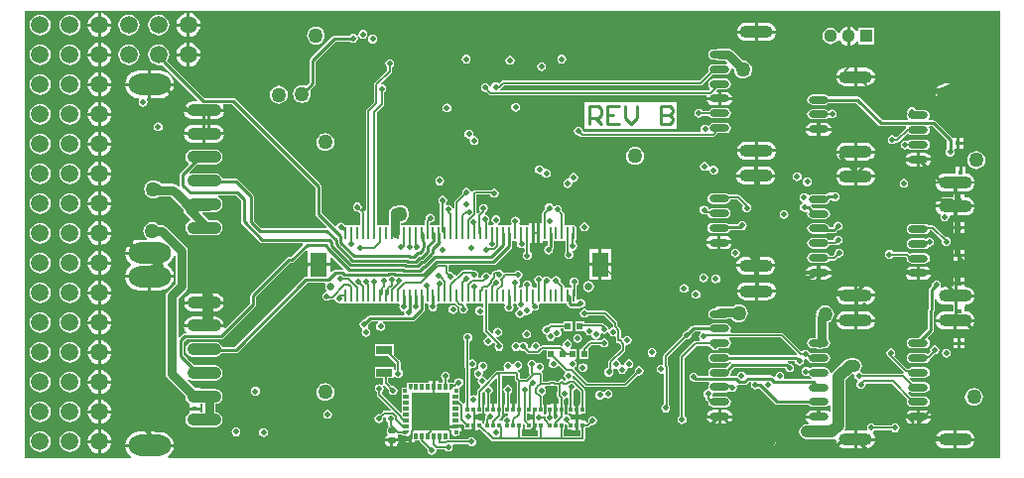
<source format=gtl>
G04 Layer_Physical_Order=1*
G04 Layer_Color=255*
%FSLAX42Y42*%
%MOMM*%
G71*
G01*
G75*
%ADD10R,0.30X0.30*%
%ADD11R,0.30X0.50*%
%ADD12R,0.30X0.30*%
%ADD13R,0.50X0.30*%
%ADD14R,3.30X3.30*%
%ADD15R,0.30X0.45*%
%ADD16R,0.25X1.12*%
%ADD17R,1.42X2.11*%
G04:AMPARAMS|DCode=18|XSize=0.25mm|YSize=1.12mm|CornerRadius=0.13mm|HoleSize=0mm|Usage=FLASHONLY|Rotation=0.000|XOffset=0mm|YOffset=0mm|HoleType=Round|Shape=RoundedRectangle|*
%AMROUNDEDRECTD18*
21,1,0.25,0.86,0,0,0.0*
21,1,0.00,1.12,0,0,0.0*
1,1,0.25,0.00,-0.43*
1,1,0.25,0.00,-0.43*
1,1,0.25,0.00,0.43*
1,1,0.25,0.00,0.43*
%
%ADD18ROUNDEDRECTD18*%
G04:AMPARAMS|DCode=19|XSize=2.82mm|YSize=1.02mm|CornerRadius=0.51mm|HoleSize=0mm|Usage=FLASHONLY|Rotation=180.000|XOffset=0mm|YOffset=0mm|HoleType=Round|Shape=RoundedRectangle|*
%AMROUNDEDRECTD19*
21,1,2.82,0.00,0,0,180.0*
21,1,1.80,1.02,0,0,180.0*
1,1,1.02,-0.90,0.00*
1,1,1.02,0.90,0.00*
1,1,1.02,0.90,0.00*
1,1,1.02,-0.90,0.00*
%
%ADD19ROUNDEDRECTD19*%
G04:AMPARAMS|DCode=20|XSize=0.61mm|YSize=1.7mm|CornerRadius=0.3mm|HoleSize=0mm|Usage=FLASHONLY|Rotation=90.000|XOffset=0mm|YOffset=0mm|HoleType=Round|Shape=RoundedRectangle|*
%AMROUNDEDRECTD20*
21,1,0.61,1.09,0,0,90.0*
21,1,0.00,1.70,0,0,90.0*
1,1,0.61,0.55,0.00*
1,1,0.61,0.55,0.00*
1,1,0.61,-0.55,0.00*
1,1,0.61,-0.55,0.00*
%
%ADD20ROUNDEDRECTD20*%
G04:AMPARAMS|DCode=21|XSize=1.02mm|YSize=2.92mm|CornerRadius=0.51mm|HoleSize=0mm|Usage=FLASHONLY|Rotation=270.000|XOffset=0mm|YOffset=0mm|HoleType=Round|Shape=RoundedRectangle|*
%AMROUNDEDRECTD21*
21,1,1.02,1.91,0,0,270.0*
21,1,0.00,2.92,0,0,270.0*
1,1,1.02,-0.95,0.00*
1,1,1.02,-0.95,0.00*
1,1,1.02,0.95,0.00*
1,1,1.02,0.95,0.00*
%
%ADD21ROUNDEDRECTD21*%
G04:AMPARAMS|DCode=22|XSize=3.61mm|YSize=1.8mm|CornerRadius=0.9mm|HoleSize=0mm|Usage=FLASHONLY|Rotation=0.000|XOffset=0mm|YOffset=0mm|HoleType=Round|Shape=RoundedRectangle|*
%AMROUNDEDRECTD22*
21,1,3.61,0.00,0,0,0.0*
21,1,1.80,1.80,0,0,0.0*
1,1,1.80,0.90,0.00*
1,1,1.80,-0.90,0.00*
1,1,1.80,-0.90,0.00*
1,1,1.80,0.90,0.00*
%
%ADD22ROUNDEDRECTD22*%
%ADD23R,1.32X0.71*%
%ADD24R,0.51X0.61*%
G04:AMPARAMS|DCode=25|XSize=0.51mm|YSize=0.61mm|CornerRadius=0.13mm|HoleSize=0mm|Usage=FLASHONLY|Rotation=270.000|XOffset=0mm|YOffset=0mm|HoleType=Round|Shape=RoundedRectangle|*
%AMROUNDEDRECTD25*
21,1,0.51,0.36,0,0,270.0*
21,1,0.25,0.61,0,0,270.0*
1,1,0.25,-0.18,-0.13*
1,1,0.25,-0.18,0.13*
1,1,0.25,0.18,0.13*
1,1,0.25,0.18,-0.13*
%
%ADD25ROUNDEDRECTD25*%
%ADD26C,0.15*%
%ADD27C,0.15*%
%ADD28C,0.25*%
%ADD29C,0.80*%
%ADD30C,0.20*%
%ADD31C,1.00*%
%ADD32C,1.52*%
%ADD33C,4.10*%
%ADD34C,2.21*%
%ADD35R,0.41X0.41*%
%ADD36C,0.66*%
%ADD37C,1.12*%
%ADD38R,1.12X1.12*%
%ADD39R,0.41X0.41*%
%ADD40C,0.50*%
%ADD41C,1.27*%
G36*
X10782Y2533D02*
X3686D01*
X3682Y2546D01*
X3698Y2558D01*
X3716Y2582D01*
X3728Y2610D01*
X3730Y2627D01*
X3320D01*
X3322Y2610D01*
X3334Y2582D01*
X3352Y2558D01*
X3368Y2546D01*
X3364Y2533D01*
X2458D01*
Y6347D01*
X10782D01*
Y2533D01*
D02*
G37*
%LPC*%
G36*
X7272Y4043D02*
X7254Y4039D01*
X7239Y4029D01*
X7229Y4014D01*
X7225Y3996D01*
X7229Y3978D01*
X7239Y3963D01*
X7254Y3953D01*
X7272Y3949D01*
X7290Y3953D01*
X7305Y3963D01*
X7315Y3978D01*
X7319Y3996D01*
X7315Y4014D01*
X7305Y4029D01*
X7290Y4039D01*
X7272Y4043D01*
D02*
G37*
G36*
X8087Y4019D02*
X8072Y4016D01*
X8059Y4007D01*
X8051Y3995D01*
X8048Y3980D01*
X8051Y3965D01*
X8059Y3953D01*
X8072Y3945D01*
X8087Y3942D01*
X8101Y3945D01*
X8114Y3953D01*
X8122Y3965D01*
X8125Y3980D01*
X8122Y3995D01*
X8114Y4007D01*
X8101Y4016D01*
X8087Y4019D01*
D02*
G37*
G36*
X3113Y4045D02*
Y3957D01*
X3201D01*
X3199Y3971D01*
X3189Y3995D01*
X3172Y4016D01*
X3151Y4033D01*
X3127Y4043D01*
X3113Y4045D01*
D02*
G37*
G36*
X3087D02*
X3073Y4043D01*
X3049Y4033D01*
X3028Y4016D01*
X3011Y3995D01*
X3001Y3971D01*
X2999Y3957D01*
X3087D01*
Y4045D01*
D02*
G37*
G36*
X9640Y3999D02*
X9563D01*
Y3935D01*
X9715D01*
X9714Y3942D01*
X9707Y3960D01*
X9695Y3976D01*
X9679Y3989D01*
X9660Y3996D01*
X9640Y3999D01*
D02*
G37*
G36*
X8870Y3945D02*
X8718D01*
Y3881D01*
X8795D01*
X8815Y3883D01*
X8834Y3891D01*
X8850Y3903D01*
X8862Y3919D01*
X8869Y3938D01*
X8870Y3945D01*
D02*
G37*
G36*
X8692D02*
X8540D01*
X8541Y3938D01*
X8548Y3919D01*
X8560Y3903D01*
X8576Y3891D01*
X8595Y3883D01*
X8615Y3881D01*
X8692D01*
Y3945D01*
D02*
G37*
G36*
X9537Y3999D02*
X9460D01*
X9440Y3996D01*
X9421Y3989D01*
X9405Y3976D01*
X9393Y3960D01*
X9386Y3942D01*
X9385Y3935D01*
X9537D01*
Y3999D01*
D02*
G37*
G36*
X8188Y3968D02*
X8173Y3965D01*
X8161Y3957D01*
X8153Y3944D01*
X8150Y3929D01*
X8153Y3915D01*
X8161Y3902D01*
X8173Y3894D01*
X8188Y3891D01*
X8203Y3894D01*
X8215Y3902D01*
X8224Y3915D01*
X8227Y3929D01*
X8224Y3944D01*
X8215Y3957D01*
X8203Y3965D01*
X8188Y3968D01*
D02*
G37*
G36*
X3512Y4069D02*
X3320D01*
X3322Y4051D01*
X3334Y4023D01*
X3352Y3999D01*
X3377Y3980D01*
X3405Y3969D01*
X3435Y3965D01*
X3512D01*
Y4069D01*
D02*
G37*
G36*
X10479Y4069D02*
X10446D01*
Y4036D01*
X10479D01*
Y4069D01*
D02*
G37*
G36*
X10421D02*
X10388D01*
Y4036D01*
X10421D01*
Y4069D01*
D02*
G37*
G36*
X10194Y4099D02*
X10098D01*
Y4055D01*
X10140D01*
X10161Y4059D01*
X10180Y4072D01*
X10192Y4090D01*
X10194Y4099D01*
D02*
G37*
G36*
X10072D02*
X9976D01*
X9978Y4090D01*
X9990Y4072D01*
X10009Y4059D01*
X10030Y4055D01*
X10072D01*
Y4099D01*
D02*
G37*
G36*
X8254Y4110D02*
X8239Y4107D01*
X8227Y4099D01*
X8219Y4086D01*
X8216Y4072D01*
X8219Y4057D01*
X8227Y4044D01*
X8239Y4036D01*
X8254Y4033D01*
X8269Y4036D01*
X8281Y4044D01*
X8290Y4057D01*
X8293Y4072D01*
X8290Y4086D01*
X8281Y4099D01*
X8269Y4107D01*
X8254Y4110D01*
D02*
G37*
G36*
X8692Y4034D02*
X8615D01*
X8595Y4032D01*
X8576Y4024D01*
X8560Y4012D01*
X8548Y3996D01*
X8541Y3977D01*
X8540Y3970D01*
X8692D01*
Y4034D01*
D02*
G37*
G36*
X3730Y4069D02*
X3538D01*
Y3965D01*
X3615D01*
X3645Y3969D01*
X3673Y3980D01*
X3698Y3999D01*
X3716Y4023D01*
X3728Y4051D01*
X3730Y4069D01*
D02*
G37*
G36*
X8358Y4100D02*
X8344Y4097D01*
X8331Y4089D01*
X8323Y4076D01*
X8320Y4061D01*
X8323Y4047D01*
X8331Y4034D01*
X8344Y4026D01*
X8358Y4023D01*
X8373Y4026D01*
X8386Y4034D01*
X8394Y4047D01*
X8397Y4061D01*
X8394Y4076D01*
X8386Y4089D01*
X8373Y4097D01*
X8358Y4100D01*
D02*
G37*
G36*
X8795Y4034D02*
X8718D01*
Y3970D01*
X8870D01*
X8869Y3977D01*
X8862Y3996D01*
X8850Y4012D01*
X8834Y4024D01*
X8815Y4032D01*
X8795Y4034D01*
D02*
G37*
G36*
X9640Y3784D02*
X9563D01*
Y3720D01*
X9715D01*
X9714Y3727D01*
X9707Y3746D01*
X9695Y3762D01*
X9679Y3774D01*
X9660Y3782D01*
X9640Y3784D01*
D02*
G37*
G36*
X9537D02*
X9460D01*
X9440Y3782D01*
X9421Y3774D01*
X9405Y3762D01*
X9393Y3746D01*
X9386Y3727D01*
X9385Y3720D01*
X9537D01*
Y3784D01*
D02*
G37*
G36*
X6116Y3838D02*
X6102Y3835D01*
X6089Y3827D01*
X6081Y3815D01*
X6078Y3800D01*
X6081Y3785D01*
X6089Y3773D01*
X6102Y3764D01*
X6116Y3761D01*
X6131Y3764D01*
X6144Y3773D01*
X6152Y3785D01*
X6155Y3800D01*
X6152Y3815D01*
X6144Y3827D01*
X6131Y3835D01*
X6116Y3838D01*
D02*
G37*
G36*
X10240Y4048D02*
X10225Y4046D01*
X10213Y4037D01*
X10204Y4025D01*
X10202Y4010D01*
X10202Y4008D01*
X10182Y3988D01*
X10176Y3980D01*
X10174Y3970D01*
Y3810D01*
X10172Y3807D01*
X10166Y3799D01*
X10164Y3789D01*
Y3639D01*
X10082Y3557D01*
X10030D01*
X10014Y3553D01*
X9999Y3544D01*
X9990Y3529D01*
X9986Y3512D01*
X9990Y3496D01*
X9999Y3481D01*
X10014Y3472D01*
X10030Y3468D01*
X10140D01*
X10156Y3472D01*
X10171Y3481D01*
X10180Y3496D01*
X10184Y3512D01*
X10180Y3529D01*
X10171Y3544D01*
X10164Y3548D01*
X10162Y3564D01*
X10208Y3610D01*
X10214Y3618D01*
X10216Y3628D01*
Y3778D01*
X10218Y3781D01*
X10224Y3789D01*
X10226Y3799D01*
Y3887D01*
X10239Y3889D01*
X10243Y3878D01*
X10255Y3862D01*
X10271Y3850D01*
X10290Y3842D01*
X10310Y3840D01*
X10381D01*
X10390Y3832D01*
X10390Y3827D01*
Y3784D01*
X10310D01*
X10290Y3782D01*
X10271Y3774D01*
X10255Y3762D01*
X10243Y3746D01*
X10236Y3727D01*
X10235Y3720D01*
X10565D01*
X10564Y3727D01*
X10557Y3746D01*
X10545Y3762D01*
X10529Y3774D01*
X10510Y3782D01*
X10490Y3784D01*
X10482Y3793D01*
Y3827D01*
X10482Y3831D01*
X10487Y3836D01*
X10491Y3840D01*
X10510Y3842D01*
X10529Y3850D01*
X10545Y3862D01*
X10557Y3878D01*
X10564Y3897D01*
X10565Y3904D01*
X10400D01*
Y3929D01*
X10565D01*
X10564Y3936D01*
X10557Y3955D01*
X10545Y3971D01*
X10529Y3983D01*
X10510Y3991D01*
X10490Y3993D01*
X10479D01*
Y4011D01*
X10388D01*
Y3993D01*
X10310D01*
X10290Y3991D01*
X10286Y3989D01*
X10283Y3991D01*
X10276Y3999D01*
X10278Y4010D01*
X10276Y4025D01*
X10267Y4037D01*
X10255Y4046D01*
X10240Y4048D01*
D02*
G37*
G36*
X3113Y3791D02*
Y3703D01*
X3201D01*
X3199Y3717D01*
X3189Y3741D01*
X3172Y3762D01*
X3151Y3779D01*
X3127Y3789D01*
X3113Y3791D01*
D02*
G37*
G36*
X7132Y3703D02*
X7056D01*
Y3681D01*
X6947D01*
X6947Y3681D01*
X6939Y3679D01*
X6933Y3675D01*
X6920Y3662D01*
X6912Y3664D01*
X6898Y3661D01*
X6885Y3652D01*
X6877Y3640D01*
X6874Y3625D01*
X6877Y3611D01*
X6885Y3598D01*
X6898Y3590D01*
X6901Y3589D01*
X6911Y3583D01*
X6908Y3569D01*
X6911Y3554D01*
X6920Y3542D01*
X6932Y3533D01*
X6947Y3530D01*
X6962Y3533D01*
X6974Y3542D01*
X6982Y3554D01*
X6985Y3565D01*
X6988Y3566D01*
X7003Y3563D01*
X7017Y3566D01*
X7030Y3575D01*
X7038Y3587D01*
X7041Y3602D01*
X7038Y3616D01*
X7031Y3627D01*
X7034Y3635D01*
X7037Y3640D01*
X7056D01*
Y3617D01*
X7132D01*
Y3703D01*
D02*
G37*
G36*
X4085Y3739D02*
X4003D01*
Y3675D01*
X4160D01*
X4159Y3682D01*
X4152Y3701D01*
X4140Y3717D01*
X4124Y3729D01*
X4105Y3736D01*
X4085Y3739D01*
D02*
G37*
G36*
X3087Y3791D02*
X3073Y3789D01*
X3049Y3779D01*
X3028Y3762D01*
X3011Y3741D01*
X3001Y3717D01*
X2999Y3703D01*
X3087D01*
Y3791D01*
D02*
G37*
G36*
X8554Y3846D02*
X8534Y3844D01*
X8515Y3836D01*
X8509Y3831D01*
X8393D01*
X8372Y3827D01*
X8355Y3816D01*
X8349Y3807D01*
X8335D01*
X8319Y3803D01*
X8304Y3794D01*
X8295Y3779D01*
X8291Y3762D01*
X8295Y3746D01*
X8304Y3731D01*
X8319Y3722D01*
X8335Y3718D01*
X8445D01*
X8461Y3722D01*
X8465Y3724D01*
X8493D01*
X8500Y3715D01*
X8515Y3703D01*
X8534Y3695D01*
X8554Y3693D01*
X8574Y3695D01*
X8592Y3703D01*
X8608Y3715D01*
X8620Y3731D01*
X8628Y3749D01*
X8631Y3769D01*
X8628Y3789D01*
X8620Y3808D01*
X8608Y3824D01*
X8592Y3836D01*
X8574Y3844D01*
X8554Y3846D01*
D02*
G37*
G36*
X3977Y3848D02*
X3820D01*
X3821Y3840D01*
X3828Y3822D01*
X3840Y3806D01*
X3856Y3794D01*
X3875Y3786D01*
X3895Y3784D01*
X3977D01*
Y3848D01*
D02*
G37*
G36*
X2846Y4034D02*
X2823Y4031D01*
X2801Y4022D01*
X2783Y4007D01*
X2768Y3989D01*
X2759Y3967D01*
X2756Y3944D01*
X2759Y3921D01*
X2768Y3899D01*
X2783Y3881D01*
X2801Y3866D01*
X2823Y3857D01*
X2846Y3854D01*
X2869Y3857D01*
X2891Y3866D01*
X2909Y3881D01*
X2924Y3899D01*
X2933Y3921D01*
X2936Y3944D01*
X2933Y3967D01*
X2924Y3989D01*
X2909Y4007D01*
X2891Y4022D01*
X2869Y4031D01*
X2846Y4034D01*
D02*
G37*
G36*
X2592D02*
X2569Y4031D01*
X2547Y4022D01*
X2529Y4007D01*
X2514Y3989D01*
X2505Y3967D01*
X2502Y3944D01*
X2505Y3921D01*
X2514Y3899D01*
X2529Y3881D01*
X2547Y3866D01*
X2569Y3857D01*
X2592Y3854D01*
X2615Y3857D01*
X2637Y3866D01*
X2655Y3881D01*
X2670Y3899D01*
X2679Y3921D01*
X2682Y3944D01*
X2679Y3967D01*
X2670Y3989D01*
X2655Y4007D01*
X2637Y4022D01*
X2615Y4031D01*
X2592Y4034D01*
D02*
G37*
G36*
X4085Y3937D02*
X4003D01*
Y3873D01*
X4160D01*
X4159Y3880D01*
X4152Y3899D01*
X4140Y3915D01*
X4124Y3927D01*
X4105Y3935D01*
X4085Y3937D01*
D02*
G37*
G36*
X3977D02*
X3895D01*
X3875Y3935D01*
X3856Y3927D01*
X3840Y3915D01*
X3828Y3899D01*
X3821Y3880D01*
X3820Y3873D01*
X3977D01*
Y3937D01*
D02*
G37*
G36*
X9715Y3909D02*
X9563D01*
Y3845D01*
X9640D01*
X9660Y3848D01*
X9679Y3855D01*
X9695Y3868D01*
X9707Y3884D01*
X9714Y3902D01*
X9715Y3909D01*
D02*
G37*
G36*
X3087Y3931D02*
X2999D01*
X3001Y3917D01*
X3011Y3893D01*
X3028Y3872D01*
X3049Y3855D01*
X3073Y3845D01*
X3087Y3843D01*
Y3931D01*
D02*
G37*
G36*
X4160Y3848D02*
X4003D01*
Y3784D01*
X4085D01*
X4105Y3786D01*
X4124Y3794D01*
X4140Y3806D01*
X4152Y3822D01*
X4159Y3840D01*
X4160Y3848D01*
D02*
G37*
G36*
X9537Y3909D02*
X9385D01*
X9386Y3902D01*
X9393Y3884D01*
X9405Y3868D01*
X9421Y3855D01*
X9440Y3848D01*
X9460Y3845D01*
X9537D01*
Y3909D01*
D02*
G37*
G36*
X3201Y3931D02*
X3113D01*
Y3843D01*
X3127Y3845D01*
X3151Y3855D01*
X3172Y3872D01*
X3189Y3893D01*
X3199Y3917D01*
X3201Y3931D01*
D02*
G37*
G36*
X7358Y4173D02*
X7275D01*
Y4055D01*
X7358D01*
Y4173D01*
D02*
G37*
G36*
X10421Y4306D02*
X10388D01*
Y4273D01*
X10421D01*
Y4306D01*
D02*
G37*
G36*
X9410Y4322D02*
X9395Y4319D01*
X9383Y4310D01*
X9375Y4298D01*
X9372Y4283D01*
X9373Y4275D01*
X9359Y4261D01*
X9329D01*
X9321Y4273D01*
X9306Y4283D01*
X9290Y4286D01*
X9180D01*
X9164Y4283D01*
X9149Y4273D01*
X9140Y4259D01*
X9136Y4242D01*
X9140Y4225D01*
X9149Y4211D01*
X9164Y4201D01*
X9180Y4198D01*
X9290D01*
X9306Y4201D01*
X9321Y4211D01*
X9326Y4219D01*
X9367D01*
X9375Y4221D01*
X9382Y4225D01*
X9402Y4246D01*
X9410Y4245D01*
X9425Y4248D01*
X9437Y4256D01*
X9446Y4268D01*
X9449Y4283D01*
X9446Y4298D01*
X9437Y4310D01*
X9425Y4319D01*
X9410Y4322D01*
D02*
G37*
G36*
X8372Y4359D02*
X8276D01*
X8278Y4350D01*
X8290Y4332D01*
X8309Y4319D01*
X8330Y4315D01*
X8372D01*
Y4359D01*
D02*
G37*
G36*
X10479Y4306D02*
X10446D01*
Y4273D01*
X10479D01*
Y4306D01*
D02*
G37*
G36*
X8526Y4321D02*
X8511Y4318D01*
X8499Y4310D01*
X8490Y4297D01*
X8488Y4282D01*
X8490Y4268D01*
X8499Y4255D01*
X8511Y4247D01*
X8526Y4244D01*
X8541Y4247D01*
X8553Y4255D01*
X8561Y4268D01*
X8564Y4282D01*
X8561Y4297D01*
X8553Y4310D01*
X8541Y4318D01*
X8526Y4321D01*
D02*
G37*
G36*
X10421Y4248D02*
X10388D01*
Y4215D01*
X10421D01*
Y4248D01*
D02*
G37*
G36*
X3113Y4299D02*
Y4211D01*
X3201D01*
X3199Y4225D01*
X3189Y4249D01*
X3172Y4270D01*
X3151Y4287D01*
X3127Y4297D01*
X3113Y4299D01*
D02*
G37*
G36*
X6937Y4707D02*
X6922Y4704D01*
X6910Y4696D01*
X6901Y4683D01*
X6898Y4669D01*
X6901Y4654D01*
X6882Y4635D01*
X6877Y4628D01*
X6876Y4620D01*
Y4534D01*
X6858D01*
Y4453D01*
Y4371D01*
X6883D01*
Y4384D01*
X6921D01*
Y4345D01*
X6914Y4343D01*
X6902Y4335D01*
X6894Y4323D01*
X6891Y4308D01*
X6894Y4293D01*
X6902Y4281D01*
X6914Y4272D01*
X6929Y4269D01*
X6944Y4272D01*
X6956Y4281D01*
X6965Y4293D01*
X6968Y4308D01*
X6966Y4316D01*
X6971Y4323D01*
X6973Y4333D01*
Y4384D01*
X7072D01*
Y4289D01*
X7069Y4284D01*
X7066Y4270D01*
X7069Y4255D01*
X7077Y4243D01*
X7090Y4234D01*
X7104Y4231D01*
X7119Y4234D01*
X7132Y4243D01*
X7140Y4255D01*
X7143Y4270D01*
X7140Y4284D01*
X7134Y4293D01*
X7136Y4297D01*
X7140Y4305D01*
X7140Y4305D01*
X7152Y4308D01*
X7165Y4316D01*
X7173Y4329D01*
X7176Y4343D01*
X7173Y4358D01*
X7165Y4371D01*
X7158Y4375D01*
Y4388D01*
X7163Y4391D01*
X7169Y4400D01*
X7171Y4409D01*
Y4496D01*
X7169Y4506D01*
X7163Y4514D01*
X7155Y4520D01*
X7145Y4522D01*
X7135Y4520D01*
X7135Y4520D01*
X7122Y4521D01*
Y4521D01*
X7122Y4521D01*
X7067D01*
Y4618D01*
X7065Y4626D01*
X7061Y4632D01*
X7045Y4648D01*
X7046Y4653D01*
X7043Y4668D01*
X7035Y4680D01*
X7023Y4689D01*
X7008Y4692D01*
X6993Y4689D01*
X6985Y4683D01*
X6976Y4683D01*
X6970Y4687D01*
X6964Y4696D01*
X6951Y4704D01*
X6937Y4707D01*
D02*
G37*
G36*
X10479Y4248D02*
X10446D01*
Y4215D01*
X10479D01*
Y4248D01*
D02*
G37*
G36*
X8494Y4359D02*
X8398D01*
Y4315D01*
X8440D01*
X8461Y4319D01*
X8480Y4332D01*
X8492Y4350D01*
X8494Y4359D01*
D02*
G37*
G36*
X8372Y4429D02*
X8330D01*
X8309Y4425D01*
X8290Y4412D01*
X8278Y4394D01*
X8276Y4385D01*
X8372D01*
Y4429D01*
D02*
G37*
G36*
X6833Y4534D02*
X6810D01*
Y4453D01*
Y4371D01*
X6833D01*
Y4453D01*
Y4534D01*
D02*
G37*
G36*
X9400Y4431D02*
X9385Y4428D01*
X9373Y4419D01*
X9364Y4407D01*
X9362Y4392D01*
X9360Y4391D01*
X9325D01*
X9321Y4398D01*
X9306Y4407D01*
X9290Y4411D01*
X9180D01*
X9164Y4407D01*
X9149Y4398D01*
X9140Y4383D01*
X9136Y4367D01*
X9140Y4350D01*
X9149Y4335D01*
X9164Y4326D01*
X9180Y4322D01*
X9290D01*
X9306Y4326D01*
X9321Y4335D01*
X9330Y4349D01*
X9378D01*
X9386Y4351D01*
X9392Y4355D01*
X9400Y4354D01*
X9415Y4357D01*
X9427Y4365D01*
X9436Y4378D01*
X9438Y4392D01*
X9436Y4407D01*
X9427Y4419D01*
X9415Y4428D01*
X9400Y4431D01*
D02*
G37*
G36*
X8440Y4429D02*
X8398D01*
Y4385D01*
X8494D01*
X8492Y4394D01*
X8480Y4412D01*
X8461Y4425D01*
X8440Y4429D01*
D02*
G37*
G36*
X2846Y4542D02*
X2823Y4539D01*
X2801Y4530D01*
X2783Y4515D01*
X2768Y4497D01*
X2759Y4475D01*
X2756Y4452D01*
X2759Y4429D01*
X2768Y4407D01*
X2783Y4389D01*
X2801Y4374D01*
X2823Y4365D01*
X2846Y4362D01*
X2869Y4365D01*
X2891Y4374D01*
X2909Y4389D01*
X2924Y4407D01*
X2933Y4429D01*
X2936Y4452D01*
X2933Y4475D01*
X2924Y4497D01*
X2909Y4515D01*
X2891Y4530D01*
X2869Y4539D01*
X2846Y4542D01*
D02*
G37*
G36*
X3087Y4439D02*
X2999D01*
X3001Y4425D01*
X3011Y4401D01*
X3028Y4380D01*
X3049Y4363D01*
X3073Y4353D01*
X3087Y4351D01*
Y4439D01*
D02*
G37*
G36*
X10140Y4532D02*
X10030D01*
X10014Y4528D01*
X9999Y4519D01*
X9990Y4504D01*
X9986Y4488D01*
X9990Y4471D01*
X9999Y4456D01*
X10014Y4447D01*
X10030Y4443D01*
X10140D01*
X10156Y4447D01*
X10171Y4456D01*
X10180Y4471D01*
X10181Y4476D01*
X10201D01*
X10287Y4390D01*
X10285Y4380D01*
X10288Y4365D01*
X10297Y4353D01*
X10309Y4345D01*
X10324Y4342D01*
X10338Y4345D01*
X10351Y4353D01*
X10359Y4365D01*
X10362Y4380D01*
X10359Y4395D01*
X10351Y4407D01*
X10338Y4416D01*
X10324Y4419D01*
X10318Y4417D01*
X10224Y4512D01*
X10217Y4516D01*
X10209Y4518D01*
X10209Y4518D01*
X10171D01*
X10171Y4519D01*
X10156Y4528D01*
X10140Y4532D01*
D02*
G37*
G36*
X2592Y4542D02*
X2569Y4539D01*
X2547Y4530D01*
X2529Y4515D01*
X2514Y4497D01*
X2505Y4475D01*
X2502Y4452D01*
X2505Y4429D01*
X2514Y4407D01*
X2529Y4389D01*
X2547Y4374D01*
X2569Y4365D01*
X2592Y4362D01*
X2615Y4365D01*
X2637Y4374D01*
X2655Y4389D01*
X2670Y4407D01*
X2679Y4429D01*
X2682Y4452D01*
X2679Y4475D01*
X2670Y4497D01*
X2655Y4515D01*
X2637Y4530D01*
X2615Y4539D01*
X2592Y4542D01*
D02*
G37*
G36*
X3201Y4439D02*
X3113D01*
Y4351D01*
X3127Y4353D01*
X3151Y4363D01*
X3172Y4380D01*
X3189Y4401D01*
X3199Y4425D01*
X3201Y4439D01*
D02*
G37*
G36*
X8865Y4164D02*
X8713D01*
Y4100D01*
X8790D01*
X8810Y4102D01*
X8829Y4110D01*
X8845Y4122D01*
X8857Y4138D01*
X8864Y4157D01*
X8865Y4164D01*
D02*
G37*
G36*
X8687D02*
X8535D01*
X8536Y4157D01*
X8543Y4138D01*
X8555Y4122D01*
X8571Y4110D01*
X8590Y4102D01*
X8610Y4100D01*
X8687D01*
Y4164D01*
D02*
G37*
G36*
X2846Y4288D02*
X2823Y4285D01*
X2801Y4276D01*
X2783Y4261D01*
X2768Y4243D01*
X2759Y4221D01*
X2756Y4198D01*
X2759Y4175D01*
X2768Y4153D01*
X2783Y4135D01*
X2801Y4120D01*
X2823Y4111D01*
X2846Y4108D01*
X2869Y4111D01*
X2891Y4120D01*
X2909Y4135D01*
X2924Y4153D01*
X2933Y4175D01*
X2936Y4198D01*
X2933Y4221D01*
X2924Y4243D01*
X2909Y4261D01*
X2891Y4276D01*
X2869Y4285D01*
X2846Y4288D01*
D02*
G37*
G36*
X2592D02*
X2569Y4285D01*
X2547Y4276D01*
X2529Y4261D01*
X2514Y4243D01*
X2505Y4221D01*
X2502Y4198D01*
X2505Y4175D01*
X2514Y4153D01*
X2529Y4135D01*
X2547Y4120D01*
X2569Y4111D01*
X2592Y4108D01*
X2615Y4111D01*
X2637Y4120D01*
X2655Y4135D01*
X2670Y4153D01*
X2679Y4175D01*
X2682Y4198D01*
X2679Y4221D01*
X2670Y4243D01*
X2655Y4261D01*
X2637Y4276D01*
X2615Y4285D01*
X2592Y4288D01*
D02*
G37*
G36*
X3201Y4185D02*
X3113D01*
Y4097D01*
X3127Y4099D01*
X3151Y4109D01*
X3172Y4126D01*
X3189Y4147D01*
X3199Y4171D01*
X3201Y4185D01*
D02*
G37*
G36*
X9222Y4102D02*
X9126D01*
X9128Y4093D01*
X9140Y4075D01*
X9159Y4062D01*
X9180Y4058D01*
X9222D01*
Y4102D01*
D02*
G37*
G36*
X7468Y4173D02*
X7384D01*
Y4055D01*
X7468D01*
Y4173D01*
D02*
G37*
G36*
X3087Y4185D02*
X2999D01*
X3001Y4171D01*
X3011Y4147D01*
X3028Y4126D01*
X3049Y4109D01*
X3073Y4099D01*
X3087Y4097D01*
Y4185D01*
D02*
G37*
G36*
X9344Y4102D02*
X9248D01*
Y4058D01*
X9290D01*
X9311Y4062D01*
X9330Y4075D01*
X9342Y4093D01*
X9344Y4102D01*
D02*
G37*
G36*
X10072Y4169D02*
X10030D01*
X10009Y4165D01*
X9990Y4152D01*
X9978Y4134D01*
X9976Y4125D01*
X10072D01*
Y4169D01*
D02*
G37*
G36*
X7358Y4317D02*
X7275D01*
Y4199D01*
X7358D01*
Y4317D01*
D02*
G37*
G36*
X9840Y4308D02*
X9825Y4306D01*
X9813Y4297D01*
X9804Y4285D01*
X9802Y4270D01*
X9804Y4255D01*
X9813Y4243D01*
X9825Y4234D01*
X9840Y4232D01*
X9855Y4234D01*
X9867Y4243D01*
X9872Y4249D01*
X9978D01*
X9987Y4239D01*
X9986Y4237D01*
X9990Y4220D01*
X9999Y4205D01*
X10014Y4196D01*
X10030Y4192D01*
X10140D01*
X10156Y4196D01*
X10171Y4205D01*
X10180Y4220D01*
X10184Y4237D01*
X10180Y4253D01*
X10171Y4268D01*
X10156Y4277D01*
X10140Y4281D01*
X10030D01*
X10014Y4277D01*
X10012Y4276D01*
X10004Y4285D01*
X9997Y4289D01*
X9989Y4291D01*
X9872D01*
X9867Y4297D01*
X9855Y4306D01*
X9840Y4308D01*
D02*
G37*
G36*
X3087Y4299D02*
X3073Y4297D01*
X3049Y4287D01*
X3028Y4270D01*
X3011Y4249D01*
X3001Y4225D01*
X2999Y4211D01*
X3087D01*
Y4299D01*
D02*
G37*
G36*
X7468Y4317D02*
X7384D01*
Y4199D01*
X7468D01*
Y4317D01*
D02*
G37*
G36*
X8790Y4253D02*
X8713D01*
Y4189D01*
X8865D01*
X8864Y4196D01*
X8857Y4215D01*
X8845Y4231D01*
X8829Y4243D01*
X8810Y4251D01*
X8790Y4253D01*
D02*
G37*
G36*
X9222Y4172D02*
X9180D01*
X9159Y4168D01*
X9140Y4155D01*
X9128Y4137D01*
X9126Y4128D01*
X9222D01*
Y4172D01*
D02*
G37*
G36*
X10140Y4169D02*
X10098D01*
Y4125D01*
X10194D01*
X10192Y4134D01*
X10180Y4152D01*
X10161Y4165D01*
X10140Y4169D01*
D02*
G37*
G36*
X8687Y4253D02*
X8610D01*
X8590Y4251D01*
X8571Y4243D01*
X8555Y4231D01*
X8543Y4215D01*
X8536Y4196D01*
X8535Y4189D01*
X8687D01*
Y4253D01*
D02*
G37*
G36*
X9290Y4172D02*
X9248D01*
Y4128D01*
X9344D01*
X9342Y4137D01*
X9330Y4155D01*
X9311Y4168D01*
X9290Y4172D01*
D02*
G37*
G36*
X3977Y3739D02*
X3895D01*
X3875Y3736D01*
X3856Y3729D01*
X3840Y3717D01*
X3828Y3701D01*
X3821Y3682D01*
X3820Y3675D01*
X3977D01*
Y3739D01*
D02*
G37*
G36*
X10072Y2872D02*
X9976D01*
X9978Y2863D01*
X9990Y2845D01*
X10009Y2832D01*
X10030Y2828D01*
X10072D01*
Y2872D01*
D02*
G37*
G36*
X3201Y2915D02*
X3113D01*
Y2827D01*
X3127Y2829D01*
X3151Y2839D01*
X3172Y2856D01*
X3189Y2877D01*
X3199Y2901D01*
X3201Y2915D01*
D02*
G37*
G36*
X8377Y2873D02*
X8281D01*
X8283Y2864D01*
X8295Y2845D01*
X8314Y2833D01*
X8335Y2829D01*
X8377D01*
Y2873D01*
D02*
G37*
G36*
X10194Y2872D02*
X10098D01*
Y2828D01*
X10140D01*
X10161Y2832D01*
X10180Y2845D01*
X10192Y2863D01*
X10194Y2872D01*
D02*
G37*
G36*
X3087Y2915D02*
X2999D01*
X3001Y2901D01*
X3011Y2877D01*
X3028Y2856D01*
X3049Y2839D01*
X3073Y2829D01*
X3087Y2827D01*
Y2915D01*
D02*
G37*
G36*
X4498Y2789D02*
X4484Y2786D01*
X4471Y2778D01*
X4463Y2766D01*
X4460Y2751D01*
X4463Y2736D01*
X4471Y2724D01*
X4484Y2715D01*
X4498Y2712D01*
X4513Y2715D01*
X4526Y2724D01*
X4534Y2736D01*
X4537Y2751D01*
X4534Y2766D01*
X4526Y2778D01*
X4513Y2786D01*
X4498Y2789D01*
D02*
G37*
G36*
X10490Y2769D02*
X10413D01*
Y2705D01*
X10565D01*
X10564Y2712D01*
X10557Y2730D01*
X10545Y2746D01*
X10529Y2759D01*
X10510Y2766D01*
X10490Y2769D01*
D02*
G37*
G36*
X9684Y2831D02*
X9670Y2828D01*
X9657Y2819D01*
X9649Y2807D01*
X9646Y2792D01*
X9648Y2781D01*
X9642Y2772D01*
X9639Y2769D01*
X9563D01*
Y2705D01*
X9715D01*
X9714Y2712D01*
X9707Y2730D01*
X9697Y2743D01*
X9699Y2754D01*
X9701Y2758D01*
X9712Y2765D01*
X9713Y2766D01*
X9858D01*
X9861Y2762D01*
X9873Y2754D01*
X9888Y2751D01*
X9902Y2754D01*
X9915Y2762D01*
X9923Y2775D01*
X9926Y2790D01*
X9923Y2804D01*
X9915Y2817D01*
X9902Y2825D01*
X9888Y2828D01*
X9873Y2825D01*
X9861Y2817D01*
X9858Y2813D01*
X9716D01*
X9712Y2819D01*
X9699Y2828D01*
X9684Y2831D01*
D02*
G37*
G36*
X4265Y2794D02*
X4250Y2791D01*
X4237Y2783D01*
X4229Y2771D01*
X4226Y2756D01*
X4229Y2741D01*
X4237Y2729D01*
X4250Y2720D01*
X4265Y2717D01*
X4279Y2720D01*
X4292Y2729D01*
X4300Y2741D01*
X4303Y2756D01*
X4300Y2771D01*
X4292Y2783D01*
X4279Y2791D01*
X4265Y2794D01*
D02*
G37*
G36*
X8499Y2873D02*
X8403D01*
Y2829D01*
X8445D01*
X8466Y2833D01*
X8485Y2845D01*
X8497Y2864D01*
X8499Y2873D01*
D02*
G37*
G36*
X8377Y2943D02*
X8335D01*
X8314Y2938D01*
X8295Y2926D01*
X8283Y2907D01*
X8281Y2898D01*
X8377D01*
Y2943D01*
D02*
G37*
G36*
X10140Y2942D02*
X10098D01*
Y2898D01*
X10194D01*
X10192Y2907D01*
X10180Y2925D01*
X10161Y2938D01*
X10140Y2942D01*
D02*
G37*
G36*
X3087Y3029D02*
X3073Y3027D01*
X3049Y3017D01*
X3028Y3000D01*
X3011Y2979D01*
X3001Y2955D01*
X2999Y2941D01*
X3087D01*
Y3029D01*
D02*
G37*
G36*
X8445Y2943D02*
X8403D01*
Y2898D01*
X8499D01*
X8497Y2907D01*
X8485Y2926D01*
X8466Y2938D01*
X8445Y2943D01*
D02*
G37*
G36*
X10072Y2942D02*
X10030D01*
X10009Y2938D01*
X9990Y2925D01*
X9978Y2907D01*
X9976Y2898D01*
X10072D01*
Y2942D01*
D02*
G37*
G36*
X2846Y3018D02*
X2823Y3015D01*
X2801Y3006D01*
X2783Y2991D01*
X2768Y2973D01*
X2759Y2951D01*
X2756Y2928D01*
X2759Y2905D01*
X2768Y2883D01*
X2783Y2865D01*
X2801Y2850D01*
X2823Y2841D01*
X2846Y2838D01*
X2869Y2841D01*
X2891Y2850D01*
X2909Y2865D01*
X2924Y2883D01*
X2933Y2905D01*
X2936Y2928D01*
X2933Y2951D01*
X2924Y2973D01*
X2909Y2991D01*
X2891Y3006D01*
X2869Y3015D01*
X2846Y3018D01*
D02*
G37*
G36*
X2592D02*
X2569Y3015D01*
X2547Y3006D01*
X2529Y2991D01*
X2514Y2973D01*
X2505Y2951D01*
X2502Y2928D01*
X2505Y2905D01*
X2514Y2883D01*
X2529Y2865D01*
X2547Y2850D01*
X2569Y2841D01*
X2592Y2838D01*
X2615Y2841D01*
X2637Y2850D01*
X2655Y2865D01*
X2670Y2883D01*
X2679Y2905D01*
X2682Y2928D01*
X2679Y2951D01*
X2670Y2973D01*
X2655Y2991D01*
X2637Y3006D01*
X2615Y3015D01*
X2592Y3018D01*
D02*
G37*
G36*
X9222Y2942D02*
X9180D01*
X9159Y2938D01*
X9140Y2925D01*
X9128Y2907D01*
X9126Y2898D01*
X9222D01*
Y2942D01*
D02*
G37*
G36*
X5044Y2944D02*
X5030Y2941D01*
X5017Y2933D01*
X5009Y2920D01*
X5006Y2906D01*
X5009Y2891D01*
X5017Y2879D01*
X5030Y2870D01*
X5044Y2867D01*
X5059Y2870D01*
X5072Y2879D01*
X5080Y2891D01*
X5083Y2906D01*
X5080Y2920D01*
X5072Y2933D01*
X5059Y2941D01*
X5044Y2944D01*
D02*
G37*
G36*
X9715Y2679D02*
X9563D01*
Y2615D01*
X9640D01*
X9660Y2618D01*
X9679Y2625D01*
X9695Y2638D01*
X9707Y2654D01*
X9714Y2672D01*
X9715Y2679D01*
D02*
G37*
G36*
X8870Y2677D02*
X8718D01*
Y2613D01*
X8795D01*
X8815Y2616D01*
X8834Y2623D01*
X8850Y2636D01*
X8862Y2652D01*
X8869Y2670D01*
X8870Y2677D01*
D02*
G37*
G36*
X10565Y2679D02*
X10413D01*
Y2615D01*
X10490D01*
X10510Y2618D01*
X10529Y2625D01*
X10545Y2638D01*
X10557Y2654D01*
X10564Y2672D01*
X10565Y2679D01*
D02*
G37*
G36*
X10387D02*
X10235D01*
X10236Y2672D01*
X10243Y2654D01*
X10255Y2638D01*
X10271Y2625D01*
X10290Y2618D01*
X10310Y2615D01*
X10387D01*
Y2679D01*
D02*
G37*
G36*
X8692Y2677D02*
X8540D01*
X8541Y2670D01*
X8548Y2652D01*
X8560Y2636D01*
X8576Y2623D01*
X8595Y2616D01*
X8615Y2613D01*
X8692D01*
Y2677D01*
D02*
G37*
G36*
X3201Y2661D02*
X3113D01*
Y2573D01*
X3127Y2575D01*
X3151Y2585D01*
X3172Y2602D01*
X3189Y2623D01*
X3199Y2647D01*
X3201Y2661D01*
D02*
G37*
G36*
X3087D02*
X2999D01*
X3001Y2647D01*
X3011Y2623D01*
X3028Y2602D01*
X3049Y2585D01*
X3073Y2575D01*
X3087Y2573D01*
Y2661D01*
D02*
G37*
G36*
X2846Y2764D02*
X2823Y2761D01*
X2801Y2752D01*
X2783Y2737D01*
X2768Y2719D01*
X2759Y2697D01*
X2756Y2674D01*
X2759Y2651D01*
X2768Y2629D01*
X2783Y2611D01*
X2801Y2596D01*
X2823Y2587D01*
X2846Y2584D01*
X2869Y2587D01*
X2891Y2596D01*
X2909Y2611D01*
X2924Y2629D01*
X2933Y2651D01*
X2936Y2674D01*
X2933Y2697D01*
X2924Y2719D01*
X2909Y2737D01*
X2891Y2752D01*
X2869Y2761D01*
X2846Y2764D01*
D02*
G37*
G36*
X2592D02*
X2569Y2761D01*
X2547Y2752D01*
X2529Y2737D01*
X2514Y2719D01*
X2505Y2697D01*
X2502Y2674D01*
X2505Y2651D01*
X2514Y2629D01*
X2529Y2611D01*
X2547Y2596D01*
X2569Y2587D01*
X2592Y2584D01*
X2615Y2587D01*
X2637Y2596D01*
X2655Y2611D01*
X2670Y2629D01*
X2679Y2651D01*
X2682Y2674D01*
X2679Y2697D01*
X2670Y2719D01*
X2655Y2737D01*
X2637Y2752D01*
X2615Y2761D01*
X2592Y2764D01*
D02*
G37*
G36*
X5580Y2673D02*
X5536D01*
X5539Y2658D01*
X5548Y2645D01*
X5560Y2637D01*
X5575Y2634D01*
X5580D01*
Y2673D01*
D02*
G37*
G36*
X8692Y2767D02*
X8615D01*
X8595Y2764D01*
X8576Y2757D01*
X8560Y2744D01*
X8548Y2728D01*
X8541Y2710D01*
X8540Y2703D01*
X8692D01*
Y2767D01*
D02*
G37*
G36*
X3113Y2775D02*
Y2687D01*
X3201D01*
X3199Y2701D01*
X3189Y2725D01*
X3172Y2746D01*
X3151Y2763D01*
X3127Y2773D01*
X3113Y2775D01*
D02*
G37*
G36*
X10387Y2769D02*
X10310D01*
X10290Y2766D01*
X10271Y2759D01*
X10255Y2746D01*
X10243Y2730D01*
X10236Y2712D01*
X10235Y2705D01*
X10387D01*
Y2769D01*
D02*
G37*
G36*
X8795Y2767D02*
X8718D01*
Y2703D01*
X8870D01*
X8869Y2710D01*
X8862Y2728D01*
X8850Y2744D01*
X8834Y2757D01*
X8815Y2764D01*
X8795Y2767D01*
D02*
G37*
G36*
X3087Y2775D02*
X3073Y2773D01*
X3049Y2763D01*
X3028Y2746D01*
X3011Y2725D01*
X3001Y2701D01*
X2999Y2687D01*
X3087D01*
Y2775D01*
D02*
G37*
G36*
X3512Y2757D02*
X3435D01*
X3405Y2753D01*
X3377Y2741D01*
X3352Y2722D01*
X3334Y2698D01*
X3322Y2670D01*
X3320Y2653D01*
X3512D01*
Y2757D01*
D02*
G37*
G36*
X5650Y2673D02*
X5606D01*
Y2634D01*
X5611D01*
X5626Y2637D01*
X5638Y2645D01*
X5647Y2658D01*
X5650Y2673D01*
D02*
G37*
G36*
X5738Y2696D02*
X5710D01*
Y2668D01*
X5738D01*
Y2696D01*
D02*
G37*
G36*
X3615Y2757D02*
X3538D01*
Y2653D01*
X3730D01*
X3728Y2670D01*
X3716Y2698D01*
X3698Y2722D01*
X3673Y2741D01*
X3645Y2753D01*
X3615Y2757D01*
D02*
G37*
G36*
X3113Y3029D02*
Y2941D01*
X3201D01*
X3199Y2955D01*
X3189Y2979D01*
X3172Y3000D01*
X3151Y3017D01*
X3127Y3027D01*
X3113Y3029D01*
D02*
G37*
G36*
X10421Y3559D02*
X10388D01*
Y3526D01*
X10421D01*
Y3559D01*
D02*
G37*
G36*
X7178Y3592D02*
X7163Y3589D01*
X7151Y3581D01*
X7143Y3568D01*
X7140Y3553D01*
X7143Y3539D01*
X7151Y3526D01*
X7163Y3518D01*
X7178Y3515D01*
X7193Y3518D01*
X7205Y3526D01*
X7214Y3539D01*
X7216Y3553D01*
X7214Y3568D01*
X7205Y3581D01*
X7193Y3589D01*
X7178Y3592D01*
D02*
G37*
G36*
X6744Y3630D02*
X6729Y3627D01*
X6717Y3619D01*
X6708Y3606D01*
X6705Y3592D01*
X6708Y3577D01*
X6717Y3564D01*
X6729Y3556D01*
X6744Y3553D01*
X6758Y3556D01*
X6771Y3564D01*
X6779Y3577D01*
X6782Y3592D01*
X6779Y3606D01*
X6771Y3619D01*
X6758Y3627D01*
X6744Y3630D01*
D02*
G37*
G36*
X10479Y3559D02*
X10446D01*
Y3526D01*
X10479D01*
Y3559D01*
D02*
G37*
G36*
Y3501D02*
X10446D01*
Y3468D01*
X10479D01*
Y3501D01*
D02*
G37*
G36*
X3113Y3537D02*
Y3449D01*
X3201D01*
X3199Y3463D01*
X3189Y3487D01*
X3172Y3508D01*
X3151Y3525D01*
X3127Y3535D01*
X3113Y3537D01*
D02*
G37*
G36*
X3087D02*
X3073Y3535D01*
X3049Y3525D01*
X3028Y3508D01*
X3011Y3487D01*
X3001Y3463D01*
X2999Y3449D01*
X3087D01*
Y3537D01*
D02*
G37*
G36*
X10421Y3501D02*
X10388D01*
Y3468D01*
X10421D01*
Y3501D01*
D02*
G37*
G36*
X9290Y3837D02*
X9270Y3834D01*
X9252Y3827D01*
X9236Y3814D01*
X9223Y3798D01*
X9216Y3780D01*
X9213Y3760D01*
X9214Y3753D01*
X9210Y3734D01*
Y3559D01*
X9208Y3557D01*
X9180D01*
X9164Y3553D01*
X9149Y3544D01*
X9140Y3529D01*
X9136Y3512D01*
X9140Y3496D01*
X9149Y3481D01*
X9164Y3472D01*
X9180Y3468D01*
X9214D01*
X9221Y3464D01*
X9241Y3460D01*
X9262Y3464D01*
X9268Y3468D01*
X9290D01*
X9306Y3472D01*
X9321Y3481D01*
X9330Y3496D01*
X9334Y3512D01*
X9330Y3529D01*
X9321Y3544D01*
X9318Y3546D01*
Y3689D01*
X9328Y3693D01*
X9344Y3706D01*
X9357Y3722D01*
X9364Y3740D01*
X9367Y3760D01*
X9364Y3780D01*
X9357Y3798D01*
X9344Y3814D01*
X9328Y3827D01*
X9310Y3834D01*
X9290Y3837D01*
D02*
G37*
G36*
X3087Y3677D02*
X2999D01*
X3001Y3663D01*
X3011Y3639D01*
X3028Y3618D01*
X3049Y3601D01*
X3073Y3591D01*
X3087Y3589D01*
Y3677D01*
D02*
G37*
G36*
X10387Y3695D02*
X10235D01*
X10236Y3688D01*
X10243Y3669D01*
X10255Y3653D01*
X10271Y3641D01*
X10290Y3633D01*
X10310Y3631D01*
X10387D01*
Y3695D01*
D02*
G37*
G36*
X9715D02*
X9563D01*
Y3631D01*
X9640D01*
X9660Y3633D01*
X9679Y3641D01*
X9695Y3653D01*
X9707Y3669D01*
X9714Y3688D01*
X9715Y3695D01*
D02*
G37*
G36*
X7236Y3808D02*
X7222Y3805D01*
X7209Y3797D01*
X7201Y3784D01*
X7198Y3769D01*
X7201Y3755D01*
X7209Y3742D01*
X7222Y3734D01*
X7236Y3731D01*
X7251Y3734D01*
X7264Y3742D01*
X7268Y3749D01*
X7408D01*
X7479Y3678D01*
Y3654D01*
X7480Y3648D01*
X7466Y3645D01*
X7453Y3637D01*
X7452Y3635D01*
X7439Y3638D01*
X7437Y3647D01*
X7429Y3659D01*
X7416Y3668D01*
X7409Y3669D01*
X7399Y3679D01*
X7392Y3684D01*
X7384Y3685D01*
X7233D01*
Y3703D01*
X7157D01*
Y3617D01*
X7233D01*
X7233Y3617D01*
X7243Y3610D01*
X7244Y3605D01*
X7252Y3592D01*
X7265Y3584D01*
X7280Y3581D01*
X7294Y3584D01*
X7298Y3583D01*
X7300Y3572D01*
X7308Y3559D01*
X7321Y3551D01*
X7327Y3550D01*
X7327D01*
X7332Y3549D01*
X7332Y3549D01*
X7332Y3548D01*
X7332Y3547D01*
X7331Y3536D01*
X7287D01*
X7287Y3536D01*
X7279Y3534D01*
X7273Y3530D01*
X7273Y3530D01*
X7219Y3476D01*
X7214Y3469D01*
X7214Y3467D01*
X7195D01*
Y3381D01*
X7271D01*
Y3467D01*
X7271Y3467D01*
X7271D01*
X7278Y3477D01*
X7296Y3495D01*
X7373D01*
X7377Y3488D01*
X7389Y3480D01*
X7404Y3477D01*
X7419Y3480D01*
X7431Y3488D01*
X7440Y3501D01*
X7443Y3515D01*
X7440Y3530D01*
X7431Y3543D01*
X7419Y3551D01*
X7404Y3554D01*
X7389Y3551D01*
X7377Y3543D01*
X7373Y3536D01*
X7340D01*
X7339Y3547D01*
X7339Y3548D01*
X7339Y3549D01*
X7339Y3549D01*
X7344Y3550D01*
X7344D01*
X7350Y3551D01*
X7363Y3559D01*
X7371Y3572D01*
X7374Y3586D01*
X7373Y3591D01*
X7385Y3598D01*
X7387Y3597D01*
X7402Y3594D01*
X7416Y3597D01*
X7429Y3605D01*
X7430Y3606D01*
X7443Y3604D01*
X7445Y3595D01*
X7453Y3582D01*
X7466Y3574D01*
X7480Y3571D01*
X7492Y3573D01*
X7505Y3566D01*
Y3535D01*
X7506Y3527D01*
X7511Y3521D01*
X7518Y3516D01*
X7525Y3515D01*
X7526Y3515D01*
X7526Y3515D01*
X7531D01*
X7546Y3500D01*
Y3465D01*
X7446Y3366D01*
X7441Y3359D01*
X7440Y3351D01*
Y3301D01*
X7430Y3299D01*
X7418Y3291D01*
X7409Y3279D01*
X7406Y3264D01*
X7409Y3249D01*
X7418Y3237D01*
X7430Y3228D01*
X7445Y3225D01*
X7459Y3228D01*
X7472Y3237D01*
X7480Y3249D01*
X7483Y3264D01*
X7481Y3273D01*
X7482Y3274D01*
X7483Y3282D01*
X7482Y3288D01*
X7486Y3293D01*
X7494Y3296D01*
X7506Y3294D01*
X7509Y3295D01*
X7521Y3289D01*
X7524Y3275D01*
X7532Y3262D01*
X7544Y3254D01*
X7559Y3251D01*
X7574Y3254D01*
X7586Y3262D01*
X7595Y3275D01*
X7597Y3289D01*
X7597Y3291D01*
X7608Y3301D01*
X7616Y3299D01*
X7631Y3302D01*
X7643Y3311D01*
X7651Y3323D01*
X7654Y3338D01*
X7651Y3352D01*
X7643Y3365D01*
X7631Y3373D01*
X7616Y3376D01*
X7601Y3373D01*
X7589Y3365D01*
X7580Y3352D01*
X7577Y3338D01*
X7578Y3336D01*
X7567Y3326D01*
X7559Y3328D01*
X7556Y3327D01*
X7544Y3332D01*
X7541Y3347D01*
X7533Y3360D01*
X7523Y3366D01*
X7519Y3380D01*
X7581Y3442D01*
X7585Y3449D01*
X7587Y3457D01*
Y3490D01*
X7599Y3500D01*
X7602Y3500D01*
X7617Y3503D01*
X7629Y3511D01*
X7638Y3524D01*
X7641Y3538D01*
X7638Y3553D01*
X7629Y3565D01*
X7617Y3574D01*
X7602Y3577D01*
X7588Y3574D01*
X7575Y3565D01*
X7568Y3555D01*
X7555Y3553D01*
X7546Y3560D01*
Y3628D01*
X7545Y3636D01*
X7540Y3643D01*
X7520Y3662D01*
Y3686D01*
X7520Y3686D01*
X7519Y3694D01*
X7514Y3701D01*
X7431Y3784D01*
X7425Y3788D01*
X7417Y3790D01*
X7268D01*
X7264Y3797D01*
X7251Y3805D01*
X7236Y3808D01*
D02*
G37*
G36*
X10565Y3695D02*
X10413D01*
Y3631D01*
X10490D01*
X10510Y3633D01*
X10529Y3641D01*
X10545Y3653D01*
X10557Y3669D01*
X10564Y3688D01*
X10565Y3695D01*
D02*
G37*
G36*
X9537D02*
X9385D01*
X9386Y3688D01*
X9393Y3669D01*
X9405Y3653D01*
X9421Y3641D01*
X9440Y3633D01*
X9460Y3631D01*
X9537D01*
Y3695D01*
D02*
G37*
G36*
X2592Y3780D02*
X2569Y3777D01*
X2547Y3768D01*
X2529Y3753D01*
X2514Y3735D01*
X2505Y3713D01*
X2502Y3690D01*
X2505Y3667D01*
X2514Y3645D01*
X2529Y3627D01*
X2547Y3612D01*
X2569Y3603D01*
X2592Y3600D01*
X2615Y3603D01*
X2637Y3612D01*
X2655Y3627D01*
X2670Y3645D01*
X2679Y3667D01*
X2682Y3690D01*
X2679Y3713D01*
X2670Y3735D01*
X2655Y3753D01*
X2637Y3768D01*
X2615Y3777D01*
X2592Y3780D01*
D02*
G37*
G36*
X3201Y3677D02*
X3113D01*
Y3589D01*
X3127Y3591D01*
X3151Y3601D01*
X3172Y3618D01*
X3189Y3639D01*
X3199Y3663D01*
X3201Y3677D01*
D02*
G37*
G36*
X8445Y3682D02*
X8335D01*
X8319Y3678D01*
X8304Y3669D01*
X8301Y3663D01*
X8165D01*
X8156Y3661D01*
X8147Y3656D01*
X8113Y3622D01*
X8112Y3622D01*
X8097Y3619D01*
X8085Y3611D01*
X8076Y3599D01*
X8074Y3584D01*
X8075Y3576D01*
X7915Y3417D01*
X7911Y3410D01*
X7909Y3402D01*
Y3340D01*
X7897Y3329D01*
X7892Y3330D01*
X7877Y3327D01*
X7865Y3319D01*
X7856Y3307D01*
X7853Y3292D01*
X7856Y3277D01*
X7865Y3265D01*
X7877Y3256D01*
X7892Y3253D01*
X7904Y3256D01*
X7916Y3249D01*
Y2996D01*
X7915Y2996D01*
X7903Y2987D01*
X7894Y2975D01*
X7892Y2960D01*
X7894Y2945D01*
X7903Y2933D01*
X7915Y2924D01*
X7930Y2922D01*
X7945Y2924D01*
X7957Y2933D01*
X7965Y2945D01*
X7968Y2960D01*
X7965Y2975D01*
X7958Y2987D01*
Y3311D01*
X7958Y3311D01*
X7956Y3318D01*
X7952Y3325D01*
X7951Y3326D01*
Y3393D01*
X8104Y3547D01*
X8112Y3546D01*
X8127Y3548D01*
X8139Y3557D01*
X8147Y3569D01*
X8150Y3584D01*
X8150Y3585D01*
X8176Y3612D01*
X8225D01*
X8229Y3599D01*
X8224Y3596D01*
X8216Y3583D01*
X8213Y3569D01*
X8216Y3554D01*
X8222Y3546D01*
X8216Y3533D01*
X8185D01*
X8185Y3533D01*
X8177Y3532D01*
X8170Y3527D01*
X8170Y3527D01*
X8055Y3412D01*
X8051Y3406D01*
X8049Y3398D01*
Y2892D01*
X8043Y2887D01*
X8034Y2875D01*
X8032Y2860D01*
X8034Y2845D01*
X8043Y2833D01*
X8055Y2824D01*
X8070Y2822D01*
X8085Y2824D01*
X8097Y2833D01*
X8106Y2845D01*
X8108Y2860D01*
X8106Y2875D01*
X8097Y2887D01*
X8091Y2892D01*
Y3389D01*
X8193Y3492D01*
X8297D01*
X8304Y3481D01*
X8319Y3472D01*
X8322Y3471D01*
X8326Y3465D01*
X8339Y3457D01*
X8353Y3454D01*
X8368Y3457D01*
X8380Y3465D01*
X8383Y3468D01*
X8445D01*
X8461Y3472D01*
X8476Y3481D01*
X8485Y3496D01*
X8489Y3512D01*
X8485Y3529D01*
X8476Y3544D01*
X8469Y3548D01*
X8473Y3561D01*
X8911D01*
X9046Y3426D01*
X9045Y3420D01*
X9041Y3413D01*
X8479D01*
X8476Y3419D01*
X8461Y3428D01*
X8445Y3432D01*
X8335D01*
X8319Y3428D01*
X8304Y3419D01*
X8295Y3404D01*
X8291Y3388D01*
X8295Y3371D01*
X8304Y3356D01*
X8319Y3347D01*
X8335Y3343D01*
X8445D01*
X8461Y3347D01*
X8476Y3356D01*
X8479Y3362D01*
X8492D01*
X8494Y3349D01*
X8491Y3348D01*
X8483Y3343D01*
X8445Y3305D01*
X8445Y3306D01*
X8335D01*
X8319Y3302D01*
X8304Y3293D01*
X8295Y3278D01*
X8291Y3262D01*
X8295Y3245D01*
X8296Y3243D01*
X8290Y3232D01*
X8205D01*
X8204Y3238D01*
X8196Y3250D01*
X8183Y3259D01*
X8169Y3262D01*
X8154Y3259D01*
X8141Y3250D01*
X8133Y3238D01*
X8130Y3223D01*
X8133Y3209D01*
X8141Y3196D01*
X8154Y3188D01*
X8169Y3185D01*
X8171Y3185D01*
X8176Y3182D01*
X8186Y3180D01*
X8299D01*
X8302Y3173D01*
X8303Y3167D01*
X8295Y3154D01*
X8291Y3137D01*
X8294Y3124D01*
X8292Y3122D01*
X8277Y3119D01*
X8265Y3111D01*
X8256Y3098D01*
X8253Y3084D01*
X8256Y3069D01*
X8265Y3056D01*
X8271Y3052D01*
Y3038D01*
X8273Y3030D01*
X8277Y3024D01*
X8291Y3010D01*
X8295Y2993D01*
X8304Y2979D01*
X8319Y2969D01*
X8335Y2966D01*
X8445D01*
X8461Y2969D01*
X8476Y2979D01*
X8485Y2993D01*
X8489Y3010D01*
X8485Y3027D01*
X8476Y3041D01*
X8461Y3051D01*
X8445Y3054D01*
X8335D01*
X8332Y3053D01*
X8325Y3065D01*
X8327Y3069D01*
X8330Y3084D01*
X8341Y3093D01*
X8445D01*
X8461Y3096D01*
X8476Y3106D01*
X8486Y3099D01*
X8501Y3096D01*
X8515Y3099D01*
X8528Y3107D01*
X8536Y3120D01*
X8539Y3134D01*
X8536Y3148D01*
X8538Y3151D01*
X8546Y3157D01*
X8547Y3157D01*
X8557Y3155D01*
X8598D01*
X8608Y3157D01*
X8617Y3162D01*
X8641Y3187D01*
X8656D01*
X8663Y3174D01*
X8661Y3172D01*
X8659Y3157D01*
X8661Y3143D01*
X8670Y3130D01*
X8682Y3122D01*
X8697Y3119D01*
X8712Y3122D01*
X8724Y3130D01*
X8735Y3123D01*
X8864Y2994D01*
X8873Y2988D01*
X8883Y2986D01*
X9146D01*
X9149Y2981D01*
X9164Y2971D01*
X9180Y2968D01*
X9290D01*
X9306Y2971D01*
X9321Y2981D01*
X9326Y2989D01*
X9339Y2985D01*
Y2933D01*
X9326Y2928D01*
X9311Y2938D01*
X9290Y2942D01*
X9248D01*
Y2885D01*
X9235D01*
Y2872D01*
X9126D01*
X9128Y2863D01*
X9140Y2845D01*
X9147Y2840D01*
X9151Y2823D01*
X9149Y2820D01*
X9133D01*
X9109Y2816D01*
X9088Y2802D01*
X9074Y2781D01*
X9069Y2757D01*
X9074Y2732D01*
X9088Y2711D01*
X9109Y2697D01*
X9133Y2693D01*
X9347D01*
X9371Y2697D01*
X9373Y2698D01*
X9383Y2690D01*
X9386Y2672D01*
X9393Y2654D01*
X9405Y2638D01*
X9421Y2625D01*
X9440Y2618D01*
X9460Y2615D01*
X9537D01*
Y2692D01*
Y2769D01*
X9464D01*
X9456Y2780D01*
X9462Y2788D01*
X9466Y2812D01*
Y3197D01*
X9523Y3254D01*
X9533Y3254D01*
X9541Y3243D01*
X9539Y3234D01*
X9542Y3219D01*
X9551Y3207D01*
X9563Y3199D01*
X9564Y3197D01*
X9567Y3185D01*
X9560Y3175D01*
X9557Y3160D01*
X9560Y3146D01*
X9568Y3133D01*
X9581Y3125D01*
X9596Y3122D01*
X9610Y3125D01*
X9623Y3133D01*
X9631Y3146D01*
X9634Y3160D01*
X9640Y3168D01*
X9862D01*
X9994Y3035D01*
X9990Y3029D01*
X9986Y3012D01*
X9990Y2995D01*
X9999Y2981D01*
X10014Y2971D01*
X10030Y2968D01*
X10140D01*
X10156Y2971D01*
X10171Y2981D01*
X10180Y2995D01*
X10184Y3012D01*
X10180Y3029D01*
X10171Y3043D01*
X10156Y3053D01*
X10140Y3056D01*
X10032D01*
X9996Y3092D01*
X9996Y3092D01*
X9996Y3092D01*
X10005Y3102D01*
X10006Y3101D01*
Y3101D01*
X10014Y3096D01*
X10030Y3092D01*
X10140D01*
X10156Y3096D01*
X10171Y3105D01*
X10180Y3120D01*
X10184Y3136D01*
X10180Y3153D01*
X10171Y3168D01*
X10156Y3177D01*
X10140Y3181D01*
X10040D01*
X10011Y3210D01*
X10017Y3221D01*
X10030Y3218D01*
X10140D01*
X10156Y3222D01*
X10171Y3231D01*
X10180Y3246D01*
X10184Y3262D01*
X10180Y3279D01*
X10171Y3294D01*
X10156Y3303D01*
X10140Y3307D01*
X10030D01*
X10014Y3303D01*
X10004Y3297D01*
X9991D01*
X9882Y3406D01*
X9888Y3415D01*
X9891Y3430D01*
X9888Y3444D01*
X9879Y3457D01*
X9867Y3465D01*
X9852Y3468D01*
X9837Y3465D01*
X9825Y3457D01*
X9817Y3444D01*
X9814Y3430D01*
X9817Y3415D01*
X9825Y3402D01*
X9832Y3398D01*
X9963Y3266D01*
X9957Y3255D01*
X9957Y3255D01*
X9609D01*
X9605Y3261D01*
X9593Y3269D01*
X9593Y3269D01*
X9592Y3270D01*
X9589Y3283D01*
X9599Y3298D01*
X9604Y3323D01*
X9599Y3347D01*
X9585Y3368D01*
X9564Y3382D01*
X9540Y3387D01*
X9502D01*
X9477Y3382D01*
X9456Y3368D01*
X9357Y3269D01*
X9347Y3254D01*
Y3254D01*
X9346Y3252D01*
X9342Y3249D01*
X9342Y3249D01*
X9333Y3251D01*
X9333Y3251D01*
X9333Y3251D01*
X9333Y3251D01*
X9332Y3251D01*
X9331Y3251D01*
X9333Y3258D01*
X9333Y3258D01*
X9334Y3262D01*
X9330Y3279D01*
X9321Y3294D01*
X9306Y3303D01*
X9290Y3307D01*
X9180D01*
X9164Y3303D01*
X9157Y3299D01*
X9155Y3299D01*
X9143Y3308D01*
X9128Y3311D01*
X9114Y3308D01*
X9101Y3299D01*
X9093Y3287D01*
X9090Y3272D01*
X9093Y3257D01*
X9101Y3245D01*
X9114Y3237D01*
X9128Y3234D01*
X9143Y3237D01*
X9145Y3238D01*
X9149Y3231D01*
X9164Y3222D01*
X9177Y3219D01*
X9176Y3206D01*
X8946D01*
X8939Y3219D01*
X8941Y3231D01*
X8938Y3246D01*
X8930Y3258D01*
X8917Y3266D01*
X8903Y3269D01*
X8888Y3266D01*
X8876Y3258D01*
X8867Y3246D01*
X8864Y3231D01*
X8865Y3227D01*
X8853Y3220D01*
X8843Y3231D01*
X8834Y3237D01*
X8825Y3239D01*
X8631D01*
X8621Y3237D01*
X8613Y3246D01*
X8605Y3258D01*
X8592Y3266D01*
X8578Y3269D01*
X8563Y3266D01*
X8550Y3258D01*
X8542Y3246D01*
X8539Y3231D01*
X8533Y3231D01*
X8532Y3232D01*
X8490D01*
X8484Y3243D01*
X8485Y3245D01*
X8489Y3262D01*
X8486Y3273D01*
X8512Y3299D01*
X8951D01*
X8954Y3287D01*
X8962Y3275D01*
X8974Y3266D01*
X8989Y3264D01*
X9004Y3266D01*
X9016Y3275D01*
X9025Y3287D01*
X9027Y3302D01*
X9025Y3317D01*
X9016Y3329D01*
X9004Y3338D01*
X8989Y3340D01*
X8988Y3340D01*
X8985Y3343D01*
X8977Y3348D01*
X8974Y3349D01*
X8975Y3362D01*
X9031D01*
X9032Y3360D01*
X9035Y3346D01*
X9043Y3333D01*
X9056Y3325D01*
X9070Y3322D01*
X9085Y3325D01*
X9098Y3333D01*
X9106Y3346D01*
X9109Y3360D01*
X9107Y3371D01*
X9114Y3380D01*
X9116Y3382D01*
X9121Y3381D01*
X9125Y3382D01*
X9139Y3373D01*
X9140Y3371D01*
X9149Y3356D01*
X9164Y3347D01*
X9180Y3343D01*
X9290D01*
X9306Y3347D01*
X9321Y3356D01*
X9330Y3371D01*
X9334Y3388D01*
X9330Y3404D01*
X9321Y3419D01*
X9306Y3428D01*
X9290Y3432D01*
X9180D01*
X9164Y3428D01*
X9154Y3437D01*
X9148Y3447D01*
X9135Y3455D01*
X9121Y3458D01*
X9106Y3455D01*
X9093Y3447D01*
X9084Y3446D01*
X8934Y3596D01*
X8928Y3600D01*
X8920Y3602D01*
X8488D01*
X8481Y3615D01*
X8485Y3621D01*
X8489Y3638D01*
X8485Y3654D01*
X8476Y3669D01*
X8461Y3678D01*
X8445Y3682D01*
D02*
G37*
G36*
X2846Y3780D02*
X2823Y3777D01*
X2801Y3768D01*
X2783Y3753D01*
X2768Y3735D01*
X2759Y3713D01*
X2756Y3690D01*
X2759Y3667D01*
X2768Y3645D01*
X2783Y3627D01*
X2801Y3612D01*
X2823Y3603D01*
X2846Y3600D01*
X2869Y3603D01*
X2891Y3612D01*
X2909Y3627D01*
X2924Y3645D01*
X2933Y3667D01*
X2936Y3690D01*
X2933Y3713D01*
X2924Y3735D01*
X2909Y3753D01*
X2891Y3768D01*
X2869Y3777D01*
X2846Y3780D01*
D02*
G37*
G36*
Y3272D02*
X2823Y3269D01*
X2801Y3260D01*
X2783Y3245D01*
X2768Y3227D01*
X2759Y3205D01*
X2756Y3182D01*
X2759Y3159D01*
X2768Y3137D01*
X2783Y3119D01*
X2801Y3104D01*
X2823Y3095D01*
X2846Y3092D01*
X2869Y3095D01*
X2891Y3104D01*
X2909Y3119D01*
X2924Y3137D01*
X2933Y3159D01*
X2936Y3182D01*
X2933Y3205D01*
X2924Y3227D01*
X2909Y3245D01*
X2891Y3260D01*
X2869Y3269D01*
X2846Y3272D01*
D02*
G37*
G36*
X2592D02*
X2569Y3269D01*
X2547Y3260D01*
X2529Y3245D01*
X2514Y3227D01*
X2505Y3205D01*
X2502Y3182D01*
X2505Y3159D01*
X2514Y3137D01*
X2529Y3119D01*
X2547Y3104D01*
X2569Y3095D01*
X2592Y3092D01*
X2615Y3095D01*
X2637Y3104D01*
X2655Y3119D01*
X2670Y3137D01*
X2679Y3159D01*
X2682Y3182D01*
X2679Y3205D01*
X2670Y3227D01*
X2655Y3245D01*
X2637Y3260D01*
X2615Y3269D01*
X2592Y3272D01*
D02*
G37*
G36*
X6241Y3600D02*
X6226Y3597D01*
X6214Y3588D01*
X6205Y3576D01*
X6202Y3561D01*
X6205Y3546D01*
X6213Y3535D01*
Y3319D01*
X6215Y3311D01*
X6219Y3304D01*
X6219Y3304D01*
Y3006D01*
X6207Y2995D01*
X6205Y2995D01*
X6196Y3003D01*
X6189Y3010D01*
X6189Y3012D01*
X6185Y3018D01*
X6178Y3023D01*
X6174Y3024D01*
Y3026D01*
Y3076D01*
Y3131D01*
X6174Y3131D01*
X6174D01*
D01*
X6179Y3142D01*
X6179Y3142D01*
X6192Y3150D01*
X6200Y3163D01*
X6203Y3178D01*
X6200Y3192D01*
X6192Y3205D01*
X6179Y3213D01*
X6165Y3216D01*
X6150Y3213D01*
X6137Y3205D01*
X6129Y3192D01*
X6126Y3178D01*
X6125Y3176D01*
X6073D01*
X6071Y3188D01*
Y3199D01*
X6077Y3204D01*
X6086Y3216D01*
X6089Y3231D01*
X6086Y3246D01*
X6077Y3258D01*
X6065Y3266D01*
X6050Y3269D01*
X6036Y3266D01*
X6023Y3258D01*
X6015Y3246D01*
X6012Y3231D01*
X6015Y3216D01*
X6023Y3204D01*
X6030Y3199D01*
Y3176D01*
X5991D01*
Y3189D01*
X5964D01*
Y3139D01*
X5938D01*
Y3189D01*
X5910D01*
Y3176D01*
X5779D01*
Y3176D01*
X5723D01*
Y3136D01*
X5722Y3134D01*
X5721Y3131D01*
X5678D01*
Y3076D01*
X5678D01*
Y3026D01*
Y2976D01*
Y2929D01*
X5667Y2922D01*
X5507Y3082D01*
Y3095D01*
X5514Y3100D01*
X5522Y3112D01*
X5525Y3127D01*
X5522Y3141D01*
X5520Y3144D01*
Y3144D01*
X5518Y3147D01*
X5519Y3147D01*
X5519Y3147D01*
X5520Y3148D01*
X5528Y3154D01*
X5528Y3155D01*
X5528Y3155D01*
X5528Y3155D01*
X5529Y3154D01*
X5531Y3153D01*
X5566Y3117D01*
X5565Y3109D01*
X5568Y3094D01*
X5576Y3082D01*
X5589Y3073D01*
X5603Y3071D01*
X5618Y3073D01*
X5630Y3082D01*
X5639Y3094D01*
X5642Y3109D01*
X5639Y3124D01*
X5630Y3136D01*
X5618Y3144D01*
X5603Y3147D01*
X5595Y3146D01*
X5560Y3181D01*
Y3215D01*
X5608D01*
Y3224D01*
X5621Y3228D01*
X5622Y3227D01*
X5634Y3218D01*
X5649Y3215D01*
X5664Y3218D01*
X5676Y3227D01*
X5684Y3239D01*
X5687Y3254D01*
X5684Y3268D01*
X5676Y3281D01*
X5667Y3287D01*
Y3353D01*
X5665Y3361D01*
X5661Y3367D01*
X5654Y3372D01*
X5651Y3373D01*
X5608Y3415D01*
Y3503D01*
X5451D01*
Y3406D01*
X5559D01*
X5626Y3339D01*
Y3291D01*
X5621Y3287D01*
X5608Y3294D01*
Y3311D01*
X5451D01*
Y3215D01*
X5519D01*
Y3176D01*
X5519Y3172D01*
X5521Y3165D01*
Y3165D01*
X5521D01*
X5521Y3165D01*
X5514Y3155D01*
X5514Y3155D01*
X5514Y3154D01*
X5510Y3156D01*
Y3156D01*
X5501Y3162D01*
X5486Y3165D01*
X5472Y3162D01*
X5459Y3154D01*
X5451Y3141D01*
X5448Y3127D01*
X5451Y3112D01*
X5459Y3100D01*
X5466Y3095D01*
Y3073D01*
X5467Y3066D01*
X5472Y3059D01*
X5583Y2948D01*
X5578Y2936D01*
X5529D01*
X5529Y2936D01*
X5521Y2934D01*
X5514Y2930D01*
X5514Y2930D01*
X5492Y2907D01*
X5484Y2909D01*
X5469Y2906D01*
X5457Y2897D01*
X5448Y2885D01*
X5445Y2870D01*
X5448Y2855D01*
X5457Y2843D01*
X5469Y2835D01*
X5484Y2832D01*
X5499Y2835D01*
X5511Y2843D01*
X5519Y2855D01*
X5522Y2870D01*
X5521Y2878D01*
X5530Y2887D01*
X5535Y2886D01*
X5545Y2872D01*
X5544Y2870D01*
X5547Y2855D01*
X5556Y2843D01*
X5562Y2839D01*
Y2812D01*
X5564Y2804D01*
X5565Y2802D01*
X5557Y2796D01*
X5551Y2788D01*
X5549Y2778D01*
Y2753D01*
X5551Y2743D01*
X5557Y2734D01*
Y2732D01*
X5548Y2726D01*
X5539Y2713D01*
X5536Y2698D01*
X5650D01*
X5647Y2713D01*
X5642Y2720D01*
X5648Y2733D01*
X5678D01*
Y2726D01*
X5710D01*
Y2721D01*
X5751D01*
Y2709D01*
X5764D01*
Y2668D01*
X5791D01*
Y2681D01*
X5831D01*
X5832Y2675D01*
X5836Y2668D01*
X5898Y2607D01*
X5897Y2599D01*
X5900Y2584D01*
X5908Y2572D01*
X5920Y2563D01*
X5935Y2560D01*
X5950Y2563D01*
X5962Y2572D01*
X5971Y2584D01*
X5973Y2599D01*
X5979Y2606D01*
X6044D01*
X6049Y2599D01*
X6061Y2591D01*
X6076Y2588D01*
X6090Y2591D01*
X6103Y2599D01*
X6111Y2612D01*
X6114Y2626D01*
X6112Y2638D01*
X6119Y2651D01*
X6243D01*
X6247Y2644D01*
X6260Y2636D01*
X6274Y2633D01*
X6289Y2636D01*
X6301Y2644D01*
X6310Y2657D01*
X6313Y2672D01*
X6310Y2686D01*
X6301Y2699D01*
X6289Y2707D01*
X6274Y2710D01*
X6260Y2707D01*
X6247Y2699D01*
X6243Y2692D01*
X6141D01*
Y2696D01*
X6101D01*
Y2721D01*
X6141D01*
Y2726D01*
X6174D01*
Y2763D01*
X6186D01*
Y2791D01*
X6136D01*
Y2816D01*
X6186D01*
Y2818D01*
X6198Y2823D01*
X6212Y2809D01*
Y2780D01*
X6250D01*
Y2767D01*
X6277D01*
Y2815D01*
X6303D01*
Y2767D01*
X6330D01*
Y2780D01*
X6346D01*
X6443Y2683D01*
X6449Y2679D01*
X6457Y2677D01*
X6629D01*
X6637Y2679D01*
X6637Y2679D01*
X6662D01*
X6662Y2679D01*
X6670Y2677D01*
X7221D01*
X7229Y2679D01*
X7236Y2683D01*
X7240Y2690D01*
X7242Y2698D01*
Y2780D01*
X7248D01*
Y2793D01*
X7266D01*
X7274Y2795D01*
X7281Y2799D01*
X7298Y2816D01*
X7306Y2815D01*
X7321Y2818D01*
X7333Y2826D01*
X7341Y2839D01*
X7344Y2853D01*
X7341Y2868D01*
X7333Y2880D01*
X7321Y2889D01*
X7306Y2892D01*
X7291Y2889D01*
X7279Y2880D01*
X7270Y2868D01*
X7267Y2853D01*
X7269Y2846D01*
X7260Y2837D01*
X7248Y2841D01*
Y2850D01*
X7210D01*
Y2863D01*
X7183D01*
Y2815D01*
Y2767D01*
X7201D01*
Y2718D01*
X7061D01*
Y2780D01*
X7068D01*
Y2819D01*
X7074Y2824D01*
X7080Y2825D01*
X7092Y2814D01*
Y2780D01*
X7130D01*
Y2767D01*
X7157D01*
Y2815D01*
Y2863D01*
X7132D01*
X7128Y2864D01*
X7119Y2867D01*
X7116Y2880D01*
X7108Y2892D01*
X7095Y2901D01*
X7081Y2904D01*
X7073Y2902D01*
X7071Y2904D01*
X7068Y2915D01*
X7068Y2915D01*
X7068Y2915D01*
Y2985D01*
X7061D01*
Y3035D01*
X7070Y3043D01*
X7071Y3043D01*
X7086Y3046D01*
X7086Y3046D01*
X7099Y3039D01*
Y2985D01*
X7092D01*
Y2915D01*
X7130D01*
Y2902D01*
X7157D01*
Y2950D01*
Y2998D01*
X7140D01*
Y3104D01*
X7152Y3112D01*
X7159Y3122D01*
X7173Y3126D01*
X7199Y3100D01*
Y2998D01*
X7183D01*
Y2950D01*
Y2902D01*
X7210D01*
Y2915D01*
X7248D01*
Y2985D01*
X7241D01*
Y3108D01*
X7239Y3116D01*
X7235Y3123D01*
X7158Y3199D01*
X7151Y3204D01*
X7143Y3205D01*
X7138D01*
X7131Y3218D01*
X7135Y3224D01*
X7136Y3231D01*
X7150Y3235D01*
X7242Y3143D01*
X7249Y3138D01*
X7257Y3137D01*
X7584D01*
X7592Y3138D01*
X7599Y3143D01*
X7696Y3240D01*
X7704Y3238D01*
X7719Y3241D01*
X7731Y3249D01*
X7739Y3262D01*
X7742Y3277D01*
X7739Y3291D01*
X7731Y3304D01*
X7719Y3312D01*
X7704Y3315D01*
X7689Y3312D01*
X7677Y3304D01*
X7668Y3291D01*
X7665Y3277D01*
X7667Y3269D01*
X7576Y3178D01*
X7265D01*
X7152Y3291D01*
X7154Y3307D01*
X7160Y3310D01*
X7168Y3323D01*
X7171Y3338D01*
X7168Y3352D01*
X7160Y3365D01*
X7155Y3368D01*
X7158Y3381D01*
X7170D01*
Y3467D01*
X7125D01*
X7122Y3473D01*
X7120Y3480D01*
X7127Y3490D01*
X7130Y3505D01*
X7127Y3520D01*
X7119Y3532D01*
X7106Y3541D01*
X7092Y3544D01*
X7077Y3541D01*
X7064Y3532D01*
X7056Y3520D01*
X7053Y3505D01*
X7054Y3499D01*
X7044Y3491D01*
X7036Y3493D01*
X6873D01*
X6865Y3491D01*
X6855Y3500D01*
X6855Y3500D01*
X6847Y3512D01*
X6835Y3520D01*
X6820Y3523D01*
X6805Y3520D01*
X6793Y3512D01*
X6784Y3500D01*
X6781Y3485D01*
X6783Y3477D01*
X6775Y3465D01*
X6766Y3464D01*
X6753Y3477D01*
X6754Y3485D01*
X6751Y3500D01*
X6743Y3512D01*
X6730Y3520D01*
X6716Y3523D01*
X6701Y3520D01*
X6689Y3512D01*
X6679D01*
X6667Y3520D01*
X6652Y3523D01*
X6638Y3520D01*
X6625Y3512D01*
X6617Y3500D01*
X6614Y3485D01*
X6617Y3470D01*
X6625Y3458D01*
X6638Y3449D01*
X6652Y3446D01*
X6667Y3449D01*
X6679Y3458D01*
X6689D01*
X6701Y3449D01*
X6716Y3446D01*
X6724Y3448D01*
X6746Y3425D01*
X6746Y3425D01*
X6753Y3421D01*
X6761Y3419D01*
X6761Y3419D01*
X6841D01*
X6849Y3421D01*
X6855Y3425D01*
X6882Y3452D01*
X6911D01*
Y3377D01*
X6939D01*
X6942Y3368D01*
X6943Y3364D01*
X6936Y3352D01*
X6933Y3338D01*
X6936Y3323D01*
X6944Y3311D01*
X6956Y3302D01*
X6971Y3299D01*
X6986Y3302D01*
X6998Y3311D01*
X7004Y3319D01*
X7018Y3322D01*
X7065Y3276D01*
X7072Y3266D01*
X7064Y3253D01*
X7061Y3238D01*
X7064Y3224D01*
X7072Y3211D01*
X7075Y3209D01*
X7078Y3194D01*
X7078Y3194D01*
X7062Y3193D01*
X7055Y3201D01*
X7048Y3205D01*
X7040Y3207D01*
X7032Y3205D01*
X7025Y3201D01*
X7025Y3201D01*
X7012Y3187D01*
X7001D01*
X6999Y3187D01*
X6994D01*
X6989Y3191D01*
X6981Y3193D01*
X6943D01*
X6936Y3191D01*
X6929Y3187D01*
X6881D01*
Y3248D01*
X6879Y3256D01*
X6875Y3262D01*
X6875Y3264D01*
X6876Y3277D01*
X6880Y3280D01*
X6888Y3292D01*
X6891Y3307D01*
X6888Y3322D01*
X6880Y3334D01*
X6868Y3343D01*
X6853Y3346D01*
X6838Y3343D01*
X6836Y3341D01*
X6822Y3347D01*
X6814Y3360D01*
X6802Y3368D01*
X6787Y3371D01*
X6772Y3368D01*
X6760Y3360D01*
X6751Y3347D01*
X6748Y3332D01*
X6751Y3318D01*
X6760Y3305D01*
X6766Y3301D01*
Y3259D01*
X6768Y3251D01*
X6772Y3245D01*
X6736Y3209D01*
X6692D01*
X6684Y3217D01*
Y3256D01*
X6682Y3264D01*
X6678Y3271D01*
X6672Y3274D01*
X6672Y3281D01*
X6674Y3288D01*
X6682Y3289D01*
X6695Y3298D01*
X6703Y3310D01*
X6706Y3325D01*
X6703Y3340D01*
X6695Y3352D01*
X6682Y3360D01*
X6668Y3363D01*
X6653Y3360D01*
X6640Y3352D01*
X6632Y3340D01*
X6631Y3333D01*
X6628Y3332D01*
X6618Y3332D01*
X6611Y3342D01*
X6598Y3350D01*
X6584Y3353D01*
X6569Y3350D01*
X6557Y3342D01*
X6548Y3329D01*
X6545Y3315D01*
X6548Y3300D01*
X6555Y3290D01*
X6552Y3282D01*
X6549Y3277D01*
X6495D01*
X6487Y3275D01*
X6480Y3271D01*
X6478Y3268D01*
X6411Y3201D01*
X6397Y3205D01*
X6390Y3215D01*
X6377Y3223D01*
X6373Y3224D01*
X6367Y3238D01*
X6368Y3239D01*
X6371Y3254D01*
X6369Y3264D01*
X6370Y3270D01*
X6377Y3278D01*
X6385Y3279D01*
X6397Y3288D01*
X6406Y3300D01*
X6409Y3315D01*
X6406Y3329D01*
X6397Y3342D01*
X6385Y3350D01*
X6370Y3353D01*
X6356Y3350D01*
X6343Y3342D01*
X6335Y3329D01*
X6332Y3315D01*
X6334Y3304D01*
X6333Y3298D01*
X6326Y3291D01*
X6318Y3289D01*
X6305Y3281D01*
X6297Y3268D01*
X6294Y3254D01*
X6297Y3239D01*
X6305Y3227D01*
X6318Y3218D01*
X6322Y3217D01*
X6328Y3203D01*
X6327Y3202D01*
X6324Y3188D01*
X6327Y3173D01*
X6336Y3161D01*
X6345Y3154D01*
X6349Y3140D01*
X6325Y3116D01*
X6321Y3110D01*
X6319Y3102D01*
Y3075D01*
X6307Y3068D01*
X6306Y3068D01*
X6292Y3071D01*
X6277Y3068D01*
X6273Y3066D01*
X6261Y3073D01*
Y3290D01*
X6273Y3300D01*
X6279Y3299D01*
X6294Y3302D01*
X6306Y3310D01*
X6314Y3323D01*
X6317Y3338D01*
X6314Y3352D01*
X6306Y3365D01*
X6294Y3373D01*
X6279Y3376D01*
X6267Y3374D01*
X6254Y3381D01*
Y3525D01*
X6255Y3526D01*
X6268Y3534D01*
X6276Y3546D01*
X6279Y3561D01*
X6276Y3576D01*
X6268Y3588D01*
X6255Y3597D01*
X6241Y3600D01*
D02*
G37*
G36*
X7440Y3119D02*
X7425Y3117D01*
X7412Y3108D01*
X7408Y3102D01*
X7397Y3098D01*
X7393Y3100D01*
X7383Y3106D01*
X7369Y3109D01*
X7354Y3106D01*
X7341Y3098D01*
X7333Y3086D01*
X7330Y3071D01*
X7333Y3056D01*
X7341Y3044D01*
X7354Y3035D01*
X7369Y3032D01*
X7383Y3035D01*
X7396Y3044D01*
X7400Y3050D01*
X7411Y3053D01*
X7415Y3052D01*
X7425Y3046D01*
X7440Y3043D01*
X7454Y3046D01*
X7467Y3054D01*
X7475Y3066D01*
X7478Y3081D01*
X7475Y3096D01*
X7467Y3108D01*
X7454Y3117D01*
X7440Y3119D01*
D02*
G37*
G36*
X3201Y3169D02*
X3113D01*
Y3081D01*
X3127Y3083D01*
X3151Y3093D01*
X3172Y3110D01*
X3189Y3131D01*
X3199Y3155D01*
X3201Y3169D01*
D02*
G37*
G36*
X5027Y3173D02*
X5007Y3170D01*
X4988Y3163D01*
X4972Y3151D01*
X4960Y3135D01*
X4952Y3116D01*
X4950Y3096D01*
X4952Y3076D01*
X4960Y3058D01*
X4972Y3042D01*
X4988Y3030D01*
X5007Y3022D01*
X5027Y3019D01*
X5047Y3022D01*
X5065Y3030D01*
X5081Y3042D01*
X5093Y3058D01*
X5101Y3076D01*
X5104Y3096D01*
X5101Y3116D01*
X5093Y3135D01*
X5081Y3151D01*
X5065Y3163D01*
X5047Y3170D01*
X5027Y3173D01*
D02*
G37*
G36*
X10560Y3131D02*
X10540Y3128D01*
X10522Y3121D01*
X10506Y3109D01*
X10493Y3093D01*
X10486Y3074D01*
X10483Y3054D01*
X10486Y3034D01*
X10493Y3016D01*
X10506Y3000D01*
X10522Y2988D01*
X10540Y2980D01*
X10560Y2977D01*
X10580Y2980D01*
X10598Y2988D01*
X10614Y3000D01*
X10627Y3016D01*
X10634Y3034D01*
X10637Y3054D01*
X10634Y3074D01*
X10627Y3093D01*
X10614Y3109D01*
X10598Y3121D01*
X10580Y3128D01*
X10560Y3131D01*
D02*
G37*
G36*
X3087Y3169D02*
X2999D01*
X3001Y3155D01*
X3011Y3131D01*
X3028Y3110D01*
X3049Y3093D01*
X3073Y3083D01*
X3087Y3081D01*
Y3169D01*
D02*
G37*
G36*
X4430Y3140D02*
X4415Y3137D01*
X4403Y3129D01*
X4394Y3116D01*
X4391Y3101D01*
X4394Y3087D01*
X4403Y3074D01*
X4415Y3066D01*
X4430Y3063D01*
X4444Y3066D01*
X4457Y3074D01*
X4465Y3087D01*
X4468Y3101D01*
X4465Y3116D01*
X4457Y3129D01*
X4444Y3137D01*
X4430Y3140D01*
D02*
G37*
G36*
X3087Y3283D02*
X3073Y3281D01*
X3049Y3271D01*
X3028Y3254D01*
X3011Y3233D01*
X3001Y3209D01*
X2999Y3195D01*
X3087D01*
Y3283D01*
D02*
G37*
G36*
X10325Y3466D02*
X10310Y3463D01*
X10297Y3455D01*
X10289Y3443D01*
X10286Y3428D01*
X10289Y3413D01*
X10297Y3401D01*
X10310Y3392D01*
X10325Y3390D01*
X10339Y3392D01*
X10352Y3401D01*
X10360Y3413D01*
X10363Y3428D01*
X10360Y3443D01*
X10352Y3455D01*
X10339Y3463D01*
X10325Y3466D01*
D02*
G37*
G36*
X2846Y3526D02*
X2823Y3523D01*
X2801Y3514D01*
X2783Y3499D01*
X2768Y3481D01*
X2759Y3459D01*
X2756Y3436D01*
X2759Y3413D01*
X2768Y3391D01*
X2783Y3373D01*
X2801Y3358D01*
X2823Y3349D01*
X2846Y3346D01*
X2869Y3349D01*
X2891Y3358D01*
X2909Y3373D01*
X2924Y3391D01*
X2933Y3413D01*
X2936Y3436D01*
X2933Y3459D01*
X2924Y3481D01*
X2909Y3499D01*
X2891Y3514D01*
X2869Y3523D01*
X2846Y3526D01*
D02*
G37*
G36*
X10225Y3493D02*
X10211Y3491D01*
X10198Y3482D01*
X10190Y3470D01*
X10187Y3455D01*
X10190Y3440D01*
X10190Y3440D01*
X10170Y3420D01*
X10169D01*
X10156Y3428D01*
X10140Y3432D01*
X10030D01*
X10014Y3428D01*
X9999Y3419D01*
X9990Y3404D01*
X9986Y3388D01*
X9990Y3371D01*
X9999Y3356D01*
X10014Y3347D01*
X10030Y3343D01*
X10140D01*
X10156Y3347D01*
X10171Y3356D01*
X10180Y3371D01*
X10182Y3379D01*
X10186Y3380D01*
X10193Y3385D01*
X10225Y3417D01*
X10225Y3417D01*
X10240Y3420D01*
X10253Y3428D01*
X10261Y3440D01*
X10264Y3455D01*
X10261Y3470D01*
X10253Y3482D01*
X10240Y3491D01*
X10225Y3493D01*
D02*
G37*
G36*
X7813Y3473D02*
X7798Y3470D01*
X7786Y3461D01*
X7778Y3449D01*
X7775Y3434D01*
X7778Y3419D01*
X7786Y3407D01*
X7798Y3399D01*
X7813Y3396D01*
X7828Y3399D01*
X7840Y3407D01*
X7849Y3419D01*
X7851Y3434D01*
X7849Y3449D01*
X7840Y3461D01*
X7828Y3470D01*
X7813Y3473D01*
D02*
G37*
G36*
X2592Y3526D02*
X2569Y3523D01*
X2547Y3514D01*
X2529Y3499D01*
X2514Y3481D01*
X2505Y3459D01*
X2502Y3436D01*
X2505Y3413D01*
X2514Y3391D01*
X2529Y3373D01*
X2547Y3358D01*
X2569Y3349D01*
X2592Y3346D01*
X2615Y3349D01*
X2637Y3358D01*
X2655Y3373D01*
X2670Y3391D01*
X2679Y3413D01*
X2682Y3436D01*
X2679Y3459D01*
X2670Y3481D01*
X2655Y3499D01*
X2637Y3514D01*
X2615Y3523D01*
X2592Y3526D01*
D02*
G37*
G36*
X7224Y3343D02*
X7209Y3340D01*
X7197Y3332D01*
X7188Y3319D01*
X7185Y3305D01*
X7188Y3290D01*
X7197Y3277D01*
X7209Y3269D01*
X7224Y3266D01*
X7239Y3269D01*
X7251Y3277D01*
X7259Y3290D01*
X7262Y3305D01*
X7259Y3319D01*
X7251Y3332D01*
X7239Y3340D01*
X7224Y3343D01*
D02*
G37*
G36*
X3113Y3283D02*
Y3195D01*
X3201D01*
X3199Y3209D01*
X3189Y3233D01*
X3172Y3254D01*
X3151Y3271D01*
X3127Y3281D01*
X3113Y3283D01*
D02*
G37*
G36*
X3201Y3423D02*
X3113D01*
Y3335D01*
X3127Y3337D01*
X3151Y3347D01*
X3172Y3364D01*
X3189Y3385D01*
X3199Y3409D01*
X3201Y3423D01*
D02*
G37*
G36*
X3087D02*
X2999D01*
X3001Y3409D01*
X3011Y3385D01*
X3028Y3364D01*
X3049Y3347D01*
X3073Y3337D01*
X3087Y3335D01*
Y3423D01*
D02*
G37*
G36*
X8445Y5658D02*
X8403D01*
Y5613D01*
X8499D01*
X8497Y5623D01*
X8485Y5641D01*
X8466Y5653D01*
X8445Y5658D01*
D02*
G37*
G36*
X3730Y5709D02*
X3538D01*
Y5605D01*
X3615D01*
X3645Y5609D01*
X3673Y5620D01*
X3698Y5639D01*
X3716Y5663D01*
X3728Y5691D01*
X3730Y5709D01*
D02*
G37*
G36*
X3201Y5709D02*
X3113D01*
Y5621D01*
X3127Y5623D01*
X3151Y5633D01*
X3172Y5650D01*
X3189Y5671D01*
X3199Y5695D01*
X3201Y5709D01*
D02*
G37*
G36*
X3087D02*
X2999D01*
X3001Y5695D01*
X3011Y5671D01*
X3028Y5650D01*
X3049Y5633D01*
X3073Y5623D01*
X3087Y5621D01*
Y5709D01*
D02*
G37*
G36*
X10565Y5639D02*
X10413D01*
Y5575D01*
X10490D01*
X10510Y5577D01*
X10529Y5585D01*
X10545Y5597D01*
X10557Y5613D01*
X10564Y5632D01*
X10565Y5639D01*
D02*
G37*
G36*
X8499Y5588D02*
X8403D01*
Y5544D01*
X8445D01*
X8466Y5548D01*
X8485Y5560D01*
X8497Y5579D01*
X8499Y5588D01*
D02*
G37*
G36*
X8377D02*
X8281D01*
X8283Y5579D01*
X8295Y5560D01*
X8314Y5548D01*
X8335Y5544D01*
X8377D01*
Y5588D01*
D02*
G37*
G36*
X10387Y5639D02*
X10235D01*
X10236Y5632D01*
X10243Y5613D01*
X10255Y5597D01*
X10271Y5585D01*
X10290Y5577D01*
X10310Y5575D01*
X10387D01*
Y5639D01*
D02*
G37*
G36*
X4628Y5711D02*
X4608Y5708D01*
X4589Y5700D01*
X4574Y5688D01*
X4561Y5672D01*
X4554Y5654D01*
X4551Y5634D01*
X4554Y5614D01*
X4561Y5595D01*
X4574Y5579D01*
X4589Y5567D01*
X4608Y5559D01*
X4628Y5557D01*
X4648Y5559D01*
X4666Y5567D01*
X4682Y5579D01*
X4694Y5595D01*
X4702Y5614D01*
X4705Y5634D01*
X4702Y5654D01*
X4694Y5672D01*
X4682Y5688D01*
X4666Y5700D01*
X4648Y5708D01*
X4628Y5711D01*
D02*
G37*
G36*
X2592Y5812D02*
X2569Y5809D01*
X2547Y5800D01*
X2529Y5785D01*
X2514Y5767D01*
X2505Y5745D01*
X2502Y5722D01*
X2505Y5699D01*
X2514Y5677D01*
X2529Y5659D01*
X2547Y5644D01*
X2569Y5635D01*
X2592Y5632D01*
X2615Y5635D01*
X2637Y5644D01*
X2655Y5659D01*
X2670Y5677D01*
X2679Y5699D01*
X2682Y5722D01*
X2679Y5745D01*
X2670Y5767D01*
X2655Y5785D01*
X2637Y5800D01*
X2615Y5809D01*
X2592Y5812D01*
D02*
G37*
G36*
X3615Y5838D02*
X3538D01*
Y5734D01*
X3730D01*
X3728Y5752D01*
X3716Y5780D01*
X3698Y5804D01*
X3673Y5822D01*
X3645Y5834D01*
X3615Y5838D01*
D02*
G37*
G36*
X3512D02*
X3435D01*
X3405Y5834D01*
X3377Y5822D01*
X3352Y5804D01*
X3334Y5780D01*
X3322Y5752D01*
X3320Y5734D01*
X3512D01*
Y5838D01*
D02*
G37*
G36*
X3113Y5823D02*
Y5735D01*
X3201D01*
X3199Y5749D01*
X3189Y5773D01*
X3172Y5794D01*
X3151Y5811D01*
X3127Y5821D01*
X3113Y5823D01*
D02*
G37*
G36*
X3087D02*
X3073Y5821D01*
X3049Y5811D01*
X3028Y5794D01*
X3011Y5773D01*
X3001Y5749D01*
X2999Y5735D01*
X3087D01*
Y5823D01*
D02*
G37*
G36*
X9715Y5774D02*
X9563D01*
Y5710D01*
X9640D01*
X9660Y5712D01*
X9679Y5720D01*
X9695Y5732D01*
X9707Y5748D01*
X9714Y5767D01*
X9715Y5774D01*
D02*
G37*
G36*
X10387Y5728D02*
X10310D01*
X10290Y5726D01*
X10271Y5718D01*
X10255Y5706D01*
X10243Y5690D01*
X10236Y5671D01*
X10235Y5664D01*
X10387D01*
Y5728D01*
D02*
G37*
G36*
X2846Y5812D02*
X2823Y5809D01*
X2801Y5800D01*
X2783Y5785D01*
X2768Y5767D01*
X2759Y5745D01*
X2756Y5722D01*
X2759Y5699D01*
X2768Y5677D01*
X2783Y5659D01*
X2801Y5644D01*
X2823Y5635D01*
X2846Y5632D01*
X2869Y5635D01*
X2891Y5644D01*
X2909Y5659D01*
X2924Y5677D01*
X2933Y5699D01*
X2936Y5722D01*
X2933Y5745D01*
X2924Y5767D01*
X2909Y5785D01*
X2891Y5800D01*
X2869Y5809D01*
X2846Y5812D01*
D02*
G37*
G36*
X9537Y5774D02*
X9385D01*
X9386Y5767D01*
X9393Y5748D01*
X9405Y5732D01*
X9421Y5720D01*
X9440Y5712D01*
X9460Y5710D01*
X9537D01*
Y5774D01*
D02*
G37*
G36*
X10490Y5728D02*
X10413D01*
Y5664D01*
X10565D01*
X10564Y5671D01*
X10557Y5690D01*
X10545Y5706D01*
X10529Y5718D01*
X10510Y5726D01*
X10490Y5728D01*
D02*
G37*
G36*
X3512Y5709D02*
X3320D01*
X3322Y5691D01*
X3334Y5663D01*
X3352Y5639D01*
X3377Y5620D01*
X3405Y5609D01*
X3433Y5605D01*
X3436Y5601D01*
X3439Y5592D01*
X3434Y5585D01*
X3432Y5570D01*
X3434Y5555D01*
X3443Y5543D01*
X3455Y5534D01*
X3470Y5532D01*
X3485Y5534D01*
X3497Y5543D01*
X3506Y5555D01*
X3508Y5570D01*
X3506Y5585D01*
X3501Y5592D01*
X3507Y5605D01*
X3512D01*
Y5709D01*
D02*
G37*
G36*
X3087Y5455D02*
X2999D01*
X3001Y5441D01*
X3011Y5417D01*
X3028Y5396D01*
X3049Y5379D01*
X3073Y5369D01*
X3087Y5367D01*
Y5455D01*
D02*
G37*
G36*
X9290Y5397D02*
X9248D01*
Y5352D01*
X9344D01*
X9342Y5362D01*
X9330Y5380D01*
X9311Y5392D01*
X9290Y5397D01*
D02*
G37*
G36*
X8445Y5393D02*
X8335D01*
X8319Y5390D01*
X8304Y5380D01*
X8297Y5369D01*
X8294D01*
X8282Y5377D01*
X8267Y5380D01*
X8252Y5377D01*
X8240Y5369D01*
X8231Y5356D01*
X8228Y5342D01*
X8231Y5327D01*
X8231Y5327D01*
X8225Y5314D01*
X7235D01*
X7224Y5324D01*
X7221Y5339D01*
X7213Y5351D01*
X7200Y5359D01*
X7186Y5362D01*
X7171Y5359D01*
X7158Y5351D01*
X7150Y5339D01*
X7147Y5324D01*
X7150Y5309D01*
X7158Y5297D01*
X7171Y5288D01*
X7186Y5285D01*
X7193Y5287D01*
X7201Y5279D01*
X7201Y5279D01*
X7208Y5274D01*
X7216Y5273D01*
X7216Y5273D01*
X8334D01*
X8334Y5273D01*
X8342Y5274D01*
X8349Y5279D01*
X8375Y5305D01*
X8445D01*
X8461Y5309D01*
X8476Y5318D01*
X8485Y5332D01*
X8489Y5349D01*
X8485Y5366D01*
X8476Y5380D01*
X8461Y5390D01*
X8445Y5393D01*
D02*
G37*
G36*
X3201Y5455D02*
X3113D01*
Y5367D01*
X3127Y5369D01*
X3151Y5379D01*
X3172Y5396D01*
X3189Y5417D01*
X3199Y5441D01*
X3201Y5455D01*
D02*
G37*
G36*
X9222Y5397D02*
X9180D01*
X9159Y5392D01*
X9140Y5380D01*
X9128Y5362D01*
X9126Y5352D01*
X9222D01*
Y5397D01*
D02*
G37*
G36*
X4085Y5379D02*
X4003D01*
Y5315D01*
X4160D01*
X4159Y5322D01*
X4152Y5341D01*
X4140Y5357D01*
X4124Y5369D01*
X4105Y5376D01*
X4085Y5379D01*
D02*
G37*
G36*
X3977D02*
X3895D01*
X3875Y5376D01*
X3856Y5369D01*
X3840Y5357D01*
X3828Y5341D01*
X3821Y5322D01*
X3820Y5315D01*
X3977D01*
Y5379D01*
D02*
G37*
G36*
X8026Y5573D02*
X7239D01*
Y5344D01*
X8026D01*
Y5573D01*
D02*
G37*
G36*
X3600Y5398D02*
X3585Y5396D01*
X3573Y5387D01*
X3564Y5375D01*
X3562Y5360D01*
X3564Y5345D01*
X3573Y5333D01*
X3585Y5324D01*
X3600Y5322D01*
X3615Y5324D01*
X3627Y5333D01*
X3636Y5345D01*
X3638Y5360D01*
X3636Y5375D01*
X3627Y5387D01*
X3615Y5396D01*
X3600Y5398D01*
D02*
G37*
G36*
X2592Y5558D02*
X2569Y5555D01*
X2547Y5546D01*
X2529Y5531D01*
X2514Y5513D01*
X2505Y5491D01*
X2502Y5468D01*
X2505Y5445D01*
X2514Y5423D01*
X2529Y5405D01*
X2547Y5390D01*
X2569Y5381D01*
X2592Y5378D01*
X2615Y5381D01*
X2637Y5390D01*
X2655Y5405D01*
X2670Y5423D01*
X2679Y5445D01*
X2682Y5468D01*
X2679Y5491D01*
X2670Y5513D01*
X2655Y5531D01*
X2637Y5546D01*
X2615Y5555D01*
X2592Y5558D01*
D02*
G37*
G36*
X6063Y5560D02*
X6048Y5557D01*
X6036Y5549D01*
X6027Y5537D01*
X6025Y5522D01*
X6027Y5507D01*
X6036Y5495D01*
X6048Y5486D01*
X6063Y5484D01*
X6078Y5486D01*
X6090Y5495D01*
X6098Y5507D01*
X6101Y5522D01*
X6098Y5537D01*
X6090Y5549D01*
X6078Y5557D01*
X6063Y5560D01*
D02*
G37*
G36*
X3113Y5569D02*
Y5481D01*
X3201D01*
X3199Y5495D01*
X3189Y5519D01*
X3172Y5540D01*
X3151Y5557D01*
X3127Y5567D01*
X3113Y5569D01*
D02*
G37*
G36*
X8445Y5520D02*
X8335D01*
X8319Y5517D01*
X8304Y5507D01*
X8297Y5497D01*
X8245D01*
X8241Y5503D01*
X8228Y5512D01*
X8214Y5515D01*
X8199Y5512D01*
X8186Y5503D01*
X8178Y5491D01*
X8175Y5476D01*
X8178Y5462D01*
X8186Y5449D01*
X8199Y5441D01*
X8214Y5438D01*
X8228Y5441D01*
X8241Y5449D01*
X8245Y5456D01*
X8297D01*
X8304Y5445D01*
X8319Y5436D01*
X8335Y5432D01*
X8445D01*
X8461Y5436D01*
X8476Y5445D01*
X8485Y5459D01*
X8489Y5476D01*
X8485Y5493D01*
X8476Y5507D01*
X8461Y5517D01*
X8445Y5520D01*
D02*
G37*
G36*
X6650Y5565D02*
X6635Y5563D01*
X6623Y5554D01*
X6614Y5542D01*
X6611Y5527D01*
X6614Y5512D01*
X6623Y5500D01*
X6635Y5492D01*
X6650Y5489D01*
X6664Y5492D01*
X6677Y5500D01*
X6685Y5512D01*
X6688Y5527D01*
X6685Y5542D01*
X6677Y5554D01*
X6664Y5563D01*
X6650Y5565D01*
D02*
G37*
G36*
X3087Y5569D02*
X3073Y5567D01*
X3049Y5557D01*
X3028Y5540D01*
X3011Y5519D01*
X3001Y5495D01*
X2999Y5481D01*
X3087D01*
Y5569D01*
D02*
G37*
G36*
X3977Y5488D02*
X3820D01*
X3821Y5480D01*
X3828Y5462D01*
X3840Y5446D01*
X3856Y5434D01*
X3875Y5426D01*
X3895Y5424D01*
X3977D01*
Y5488D01*
D02*
G37*
G36*
X2846Y5558D02*
X2823Y5555D01*
X2801Y5546D01*
X2783Y5531D01*
X2768Y5513D01*
X2759Y5491D01*
X2756Y5468D01*
X2759Y5445D01*
X2768Y5423D01*
X2783Y5405D01*
X2801Y5390D01*
X2823Y5381D01*
X2846Y5378D01*
X2869Y5381D01*
X2891Y5390D01*
X2909Y5405D01*
X2924Y5423D01*
X2933Y5445D01*
X2936Y5468D01*
X2933Y5491D01*
X2924Y5513D01*
X2909Y5531D01*
X2891Y5546D01*
X2869Y5555D01*
X2846Y5558D01*
D02*
G37*
G36*
X9290Y5511D02*
X9180D01*
X9164Y5507D01*
X9149Y5498D01*
X9140Y5484D01*
X9136Y5467D01*
X9140Y5450D01*
X9149Y5436D01*
X9164Y5426D01*
X9180Y5423D01*
X9290D01*
X9306Y5426D01*
X9321Y5436D01*
X9325Y5442D01*
X9335Y5434D01*
X9350Y5432D01*
X9365Y5434D01*
X9377Y5443D01*
X9386Y5455D01*
X9388Y5470D01*
X9386Y5485D01*
X9377Y5497D01*
X9365Y5506D01*
X9350Y5508D01*
X9335Y5506D01*
X9323Y5497D01*
X9312Y5504D01*
X9306Y5507D01*
X9290Y5511D01*
D02*
G37*
G36*
X4160Y5488D02*
X4003D01*
Y5424D01*
X4085D01*
X4105Y5426D01*
X4124Y5434D01*
X4140Y5446D01*
X4152Y5462D01*
X4159Y5480D01*
X4160Y5488D01*
D02*
G37*
G36*
X3959Y6217D02*
X3871D01*
Y6129D01*
X3885Y6131D01*
X3909Y6141D01*
X3930Y6158D01*
X3947Y6179D01*
X3957Y6203D01*
X3959Y6217D01*
D02*
G37*
G36*
X3845D02*
X3757D01*
X3759Y6203D01*
X3769Y6179D01*
X3786Y6158D01*
X3807Y6141D01*
X3831Y6131D01*
X3845Y6129D01*
Y6217D01*
D02*
G37*
G36*
X2592Y6320D02*
X2569Y6317D01*
X2547Y6308D01*
X2529Y6293D01*
X2514Y6275D01*
X2505Y6253D01*
X2502Y6230D01*
X2505Y6207D01*
X2514Y6185D01*
X2529Y6167D01*
X2547Y6152D01*
X2569Y6143D01*
X2592Y6140D01*
X2615Y6143D01*
X2637Y6152D01*
X2655Y6167D01*
X2670Y6185D01*
X2679Y6207D01*
X2682Y6230D01*
X2679Y6253D01*
X2670Y6275D01*
X2655Y6293D01*
X2637Y6308D01*
X2615Y6317D01*
X2592Y6320D01*
D02*
G37*
G36*
X5347Y6188D02*
X5333Y6186D01*
X5320Y6177D01*
X5312Y6165D01*
X5309Y6150D01*
X5310Y6143D01*
Y6143D01*
X5311Y6139D01*
X5311Y6139D01*
X5311Y6139D01*
X5310Y6139D01*
X5301Y6135D01*
X5300Y6135D01*
X5299Y6134D01*
X5299Y6134D01*
X5297Y6138D01*
X5297D01*
X5293Y6143D01*
X5281Y6152D01*
X5266Y6155D01*
X5251Y6152D01*
X5239Y6143D01*
X5238Y6142D01*
X5106D01*
X5096Y6140D01*
X5088Y6134D01*
X4902Y5948D01*
X4896Y5940D01*
X4894Y5930D01*
Y5741D01*
X4862Y5709D01*
X4846Y5716D01*
X4826Y5718D01*
X4806Y5716D01*
X4788Y5708D01*
X4772Y5696D01*
X4759Y5680D01*
X4752Y5661D01*
X4749Y5641D01*
X4752Y5621D01*
X4759Y5603D01*
X4772Y5587D01*
X4788Y5575D01*
X4806Y5567D01*
X4826Y5564D01*
X4846Y5567D01*
X4864Y5575D01*
X4880Y5587D01*
X4893Y5603D01*
X4900Y5621D01*
X4903Y5641D01*
X4900Y5661D01*
X4897Y5670D01*
X4938Y5712D01*
X4944Y5720D01*
X4946Y5730D01*
Y5919D01*
X5117Y6090D01*
X5238D01*
X5239Y6089D01*
X5251Y6081D01*
X5266Y6078D01*
X5281Y6081D01*
X5293Y6089D01*
X5302Y6101D01*
X5305Y6116D01*
X5303Y6123D01*
Y6123D01*
X5302Y6127D01*
X5302Y6127D01*
X5303Y6127D01*
X5304Y6127D01*
X5313Y6131D01*
X5314Y6132D01*
X5314Y6132D01*
X5314Y6132D01*
X5317Y6128D01*
X5317D01*
X5320Y6123D01*
X5333Y6114D01*
X5347Y6112D01*
X5362Y6114D01*
X5375Y6123D01*
X5383Y6135D01*
X5386Y6150D01*
X5383Y6165D01*
X5375Y6177D01*
X5362Y6186D01*
X5347Y6188D01*
D02*
G37*
G36*
X3201Y6217D02*
X3113D01*
Y6129D01*
X3127Y6131D01*
X3151Y6141D01*
X3172Y6158D01*
X3189Y6179D01*
X3199Y6203D01*
X3201Y6217D01*
D02*
G37*
G36*
X8692Y6159D02*
X8540D01*
X8541Y6152D01*
X8548Y6133D01*
X8560Y6117D01*
X8576Y6105D01*
X8595Y6097D01*
X8615Y6095D01*
X8692D01*
Y6159D01*
D02*
G37*
G36*
X5430Y6148D02*
X5415Y6146D01*
X5403Y6137D01*
X5394Y6125D01*
X5392Y6110D01*
X5394Y6095D01*
X5403Y6083D01*
X5415Y6074D01*
X5430Y6072D01*
X5445Y6074D01*
X5457Y6083D01*
X5466Y6095D01*
X5468Y6110D01*
X5466Y6125D01*
X5457Y6137D01*
X5445Y6146D01*
X5430Y6148D01*
D02*
G37*
G36*
X3087Y6217D02*
X2999D01*
X3001Y6203D01*
X3011Y6179D01*
X3028Y6158D01*
X3049Y6141D01*
X3073Y6131D01*
X3087Y6129D01*
Y6217D01*
D02*
G37*
G36*
X8870Y6159D02*
X8718D01*
Y6095D01*
X8795D01*
X8815Y6097D01*
X8834Y6105D01*
X8850Y6117D01*
X8862Y6133D01*
X8869Y6152D01*
X8870Y6159D01*
D02*
G37*
G36*
X2846Y6320D02*
X2823Y6317D01*
X2801Y6308D01*
X2783Y6293D01*
X2768Y6275D01*
X2759Y6253D01*
X2756Y6230D01*
X2759Y6207D01*
X2768Y6185D01*
X2783Y6167D01*
X2801Y6152D01*
X2823Y6143D01*
X2846Y6140D01*
X2869Y6143D01*
X2891Y6152D01*
X2909Y6167D01*
X2924Y6185D01*
X2933Y6207D01*
X2936Y6230D01*
X2933Y6253D01*
X2924Y6275D01*
X2909Y6293D01*
X2891Y6308D01*
X2869Y6317D01*
X2846Y6320D01*
D02*
G37*
G36*
X3113Y6331D02*
Y6243D01*
X3201D01*
X3199Y6257D01*
X3189Y6281D01*
X3172Y6302D01*
X3151Y6319D01*
X3127Y6329D01*
X3113Y6331D01*
D02*
G37*
G36*
X3087D02*
X3073Y6329D01*
X3049Y6319D01*
X3028Y6302D01*
X3011Y6281D01*
X3001Y6257D01*
X2999Y6243D01*
X3087D01*
Y6331D01*
D02*
G37*
G36*
X3871D02*
Y6243D01*
X3959D01*
X3957Y6257D01*
X3947Y6281D01*
X3930Y6302D01*
X3909Y6319D01*
X3885Y6329D01*
X3871Y6331D01*
D02*
G37*
G36*
X3845D02*
X3831Y6329D01*
X3807Y6319D01*
X3786Y6302D01*
X3769Y6281D01*
X3759Y6257D01*
X3757Y6243D01*
X3845D01*
Y6331D01*
D02*
G37*
G36*
X8795Y6249D02*
X8718D01*
Y6184D01*
X8870D01*
X8869Y6192D01*
X8862Y6210D01*
X8850Y6226D01*
X8834Y6238D01*
X8815Y6246D01*
X8795Y6249D01*
D02*
G37*
G36*
X3604Y6320D02*
X3581Y6317D01*
X3559Y6308D01*
X3541Y6293D01*
X3526Y6275D01*
X3517Y6253D01*
X3514Y6230D01*
X3517Y6207D01*
X3526Y6185D01*
X3541Y6167D01*
X3559Y6152D01*
X3581Y6143D01*
X3604Y6140D01*
X3627Y6143D01*
X3649Y6152D01*
X3667Y6167D01*
X3682Y6185D01*
X3691Y6207D01*
X3694Y6230D01*
X3691Y6253D01*
X3682Y6275D01*
X3667Y6293D01*
X3649Y6308D01*
X3627Y6317D01*
X3604Y6320D01*
D02*
G37*
G36*
X3350D02*
X3327Y6317D01*
X3305Y6308D01*
X3287Y6293D01*
X3272Y6275D01*
X3263Y6253D01*
X3260Y6230D01*
X3263Y6207D01*
X3272Y6185D01*
X3287Y6167D01*
X3305Y6152D01*
X3327Y6143D01*
X3350Y6140D01*
X3373Y6143D01*
X3395Y6152D01*
X3413Y6167D01*
X3428Y6185D01*
X3437Y6207D01*
X3440Y6230D01*
X3437Y6253D01*
X3428Y6275D01*
X3413Y6293D01*
X3395Y6308D01*
X3373Y6317D01*
X3350Y6320D01*
D02*
G37*
G36*
X8692Y6249D02*
X8615D01*
X8595Y6246D01*
X8576Y6238D01*
X8560Y6226D01*
X8548Y6210D01*
X8541Y6192D01*
X8540Y6184D01*
X8692D01*
Y6249D01*
D02*
G37*
G36*
X9479Y6215D02*
X9470Y6214D01*
X9450Y6206D01*
X9433Y6193D01*
X9420Y6176D01*
X9415Y6163D01*
X9401D01*
X9399Y6169D01*
X9388Y6184D01*
X9374Y6195D01*
X9357Y6202D01*
X9339Y6204D01*
X9321Y6202D01*
X9304Y6195D01*
X9290Y6184D01*
X9279Y6169D01*
X9272Y6153D01*
X9270Y6135D01*
X9272Y6117D01*
X9279Y6100D01*
X9290Y6086D01*
X9304Y6075D01*
X9321Y6068D01*
X9339Y6066D01*
X9357Y6068D01*
X9374Y6075D01*
X9388Y6086D01*
X9399Y6100D01*
X9401Y6106D01*
X9415D01*
X9420Y6094D01*
X9433Y6077D01*
X9450Y6064D01*
X9470Y6056D01*
X9479Y6054D01*
Y6135D01*
Y6215D01*
D02*
G37*
G36*
X9504D02*
Y6135D01*
Y6054D01*
X9513Y6056D01*
X9532Y6064D01*
X9549Y6077D01*
X9560Y6091D01*
X9573Y6087D01*
Y6066D01*
X9710D01*
Y6203D01*
X9573D01*
Y6182D01*
X9560Y6179D01*
X9549Y6193D01*
X9532Y6206D01*
X9513Y6214D01*
X9504Y6215D01*
D02*
G37*
G36*
X3959Y5963D02*
X3871D01*
Y5875D01*
X3885Y5877D01*
X3909Y5887D01*
X3930Y5904D01*
X3947Y5925D01*
X3957Y5949D01*
X3959Y5963D01*
D02*
G37*
G36*
X3845D02*
X3757D01*
X3759Y5949D01*
X3769Y5925D01*
X3786Y5904D01*
X3807Y5887D01*
X3831Y5877D01*
X3845Y5875D01*
Y5963D01*
D02*
G37*
G36*
X2846Y6066D02*
X2823Y6063D01*
X2801Y6054D01*
X2783Y6039D01*
X2768Y6021D01*
X2759Y5999D01*
X2756Y5976D01*
X2759Y5953D01*
X2768Y5931D01*
X2783Y5913D01*
X2801Y5898D01*
X2823Y5889D01*
X2846Y5886D01*
X2869Y5889D01*
X2891Y5898D01*
X2909Y5913D01*
X2924Y5931D01*
X2933Y5953D01*
X2936Y5976D01*
X2933Y5999D01*
X2924Y6021D01*
X2909Y6039D01*
X2891Y6054D01*
X2869Y6063D01*
X2846Y6066D01*
D02*
G37*
G36*
X2592D02*
X2569Y6063D01*
X2547Y6054D01*
X2529Y6039D01*
X2514Y6021D01*
X2505Y5999D01*
X2502Y5976D01*
X2505Y5953D01*
X2514Y5931D01*
X2529Y5913D01*
X2547Y5898D01*
X2569Y5889D01*
X2592Y5886D01*
X2615Y5889D01*
X2637Y5898D01*
X2655Y5913D01*
X2670Y5931D01*
X2679Y5953D01*
X2682Y5976D01*
X2679Y5999D01*
X2670Y6021D01*
X2655Y6039D01*
X2637Y6054D01*
X2615Y6063D01*
X2592Y6066D01*
D02*
G37*
G36*
X3201Y5963D02*
X3113D01*
Y5875D01*
X3127Y5877D01*
X3151Y5887D01*
X3172Y5904D01*
X3189Y5925D01*
X3199Y5949D01*
X3201Y5963D01*
D02*
G37*
G36*
X9640Y5864D02*
X9563D01*
Y5799D01*
X9715D01*
X9714Y5807D01*
X9707Y5825D01*
X9695Y5841D01*
X9679Y5853D01*
X9660Y5861D01*
X9640Y5864D01*
D02*
G37*
G36*
X9537D02*
X9460D01*
X9440Y5861D01*
X9421Y5853D01*
X9405Y5841D01*
X9393Y5825D01*
X9386Y5807D01*
X9385Y5799D01*
X9537D01*
Y5864D01*
D02*
G37*
G36*
X3087Y5963D02*
X2999D01*
X3001Y5949D01*
X3011Y5925D01*
X3028Y5904D01*
X3049Y5887D01*
X3073Y5877D01*
X3087Y5875D01*
Y5963D01*
D02*
G37*
G36*
X6871Y5913D02*
X6856Y5911D01*
X6844Y5902D01*
X6835Y5890D01*
X6832Y5875D01*
X6835Y5860D01*
X6844Y5848D01*
X6856Y5840D01*
X6871Y5837D01*
X6885Y5840D01*
X6898Y5848D01*
X6906Y5860D01*
X6909Y5875D01*
X6906Y5890D01*
X6898Y5902D01*
X6885Y5911D01*
X6871Y5913D01*
D02*
G37*
G36*
X3350Y6066D02*
X3327Y6063D01*
X3305Y6054D01*
X3287Y6039D01*
X3272Y6021D01*
X3263Y5999D01*
X3260Y5976D01*
X3263Y5953D01*
X3272Y5931D01*
X3287Y5913D01*
X3305Y5898D01*
X3327Y5889D01*
X3350Y5886D01*
X3373Y5889D01*
X3395Y5898D01*
X3413Y5913D01*
X3428Y5931D01*
X3437Y5953D01*
X3440Y5976D01*
X3437Y5999D01*
X3428Y6021D01*
X3413Y6039D01*
X3395Y6054D01*
X3373Y6063D01*
X3350Y6066D01*
D02*
G37*
G36*
X3845Y6077D02*
X3831Y6075D01*
X3807Y6065D01*
X3786Y6048D01*
X3769Y6027D01*
X3759Y6003D01*
X3757Y5989D01*
X3845D01*
Y6077D01*
D02*
G37*
G36*
X3113D02*
Y5989D01*
X3201D01*
X3199Y6003D01*
X3189Y6027D01*
X3172Y6048D01*
X3151Y6065D01*
X3127Y6075D01*
X3113Y6077D01*
D02*
G37*
G36*
X4945Y6216D02*
X4925Y6213D01*
X4907Y6206D01*
X4891Y6194D01*
X4879Y6178D01*
X4871Y6159D01*
X4869Y6139D01*
X4871Y6119D01*
X4879Y6101D01*
X4891Y6085D01*
X4907Y6073D01*
X4925Y6065D01*
X4945Y6062D01*
X4965Y6065D01*
X4984Y6073D01*
X5000Y6085D01*
X5012Y6101D01*
X5020Y6119D01*
X5022Y6139D01*
X5020Y6159D01*
X5012Y6178D01*
X5000Y6194D01*
X4984Y6206D01*
X4965Y6213D01*
X4945Y6216D01*
D02*
G37*
G36*
X3871Y6077D02*
Y5989D01*
X3959D01*
X3957Y6003D01*
X3947Y6027D01*
X3930Y6048D01*
X3909Y6065D01*
X3885Y6075D01*
X3871Y6077D01*
D02*
G37*
G36*
X3087D02*
X3073Y6075D01*
X3049Y6065D01*
X3028Y6048D01*
X3011Y6027D01*
X3001Y6003D01*
X2999Y5989D01*
X3087D01*
Y6077D01*
D02*
G37*
G36*
X8462Y6030D02*
X8390D01*
X8369Y6026D01*
X8361Y6021D01*
X8335D01*
X8319Y6017D01*
X8304Y6008D01*
X8295Y5994D01*
X8291Y5977D01*
X8295Y5960D01*
X8304Y5946D01*
X8319Y5936D01*
X8335Y5933D01*
X8361D01*
X8369Y5927D01*
X8390Y5923D01*
X8440D01*
X8457Y5906D01*
X8451Y5895D01*
X8445Y5896D01*
X8335D01*
X8319Y5892D01*
X8304Y5883D01*
X8295Y5869D01*
X8291Y5852D01*
X8295Y5835D01*
X8298Y5831D01*
X8223Y5756D01*
X6543D01*
X6543Y5756D01*
X6535Y5754D01*
X6528Y5750D01*
X6508Y5729D01*
X6507Y5729D01*
X6494Y5738D01*
X6480Y5741D01*
X6465Y5738D01*
X6452Y5729D01*
X6444Y5717D01*
X6442Y5705D01*
X6436Y5701D01*
X6429Y5698D01*
X6429Y5698D01*
X6426Y5712D01*
X6418Y5724D01*
X6405Y5733D01*
X6391Y5736D01*
X6376Y5733D01*
X6363Y5724D01*
X6355Y5712D01*
X6352Y5697D01*
X6355Y5683D01*
X6363Y5670D01*
X6376Y5662D01*
X6391Y5659D01*
X6398Y5660D01*
X6422Y5637D01*
X6422Y5637D01*
X6428Y5632D01*
X6436Y5631D01*
X8274D01*
X8282Y5618D01*
X8281Y5613D01*
X8377D01*
Y5658D01*
X8367D01*
X8362Y5669D01*
X8375Y5683D01*
X8445D01*
X8461Y5686D01*
X8476Y5696D01*
X8485Y5710D01*
X8489Y5727D01*
X8485Y5744D01*
X8476Y5758D01*
X8461Y5767D01*
X8445Y5771D01*
X8335D01*
X8319Y5767D01*
X8304Y5758D01*
X8295Y5744D01*
X8291Y5727D01*
X8295Y5710D01*
X8304Y5696D01*
X8306Y5695D01*
X8307Y5681D01*
X8299Y5672D01*
X6522D01*
X6522Y5674D01*
X6520Y5685D01*
X6525Y5688D01*
X6552Y5715D01*
X8231D01*
X8239Y5716D01*
X8246Y5721D01*
X8333Y5808D01*
X8335Y5808D01*
X8445D01*
X8461Y5811D01*
X8476Y5821D01*
X8485Y5835D01*
X8489Y5852D01*
X8487Y5858D01*
X8499Y5864D01*
X8513Y5850D01*
X8513Y5850D01*
X8515Y5830D01*
X8523Y5811D01*
X8535Y5795D01*
X8551Y5783D01*
X8570Y5775D01*
X8589Y5773D01*
X8609Y5775D01*
X8628Y5783D01*
X8644Y5795D01*
X8656Y5811D01*
X8664Y5830D01*
X8666Y5850D01*
X8664Y5870D01*
X8656Y5888D01*
X8644Y5904D01*
X8628Y5916D01*
X8609Y5924D01*
X8589Y5926D01*
X8589Y5926D01*
X8500Y6015D01*
X8483Y6026D01*
X8462Y6030D01*
D02*
G37*
G36*
X6601Y5967D02*
X6587Y5964D01*
X6574Y5956D01*
X6566Y5943D01*
X6563Y5928D01*
X6566Y5914D01*
X6574Y5901D01*
X6587Y5893D01*
X6601Y5890D01*
X6616Y5893D01*
X6629Y5901D01*
X6637Y5914D01*
X6640Y5928D01*
X6637Y5943D01*
X6629Y5956D01*
X6616Y5964D01*
X6601Y5967D01*
D02*
G37*
G36*
X7043Y5977D02*
X7029Y5974D01*
X7016Y5966D01*
X7008Y5953D01*
X7005Y5939D01*
X7008Y5924D01*
X7016Y5911D01*
X7029Y5903D01*
X7043Y5900D01*
X7058Y5903D01*
X7071Y5911D01*
X7079Y5924D01*
X7082Y5939D01*
X7079Y5953D01*
X7071Y5966D01*
X7058Y5974D01*
X7043Y5977D01*
D02*
G37*
G36*
X6228D02*
X6213Y5974D01*
X6201Y5966D01*
X6193Y5953D01*
X6190Y5939D01*
X6193Y5924D01*
X6201Y5911D01*
X6213Y5903D01*
X6228Y5900D01*
X6243Y5903D01*
X6255Y5911D01*
X6264Y5924D01*
X6267Y5939D01*
X6264Y5953D01*
X6255Y5966D01*
X6243Y5974D01*
X6228Y5977D01*
D02*
G37*
G36*
X9963Y4916D02*
X9948Y4913D01*
X9936Y4905D01*
X9928Y4893D01*
X9925Y4878D01*
X9928Y4863D01*
X9936Y4851D01*
X9948Y4842D01*
X9963Y4840D01*
X9978Y4842D01*
X9990Y4851D01*
X9999Y4863D01*
X10001Y4878D01*
X9999Y4893D01*
X9990Y4905D01*
X9978Y4913D01*
X9963Y4916D01*
D02*
G37*
G36*
X10565Y4873D02*
X10413D01*
Y4809D01*
X10490D01*
X10510Y4811D01*
X10529Y4819D01*
X10545Y4831D01*
X10557Y4847D01*
X10564Y4866D01*
X10565Y4873D01*
D02*
G37*
G36*
X9138Y4929D02*
X9124Y4926D01*
X9111Y4917D01*
X9103Y4905D01*
X9100Y4890D01*
X9103Y4875D01*
X9111Y4863D01*
X9124Y4855D01*
X9138Y4852D01*
X9153Y4855D01*
X9166Y4863D01*
X9174Y4875D01*
X9177Y4890D01*
X9174Y4905D01*
X9166Y4917D01*
X9153Y4926D01*
X9138Y4929D01*
D02*
G37*
G36*
X3201Y4947D02*
X3113D01*
Y4859D01*
X3127Y4861D01*
X3151Y4871D01*
X3172Y4888D01*
X3189Y4909D01*
X3199Y4933D01*
X3201Y4947D01*
D02*
G37*
G36*
X3087D02*
X2999D01*
X3001Y4933D01*
X3011Y4909D01*
X3028Y4888D01*
X3049Y4871D01*
X3073Y4861D01*
X3087Y4859D01*
Y4947D01*
D02*
G37*
G36*
X3113Y4807D02*
Y4719D01*
X3201D01*
X3199Y4733D01*
X3189Y4757D01*
X3172Y4778D01*
X3151Y4795D01*
X3127Y4805D01*
X3113Y4807D01*
D02*
G37*
G36*
X3087D02*
X3073Y4805D01*
X3049Y4795D01*
X3028Y4778D01*
X3011Y4757D01*
X3001Y4733D01*
X2999Y4719D01*
X3087D01*
Y4807D01*
D02*
G37*
G36*
X10479Y4780D02*
X10446D01*
Y4734D01*
X10421D01*
Y4780D01*
X10388D01*
Y4759D01*
X10310D01*
X10290Y4757D01*
X10271Y4749D01*
X10255Y4737D01*
X10243Y4721D01*
X10236Y4702D01*
X10235Y4695D01*
X10565D01*
X10564Y4702D01*
X10557Y4721D01*
X10545Y4737D01*
X10529Y4749D01*
X10510Y4757D01*
X10490Y4759D01*
X10479D01*
Y4780D01*
D02*
G37*
G36*
X10387Y4873D02*
X10235D01*
X10236Y4866D01*
X10243Y4847D01*
X10255Y4831D01*
X10271Y4819D01*
X10290Y4811D01*
X10310Y4809D01*
X10387D01*
Y4873D01*
D02*
G37*
G36*
X9375Y4802D02*
X9360Y4799D01*
X9357Y4797D01*
X9321D01*
X9311Y4795D01*
X9303Y4789D01*
X9298Y4785D01*
X9290Y4787D01*
X9180D01*
X9164Y4783D01*
X9156Y4778D01*
X9140Y4780D01*
X9139Y4781D01*
X9138Y4783D01*
X9125Y4791D01*
X9110Y4794D01*
X9096Y4791D01*
X9083Y4783D01*
X9075Y4770D01*
X9072Y4756D01*
X9075Y4741D01*
X9083Y4728D01*
X9096Y4720D01*
X9097Y4720D01*
X9098Y4710D01*
X9098Y4707D01*
X9086Y4699D01*
X9077Y4686D01*
X9075Y4672D01*
X9077Y4657D01*
X9086Y4645D01*
X9098Y4636D01*
X9113Y4633D01*
X9128Y4636D01*
X9138Y4628D01*
X9136Y4617D01*
X9140Y4601D01*
X9149Y4586D01*
X9164Y4577D01*
X9180Y4573D01*
X9290D01*
X9306Y4577D01*
X9321Y4586D01*
X9330Y4601D01*
X9334Y4617D01*
X9330Y4634D01*
X9321Y4649D01*
X9306Y4658D01*
X9290Y4662D01*
X9195D01*
X9169Y4688D01*
X9173Y4698D01*
X9174Y4700D01*
X9180Y4698D01*
X9290D01*
X9306Y4702D01*
X9321Y4711D01*
X9330Y4726D01*
X9332Y4736D01*
X9346Y4738D01*
X9347Y4736D01*
X9360Y4728D01*
X9375Y4725D01*
X9389Y4728D01*
X9402Y4736D01*
X9410Y4748D01*
X9413Y4763D01*
X9410Y4778D01*
X9402Y4790D01*
X9389Y4799D01*
X9375Y4802D01*
D02*
G37*
G36*
X2846Y5050D02*
X2823Y5047D01*
X2801Y5038D01*
X2783Y5023D01*
X2768Y5005D01*
X2759Y4983D01*
X2756Y4960D01*
X2759Y4937D01*
X2768Y4915D01*
X2783Y4897D01*
X2801Y4882D01*
X2823Y4873D01*
X2846Y4870D01*
X2869Y4873D01*
X2891Y4882D01*
X2909Y4897D01*
X2924Y4915D01*
X2933Y4937D01*
X2936Y4960D01*
X2933Y4983D01*
X2924Y5005D01*
X2909Y5023D01*
X2891Y5038D01*
X2869Y5047D01*
X2846Y5050D01*
D02*
G37*
G36*
X2592D02*
X2569Y5047D01*
X2547Y5038D01*
X2529Y5023D01*
X2514Y5005D01*
X2505Y4983D01*
X2502Y4960D01*
X2505Y4937D01*
X2514Y4915D01*
X2529Y4897D01*
X2547Y4882D01*
X2569Y4873D01*
X2592Y4870D01*
X2615Y4873D01*
X2637Y4882D01*
X2655Y4897D01*
X2670Y4915D01*
X2679Y4937D01*
X2682Y4960D01*
X2679Y4983D01*
X2670Y5005D01*
X2655Y5023D01*
X2637Y5038D01*
X2615Y5047D01*
X2592Y5050D01*
D02*
G37*
G36*
X9052Y4974D02*
X9037Y4971D01*
X9025Y4963D01*
X9017Y4951D01*
X9014Y4936D01*
X9017Y4921D01*
X9025Y4909D01*
X9037Y4900D01*
X9052Y4897D01*
X9067Y4900D01*
X9079Y4909D01*
X9088Y4921D01*
X9090Y4936D01*
X9088Y4951D01*
X9079Y4963D01*
X9067Y4971D01*
X9052Y4974D01*
D02*
G37*
G36*
X6853Y5032D02*
X6838Y5029D01*
X6826Y5021D01*
X6817Y5008D01*
X6814Y4994D01*
X6817Y4979D01*
X6826Y4966D01*
X6838Y4958D01*
X6853Y4955D01*
X6861Y4957D01*
X6876Y4949D01*
X6876Y4948D01*
X6884Y4936D01*
X6897Y4928D01*
X6911Y4925D01*
X6926Y4928D01*
X6939Y4936D01*
X6947Y4948D01*
X6950Y4963D01*
X6947Y4978D01*
X6939Y4990D01*
X6926Y4999D01*
X6911Y5002D01*
X6903Y5000D01*
X6889Y5007D01*
X6888Y5008D01*
X6880Y5021D01*
X6868Y5029D01*
X6853Y5032D01*
D02*
G37*
G36*
X7145Y4966D02*
X7130Y4963D01*
X7118Y4955D01*
X7110Y4942D01*
X7107Y4928D01*
X7107Y4926D01*
X7096Y4915D01*
X7094Y4915D01*
X7080Y4912D01*
X7067Y4904D01*
X7059Y4892D01*
X7056Y4877D01*
X7059Y4862D01*
X7067Y4850D01*
X7080Y4841D01*
X7094Y4838D01*
X7109Y4841D01*
X7121Y4850D01*
X7130Y4862D01*
X7133Y4877D01*
X7132Y4879D01*
X7143Y4890D01*
X7145Y4889D01*
X7160Y4892D01*
X7172Y4900D01*
X7181Y4913D01*
X7183Y4928D01*
X7181Y4942D01*
X7172Y4955D01*
X7160Y4963D01*
X7145Y4966D01*
D02*
G37*
G36*
X9715Y4925D02*
X9563D01*
Y4861D01*
X9640D01*
X9660Y4863D01*
X9679Y4871D01*
X9695Y4883D01*
X9707Y4899D01*
X9714Y4918D01*
X9715Y4925D01*
D02*
G37*
G36*
X9537D02*
X9385D01*
X9386Y4918D01*
X9393Y4899D01*
X9405Y4883D01*
X9421Y4871D01*
X9440Y4863D01*
X9460Y4861D01*
X9537D01*
Y4925D01*
D02*
G37*
G36*
X6002Y4938D02*
X5987Y4935D01*
X5975Y4927D01*
X5967Y4914D01*
X5964Y4900D01*
X5967Y4885D01*
X5975Y4872D01*
X5987Y4864D01*
X6002Y4861D01*
X6017Y4864D01*
X6029Y4872D01*
X6038Y4885D01*
X6040Y4900D01*
X6038Y4914D01*
X6029Y4927D01*
X6017Y4935D01*
X6002Y4938D01*
D02*
G37*
G36*
X8865Y4930D02*
X8713D01*
Y4866D01*
X8790D01*
X8810Y4868D01*
X8829Y4876D01*
X8845Y4888D01*
X8857Y4904D01*
X8864Y4923D01*
X8865Y4930D01*
D02*
G37*
G36*
X8687D02*
X8535D01*
X8536Y4923D01*
X8543Y4904D01*
X8555Y4888D01*
X8571Y4876D01*
X8590Y4868D01*
X8610Y4866D01*
X8687D01*
Y4930D01*
D02*
G37*
G36*
X3604Y6066D02*
X3581Y6063D01*
X3559Y6054D01*
X3541Y6039D01*
X3526Y6021D01*
X3517Y5999D01*
X3514Y5976D01*
X3517Y5953D01*
X3526Y5931D01*
X3541Y5913D01*
X3559Y5898D01*
X3581Y5889D01*
X3604Y5886D01*
X3627Y5889D01*
X3634Y5892D01*
X3938Y5589D01*
X3933Y5577D01*
X3895D01*
X3875Y5575D01*
X3856Y5567D01*
X3840Y5555D01*
X3828Y5539D01*
X3821Y5520D01*
X3820Y5513D01*
X4160D01*
X4159Y5520D01*
X4152Y5539D01*
X4151Y5539D01*
X4157Y5551D01*
X4232D01*
X4942Y4841D01*
Y4615D01*
X4944Y4605D01*
X4950Y4597D01*
X5038Y4509D01*
X5033Y4496D01*
X4477D01*
X4415Y4558D01*
Y4768D01*
X4413Y4777D01*
X4407Y4786D01*
X4284Y4909D01*
X4276Y4915D01*
X4266Y4917D01*
X4147D01*
X4145Y4925D01*
X4131Y4946D01*
X4110Y4960D01*
X4085Y4965D01*
X3895D01*
X3871Y4960D01*
X3870Y4961D01*
X3867Y4974D01*
X3930Y5037D01*
X4085D01*
X4110Y5042D01*
X4131Y5056D01*
X4145Y5077D01*
X4150Y5102D01*
X4145Y5126D01*
X4131Y5147D01*
X4110Y5161D01*
X4085Y5166D01*
X3895D01*
X3870Y5161D01*
X3849Y5147D01*
X3835Y5126D01*
X3830Y5102D01*
X3835Y5077D01*
X3849Y5056D01*
X3857Y5051D01*
X3858Y5038D01*
X3792Y4972D01*
X3786Y4964D01*
X3784Y4954D01*
Y4860D01*
X3785Y4855D01*
X3773Y4849D01*
X3763Y4859D01*
X3746Y4871D01*
X3725Y4875D01*
X3627D01*
X3619Y4882D01*
X3602Y4893D01*
X3595Y4895D01*
X3594Y4895D01*
X3576Y4903D01*
X3556Y4905D01*
X3536Y4903D01*
X3518Y4895D01*
X3502Y4883D01*
X3489Y4867D01*
X3482Y4848D01*
X3479Y4829D01*
X3482Y4809D01*
X3489Y4790D01*
X3502Y4774D01*
X3518Y4762D01*
X3536Y4754D01*
X3556Y4752D01*
X3576Y4754D01*
X3594Y4762D01*
X3602Y4768D01*
X3604Y4767D01*
X3703D01*
X3720Y4750D01*
X3813Y4657D01*
Y4653D01*
X3817Y4633D01*
X3829Y4615D01*
X3872Y4572D01*
X3868Y4558D01*
X3849Y4546D01*
X3835Y4525D01*
X3830Y4500D01*
X3835Y4475D01*
X3849Y4454D01*
X3870Y4440D01*
X3895Y4435D01*
X4085D01*
X4110Y4440D01*
X4131Y4454D01*
X4145Y4475D01*
X4150Y4500D01*
X4145Y4525D01*
X4131Y4546D01*
X4110Y4560D01*
X4085Y4565D01*
X4031D01*
X3975Y4621D01*
X3980Y4633D01*
X4029D01*
X4043Y4635D01*
X4085D01*
X4110Y4640D01*
X4131Y4654D01*
X4145Y4675D01*
X4150Y4700D01*
X4145Y4725D01*
X4131Y4746D01*
X4111Y4759D01*
X4110Y4760D01*
X4114Y4772D01*
X4264D01*
X4305Y4731D01*
Y4552D01*
X4307Y4542D01*
X4312Y4533D01*
X4471Y4375D01*
X4480Y4369D01*
X4489Y4367D01*
X4831D01*
X4836Y4355D01*
X4731Y4250D01*
X4714D01*
X4704Y4248D01*
X4695Y4242D01*
X4393Y3940D01*
X4388Y3932D01*
X4386Y3922D01*
Y3856D01*
X4172Y3643D01*
X4160Y3648D01*
X4160Y3650D01*
X3820D01*
X3821Y3642D01*
X3828Y3624D01*
X3839Y3610D01*
X3836Y3597D01*
X3827D01*
X3817Y3595D01*
X3809Y3590D01*
X3784Y3565D01*
X3771Y3570D01*
Y3896D01*
X3838Y3963D01*
X3849Y3980D01*
X3854Y4001D01*
Y4297D01*
X3849Y4318D01*
X3838Y4335D01*
X3665Y4508D01*
X3647Y4520D01*
X3627Y4524D01*
X3603D01*
X3603Y4525D01*
X3587Y4537D01*
X3568Y4545D01*
X3548Y4547D01*
X3528Y4545D01*
X3510Y4537D01*
X3494Y4525D01*
X3482Y4509D01*
X3474Y4490D01*
X3472Y4470D01*
X3474Y4451D01*
X3482Y4432D01*
X3494Y4416D01*
X3503Y4409D01*
X3499Y4397D01*
X3435D01*
X3405Y4393D01*
X3377Y4381D01*
X3352Y4362D01*
X3334Y4338D01*
X3322Y4310D01*
X3320Y4293D01*
X3525D01*
Y4267D01*
X3320D01*
X3322Y4250D01*
X3334Y4222D01*
X3352Y4198D01*
X3366Y4187D01*
Y4174D01*
X3352Y4164D01*
X3334Y4140D01*
X3322Y4112D01*
X3320Y4094D01*
X3730D01*
X3728Y4112D01*
X3716Y4140D01*
X3698Y4164D01*
X3684Y4174D01*
Y4187D01*
X3698Y4198D01*
X3716Y4222D01*
X3728Y4250D01*
X3729Y4261D01*
X3743Y4267D01*
X3746Y4264D01*
Y4023D01*
X3680Y3956D01*
X3668Y3939D01*
X3664Y3918D01*
Y3252D01*
X3668Y3232D01*
X3680Y3214D01*
X3831Y3063D01*
X3830Y3060D01*
X3835Y3035D01*
X3849Y3014D01*
X3858Y3008D01*
X3867Y3000D01*
Y2967D01*
X3959D01*
Y2995D01*
X3981D01*
Y2925D01*
X3959D01*
Y2941D01*
X3867D01*
Y2918D01*
X3849Y2906D01*
X3835Y2885D01*
X3830Y2860D01*
X3835Y2835D01*
X3849Y2814D01*
X3870Y2800D01*
X3895Y2795D01*
X4085D01*
X4110Y2800D01*
X4131Y2814D01*
X4145Y2835D01*
X4150Y2860D01*
X4145Y2885D01*
X4131Y2906D01*
X4110Y2920D01*
X4088Y2924D01*
Y2996D01*
X4110Y3000D01*
X4131Y3014D01*
X4145Y3035D01*
X4150Y3060D01*
X4145Y3085D01*
X4131Y3106D01*
X4110Y3120D01*
X4085Y3125D01*
X3976D01*
X3973Y3127D01*
X3953Y3131D01*
X3915D01*
X3847Y3199D01*
X3846Y3201D01*
X3853Y3206D01*
X3858Y3208D01*
X3870Y3200D01*
X3895Y3195D01*
X4085D01*
X4110Y3200D01*
X4131Y3214D01*
X4145Y3235D01*
X4150Y3260D01*
X4145Y3285D01*
X4131Y3306D01*
X4110Y3320D01*
X4085Y3325D01*
X3907D01*
X3817Y3415D01*
Y3525D01*
X3838Y3545D01*
X4138D01*
X4148Y3547D01*
X4156Y3553D01*
X4430Y3827D01*
X4436Y3835D01*
X4437Y3845D01*
Y3911D01*
X4724Y4198D01*
X4741D01*
X4751Y4200D01*
X4760Y4206D01*
X4860Y4306D01*
X4873Y4301D01*
Y4199D01*
X5066D01*
Y4249D01*
X5078Y4253D01*
X5182Y4149D01*
X5176Y4137D01*
X5175Y4138D01*
X5108D01*
X5098Y4136D01*
X5090Y4130D01*
X5078Y4118D01*
X5066Y4123D01*
Y4173D01*
X4873D01*
Y4081D01*
X4860D01*
X4850Y4079D01*
X4842Y4073D01*
X4251Y3483D01*
X4146D01*
X4145Y3486D01*
X4131Y3507D01*
X4110Y3521D01*
X4085Y3526D01*
X3895D01*
X3870Y3521D01*
X3849Y3507D01*
X3835Y3486D01*
X3830Y3462D01*
X3835Y3437D01*
X3849Y3416D01*
X3870Y3402D01*
X3895Y3397D01*
X4085D01*
X4110Y3402D01*
X4131Y3416D01*
X4141Y3431D01*
X4262D01*
X4272Y3433D01*
X4280Y3439D01*
X4871Y4029D01*
X5022D01*
X5028Y4017D01*
X5027Y4014D01*
X5023Y3996D01*
X5027Y3978D01*
X5035Y3965D01*
X5034Y3956D01*
X5032Y3951D01*
X5025Y3950D01*
X5012Y3941D01*
X5004Y3929D01*
X5001Y3914D01*
X5002Y3910D01*
X5001Y3907D01*
X5003Y3899D01*
X5007Y3892D01*
X5010Y3890D01*
X5012Y3887D01*
X5025Y3879D01*
X5039Y3876D01*
X5054Y3879D01*
X5065Y3886D01*
X5083D01*
X5091Y3887D01*
X5093Y3889D01*
X5105Y3885D01*
X5107Y3883D01*
X5108Y3879D01*
X5116Y3867D01*
X5129Y3858D01*
X5144Y3855D01*
X5157Y3858D01*
X5163Y3856D01*
X5169Y3852D01*
Y3852D01*
X5654D01*
X5661Y3840D01*
X5659Y3837D01*
X5656Y3823D01*
X5659Y3808D01*
X5667Y3796D01*
X5680Y3787D01*
X5695Y3784D01*
X5700Y3772D01*
X5702Y3765D01*
X5695Y3752D01*
X5408D01*
X5398Y3751D01*
X5390Y3745D01*
X5358Y3714D01*
X5357Y3714D01*
X5342Y3711D01*
X5330Y3703D01*
X5321Y3690D01*
X5318Y3675D01*
X5321Y3661D01*
X5330Y3648D01*
X5338Y3642D01*
X5342Y3636D01*
X5342Y3627D01*
X5337Y3619D01*
X5334Y3604D01*
X5337Y3590D01*
X5345Y3577D01*
X5357Y3569D01*
X5372Y3566D01*
X5387Y3569D01*
X5399Y3577D01*
X5408Y3590D01*
X5411Y3604D01*
X5408Y3619D01*
X5399Y3631D01*
X5391Y3637D01*
X5387Y3643D01*
X5387Y3653D01*
X5392Y3661D01*
X5395Y3675D01*
X5395Y3677D01*
X5419Y3701D01*
X5474D01*
X5478Y3688D01*
X5469Y3682D01*
X5461Y3670D01*
X5458Y3655D01*
X5461Y3640D01*
X5469Y3628D01*
X5482Y3620D01*
X5497Y3617D01*
X5511Y3620D01*
X5524Y3628D01*
X5532Y3640D01*
X5535Y3655D01*
X5532Y3670D01*
X5524Y3682D01*
X5515Y3688D01*
X5519Y3701D01*
X5771D01*
X5781Y3703D01*
X5790Y3708D01*
X5865Y3784D01*
X5871Y3792D01*
X5873Y3802D01*
Y3852D01*
X5903D01*
X5910Y3840D01*
X5908Y3837D01*
X5905Y3823D01*
X5908Y3808D01*
X5916Y3796D01*
X5929Y3787D01*
X5944Y3784D01*
X5958Y3787D01*
X5971Y3796D01*
X5979Y3808D01*
X5982Y3823D01*
X5979Y3837D01*
X5978Y3840D01*
X5984Y3852D01*
X6137D01*
X6159Y3830D01*
X6166Y3826D01*
X6168Y3812D01*
X6167Y3805D01*
X6170Y3790D01*
X6178Y3778D01*
X6191Y3769D01*
X6205Y3766D01*
X6220Y3769D01*
X6232Y3778D01*
X6241Y3790D01*
X6244Y3805D01*
X6241Y3820D01*
X6232Y3832D01*
X6231Y3833D01*
X6228Y3850D01*
X6230Y3852D01*
X6375D01*
Y3828D01*
X6362Y3822D01*
X6360Y3823D01*
X6345Y3826D01*
X6330Y3823D01*
X6318Y3815D01*
X6309Y3803D01*
X6306Y3788D01*
X6309Y3773D01*
X6318Y3761D01*
X6330Y3752D01*
X6345Y3750D01*
X6360Y3752D01*
X6362Y3754D01*
X6375Y3748D01*
Y3619D01*
X6377Y3612D01*
X6381Y3605D01*
X6407Y3579D01*
X6403Y3565D01*
X6400Y3565D01*
X6388Y3556D01*
X6379Y3544D01*
X6376Y3529D01*
X6379Y3515D01*
X6388Y3502D01*
X6400Y3494D01*
X6415Y3491D01*
X6430Y3494D01*
X6442Y3502D01*
X6450Y3515D01*
X6451Y3517D01*
X6465Y3521D01*
X6478Y3508D01*
X6472Y3500D01*
X6469Y3485D01*
X6472Y3470D01*
X6480Y3458D01*
X6493Y3449D01*
X6507Y3446D01*
X6522Y3449D01*
X6535Y3458D01*
X6543Y3470D01*
X6546Y3485D01*
X6543Y3500D01*
X6535Y3512D01*
X6524Y3519D01*
X6522Y3522D01*
X6487Y3557D01*
X6493Y3569D01*
X6497Y3568D01*
X6512Y3571D01*
X6525Y3580D01*
X6533Y3592D01*
X6536Y3607D01*
X6533Y3622D01*
X6525Y3634D01*
X6512Y3642D01*
X6497Y3645D01*
X6483Y3642D01*
X6470Y3634D01*
X6462Y3622D01*
X6459Y3607D01*
X6460Y3603D01*
X6448Y3596D01*
X6416Y3628D01*
Y3852D01*
X6555D01*
X6562Y3840D01*
X6558Y3835D01*
X6555Y3820D01*
X6558Y3805D01*
X6567Y3793D01*
X6579Y3785D01*
X6594Y3782D01*
X6609Y3785D01*
X6621Y3793D01*
X6629Y3805D01*
X6632Y3820D01*
X6629Y3835D01*
X6626Y3840D01*
X6633Y3852D01*
X6654D01*
X6660Y3846D01*
X6662Y3831D01*
X6671Y3818D01*
X6674Y3816D01*
X6672Y3803D01*
X6671Y3802D01*
X6658Y3794D01*
X6650Y3782D01*
X6647Y3767D01*
X6650Y3752D01*
X6658Y3740D01*
X6671Y3731D01*
X6685Y3728D01*
X6700Y3731D01*
X6712Y3740D01*
X6721Y3752D01*
X6721Y3753D01*
X6731Y3757D01*
X6735Y3757D01*
X6749Y3754D01*
X6763Y3757D01*
X6776Y3765D01*
X6784Y3778D01*
X6786Y3786D01*
X6793Y3793D01*
X6800Y3794D01*
X6810Y3792D01*
X6824Y3795D01*
X6828Y3797D01*
X6830D01*
X6830Y3797D01*
X6838Y3799D01*
X6845Y3803D01*
X6849Y3810D01*
X6851Y3818D01*
X6849Y3826D01*
X6848Y3828D01*
X6848Y3830D01*
X6846Y3840D01*
X6854Y3852D01*
X7081D01*
X7083Y3845D01*
X7089Y3836D01*
X7103Y3821D01*
X7112Y3816D01*
X7122Y3814D01*
X7192D01*
X7202Y3816D01*
X7206Y3815D01*
X7221Y3818D01*
X7233Y3826D01*
X7241Y3838D01*
X7244Y3853D01*
X7241Y3868D01*
X7233Y3880D01*
X7221Y3889D01*
X7206Y3892D01*
X7191Y3889D01*
X7183Y3883D01*
X7170Y3889D01*
Y3990D01*
X7168D01*
Y4005D01*
X7175Y4009D01*
X7183Y4021D01*
X7186Y4036D01*
X7183Y4051D01*
X7175Y4063D01*
X7162Y4072D01*
X7148Y4074D01*
X7133Y4072D01*
X7120Y4063D01*
X7112Y4051D01*
X7109Y4036D01*
X7112Y4021D01*
X7120Y4009D01*
X7127Y4005D01*
Y3990D01*
X7075D01*
X7067Y3998D01*
X7065Y4006D01*
X7061Y4013D01*
X7032Y4041D01*
X7034Y4049D01*
X7031Y4063D01*
X7022Y4076D01*
X7010Y4084D01*
X6995Y4087D01*
X6980Y4084D01*
X6968Y4076D01*
X6960Y4063D01*
X6959Y4061D01*
X6951Y4059D01*
X6946Y4060D01*
X6939Y4071D01*
X6926Y4079D01*
X6911Y4082D01*
X6897Y4079D01*
X6884Y4071D01*
X6882D01*
X6875Y4081D01*
X6863Y4089D01*
X6848Y4092D01*
X6833Y4089D01*
X6821Y4081D01*
X6812Y4069D01*
X6809Y4054D01*
X6812Y4039D01*
X6821Y4027D01*
X6827Y4022D01*
Y3990D01*
X6794D01*
X6786Y4002D01*
X6787Y4011D01*
X6784Y4025D01*
X6776Y4038D01*
X6763Y4046D01*
X6749Y4049D01*
X6734Y4046D01*
X6722Y4038D01*
X6713Y4025D01*
X6710Y4011D01*
X6712Y4002D01*
X6703Y3990D01*
X6680D01*
X6676Y3997D01*
X6675Y4002D01*
X6683Y4014D01*
X6686Y4028D01*
X6683Y4043D01*
X6680Y4048D01*
X6685Y4062D01*
X6697Y4070D01*
X6706Y4082D01*
X6708Y4097D01*
X6706Y4112D01*
X6697Y4124D01*
X6685Y4133D01*
X6670Y4135D01*
X6655Y4133D01*
X6643Y4124D01*
X6638Y4118D01*
X6558D01*
X6550Y4116D01*
X6539Y4123D01*
X6535Y4129D01*
X6522Y4138D01*
X6507Y4141D01*
X6493Y4138D01*
X6486Y4133D01*
X6472D01*
X6472Y4133D01*
X6464Y4131D01*
X6457Y4127D01*
X6451Y4121D01*
X6447Y4114D01*
X6445Y4106D01*
Y4098D01*
X6441Y4096D01*
X6432Y4096D01*
X6425Y4106D01*
X6413Y4115D01*
X6398Y4118D01*
X6384Y4115D01*
X6371Y4106D01*
X6363Y4094D01*
X6360Y4079D01*
X6354Y4072D01*
X6336D01*
X6329Y4085D01*
X6330Y4085D01*
X6333Y4100D01*
X6330Y4114D01*
X6321Y4127D01*
X6309Y4135D01*
X6294Y4138D01*
X6285Y4136D01*
X6284Y4136D01*
X6276Y4138D01*
X6200D01*
X6192Y4136D01*
X6186Y4132D01*
X6143Y4090D01*
X6130Y4094D01*
X6129Y4096D01*
X6121Y4109D01*
X6108Y4117D01*
X6093Y4120D01*
X6088Y4119D01*
X6078Y4128D01*
Y4171D01*
X6088Y4183D01*
X6462D01*
X6472Y4185D01*
X6480Y4190D01*
X6615Y4325D01*
X6620Y4333D01*
X6622Y4343D01*
Y4384D01*
X6656D01*
X6664Y4371D01*
X6662Y4361D01*
X6665Y4346D01*
X6673Y4334D01*
X6686Y4326D01*
X6701Y4323D01*
X6713Y4325D01*
X6726Y4319D01*
Y4292D01*
X6722Y4289D01*
X6713Y4277D01*
X6710Y4262D01*
X6713Y4247D01*
X6722Y4235D01*
X6734Y4227D01*
X6749Y4224D01*
X6763Y4227D01*
X6776Y4235D01*
X6784Y4247D01*
X6787Y4262D01*
X6784Y4277D01*
X6776Y4289D01*
X6767Y4295D01*
Y4371D01*
X6784D01*
Y4453D01*
Y4534D01*
X6759D01*
Y4521D01*
X6683D01*
X6677Y4534D01*
X6683Y4542D01*
X6686Y4557D01*
X6683Y4571D01*
X6674Y4584D01*
X6662Y4592D01*
X6647Y4595D01*
X6632Y4592D01*
X6620Y4584D01*
X6612Y4571D01*
X6609Y4557D01*
X6612Y4542D01*
X6617Y4534D01*
X6611Y4521D01*
X6504D01*
X6501Y4534D01*
X6509Y4540D01*
X6518Y4552D01*
X6521Y4567D01*
X6518Y4582D01*
X6509Y4594D01*
X6497Y4602D01*
X6482Y4605D01*
X6467Y4602D01*
X6455Y4594D01*
X6447Y4582D01*
X6444Y4567D01*
X6447Y4552D01*
X6455Y4540D01*
X6464Y4534D01*
X6460Y4521D01*
X6416D01*
Y4546D01*
X6424Y4557D01*
X6427Y4572D01*
X6424Y4587D01*
X6415Y4599D01*
X6403Y4608D01*
X6392Y4610D01*
X6387Y4620D01*
X6387Y4623D01*
X6390Y4626D01*
X6392Y4629D01*
X6403Y4636D01*
X6411Y4649D01*
X6414Y4663D01*
X6411Y4678D01*
X6403Y4691D01*
X6390Y4699D01*
X6375Y4702D01*
X6361Y4699D01*
X6348Y4691D01*
X6340Y4678D01*
X6337Y4663D01*
X6340Y4649D01*
X6346Y4640D01*
X6329Y4624D01*
X6325Y4624D01*
X6317Y4628D01*
Y4780D01*
X6431D01*
X6431Y4778D01*
X6440Y4766D01*
X6452Y4757D01*
X6467Y4755D01*
X6482Y4757D01*
X6494Y4766D01*
X6502Y4778D01*
X6505Y4793D01*
X6502Y4808D01*
X6494Y4820D01*
X6482Y4828D01*
X6467Y4831D01*
X6452Y4828D01*
X6441Y4821D01*
X6304D01*
X6296Y4820D01*
X6290Y4815D01*
X6282Y4807D01*
X6281Y4806D01*
X6267Y4809D01*
X6266Y4815D01*
X6258Y4828D01*
X6245Y4836D01*
X6231Y4839D01*
X6216Y4836D01*
X6203Y4828D01*
X6195Y4815D01*
X6192Y4801D01*
X6194Y4791D01*
X6130Y4727D01*
X6126Y4720D01*
X6124Y4712D01*
Y4668D01*
X6111Y4667D01*
X6111Y4668D01*
X6103Y4680D01*
X6090Y4689D01*
X6076Y4692D01*
X6065Y4690D01*
X6054Y4695D01*
X6051Y4697D01*
X6050Y4703D01*
X6055Y4707D01*
X6059Y4714D01*
X6059Y4715D01*
X6063Y4720D01*
X6066Y4735D01*
X6063Y4749D01*
X6055Y4762D01*
X6042Y4770D01*
X6027Y4773D01*
X6013Y4770D01*
X6000Y4762D01*
X5992Y4749D01*
X5989Y4735D01*
X5992Y4720D01*
X6000Y4707D01*
X6002Y4706D01*
X6002Y4704D01*
X6002Y4704D01*
Y4522D01*
X6002Y4522D01*
X6001Y4521D01*
X5915D01*
Y4539D01*
X5921Y4544D01*
X5935Y4547D01*
X5948Y4555D01*
X5956Y4567D01*
X5959Y4582D01*
X5956Y4597D01*
X5948Y4609D01*
X5935Y4618D01*
X5921Y4621D01*
X5906Y4618D01*
X5894Y4609D01*
X5885Y4597D01*
X5882Y4582D01*
X5884Y4572D01*
X5880Y4568D01*
X5876Y4561D01*
X5874Y4554D01*
X5874Y4554D01*
Y4521D01*
X5673D01*
Y4540D01*
X5684Y4541D01*
X5703Y4549D01*
X5719Y4561D01*
X5731Y4577D01*
X5738Y4595D01*
X5741Y4615D01*
X5738Y4635D01*
X5731Y4654D01*
X5719Y4670D01*
X5703Y4682D01*
X5684Y4689D01*
X5664Y4692D01*
X5644Y4689D01*
X5628Y4683D01*
X5620Y4684D01*
X5599Y4680D01*
X5582Y4668D01*
X5570Y4651D01*
X5566Y4630D01*
Y4521D01*
X5465D01*
Y5479D01*
X5521Y5535D01*
X5521Y5535D01*
X5524Y5539D01*
X5526Y5542D01*
X5527Y5550D01*
Y5653D01*
X5534Y5657D01*
X5542Y5670D01*
X5545Y5685D01*
X5542Y5699D01*
X5534Y5712D01*
X5521Y5720D01*
X5510Y5722D01*
X5505Y5731D01*
X5505Y5735D01*
X5590Y5821D01*
X5590Y5821D01*
X5594Y5827D01*
X5596Y5835D01*
X5596Y5835D01*
Y5869D01*
X5602Y5873D01*
X5611Y5886D01*
X5614Y5900D01*
X5611Y5915D01*
X5602Y5928D01*
X5590Y5936D01*
X5575Y5939D01*
X5561Y5936D01*
X5548Y5928D01*
X5540Y5915D01*
X5537Y5900D01*
X5540Y5886D01*
X5548Y5873D01*
X5555Y5869D01*
Y5844D01*
X5445Y5735D01*
X5441Y5728D01*
X5439Y5720D01*
X5439Y5720D01*
Y5569D01*
X5380Y5509D01*
X5376Y5503D01*
X5374Y5495D01*
X5374Y5495D01*
Y4645D01*
X5361Y4641D01*
X5359Y4644D01*
X5335Y4668D01*
X5337Y4676D01*
X5334Y4691D01*
X5326Y4703D01*
X5313Y4712D01*
X5298Y4715D01*
X5284Y4712D01*
X5271Y4703D01*
X5263Y4691D01*
X5260Y4676D01*
X5263Y4661D01*
X5271Y4649D01*
X5284Y4641D01*
X5298Y4638D01*
X5306Y4639D01*
X5324Y4621D01*
Y4521D01*
X5194D01*
X5186Y4533D01*
X5173Y4541D01*
X5159Y4544D01*
X5144Y4541D01*
X5132Y4533D01*
X5123Y4521D01*
X5122Y4516D01*
X5108Y4512D01*
X4994Y4626D01*
Y4851D01*
X4992Y4861D01*
X4987Y4870D01*
X4261Y5595D01*
X4253Y5601D01*
X4243Y5602D01*
X3997D01*
X3676Y5924D01*
X3682Y5931D01*
X3691Y5953D01*
X3694Y5976D01*
X3691Y5999D01*
X3682Y6021D01*
X3667Y6039D01*
X3649Y6054D01*
X3627Y6063D01*
X3604Y6066D01*
D02*
G37*
G36*
X7236Y4544D02*
X7222Y4541D01*
X7209Y4533D01*
X7201Y4521D01*
X7198Y4506D01*
X7201Y4491D01*
X7209Y4479D01*
X7222Y4470D01*
X7236Y4468D01*
X7251Y4470D01*
X7264Y4479D01*
X7272Y4491D01*
X7275Y4506D01*
X7272Y4521D01*
X7264Y4533D01*
X7251Y4541D01*
X7236Y4544D01*
D02*
G37*
G36*
X9400Y4553D02*
X9385Y4550D01*
X9373Y4541D01*
X9364Y4529D01*
X9362Y4514D01*
X9352Y4506D01*
X9331D01*
X9330Y4509D01*
X9321Y4524D01*
X9306Y4533D01*
X9290Y4537D01*
X9180D01*
X9164Y4533D01*
X9149Y4524D01*
X9140Y4509D01*
X9136Y4492D01*
X9140Y4476D01*
X9149Y4461D01*
X9164Y4452D01*
X9180Y4448D01*
X9290D01*
X9306Y4452D01*
X9310Y4454D01*
X9366D01*
X9376Y4456D01*
X9384Y4462D01*
X9398Y4476D01*
X9400Y4476D01*
X9415Y4479D01*
X9427Y4487D01*
X9436Y4500D01*
X9438Y4514D01*
X9436Y4529D01*
X9427Y4541D01*
X9415Y4550D01*
X9400Y4553D01*
D02*
G37*
G36*
X10479Y4543D02*
X10446D01*
Y4510D01*
X10479D01*
Y4543D01*
D02*
G37*
G36*
X10421D02*
X10388D01*
Y4510D01*
X10421D01*
Y4543D01*
D02*
G37*
G36*
Y4485D02*
X10388D01*
Y4451D01*
X10421D01*
Y4485D01*
D02*
G37*
G36*
X10179Y4416D02*
X10164Y4413D01*
X10152Y4405D01*
X10151Y4404D01*
X10140Y4407D01*
X10030D01*
X10014Y4403D01*
X9999Y4394D01*
X9990Y4379D01*
X9986Y4362D01*
X9990Y4346D01*
X9999Y4331D01*
X10014Y4322D01*
X10030Y4318D01*
X10140D01*
X10156Y4322D01*
X10171Y4331D01*
X10176Y4340D01*
X10179Y4339D01*
X10194Y4342D01*
X10206Y4350D01*
X10214Y4363D01*
X10217Y4378D01*
X10214Y4392D01*
X10206Y4405D01*
X10194Y4413D01*
X10179Y4416D01*
D02*
G37*
G36*
X10479Y4485D02*
X10446D01*
Y4451D01*
X10479D01*
Y4485D01*
D02*
G37*
G36*
X3113Y4553D02*
Y4465D01*
X3201D01*
X3199Y4479D01*
X3189Y4503D01*
X3172Y4524D01*
X3151Y4541D01*
X3127Y4551D01*
X3113Y4553D01*
D02*
G37*
G36*
X3087D02*
X3073Y4551D01*
X3049Y4541D01*
X3028Y4524D01*
X3011Y4503D01*
X3001Y4479D01*
X2999Y4465D01*
X3087D01*
Y4553D01*
D02*
G37*
G36*
X10565Y4670D02*
X10413D01*
Y4606D01*
X10490D01*
X10510Y4608D01*
X10529Y4616D01*
X10545Y4628D01*
X10557Y4644D01*
X10564Y4663D01*
X10565Y4670D01*
D02*
G37*
G36*
X3201Y4693D02*
X3113D01*
Y4605D01*
X3127Y4607D01*
X3151Y4617D01*
X3172Y4634D01*
X3189Y4655D01*
X3199Y4679D01*
X3201Y4693D01*
D02*
G37*
G36*
X2592Y4796D02*
X2569Y4793D01*
X2547Y4784D01*
X2529Y4769D01*
X2514Y4751D01*
X2505Y4729D01*
X2502Y4706D01*
X2505Y4683D01*
X2514Y4661D01*
X2529Y4643D01*
X2547Y4628D01*
X2569Y4619D01*
X2592Y4616D01*
X2615Y4619D01*
X2637Y4628D01*
X2655Y4643D01*
X2670Y4661D01*
X2679Y4683D01*
X2682Y4706D01*
X2679Y4729D01*
X2670Y4751D01*
X2655Y4769D01*
X2637Y4784D01*
X2615Y4793D01*
X2592Y4796D01*
D02*
G37*
G36*
X8440Y4792D02*
X8330D01*
X8314Y4788D01*
X8299Y4779D01*
X8290Y4764D01*
X8286Y4747D01*
X8290Y4731D01*
X8299Y4716D01*
X8314Y4707D01*
X8330Y4703D01*
X8440D01*
X8456Y4707D01*
X8471Y4716D01*
X8480Y4731D01*
X8482Y4739D01*
X8541D01*
X8591Y4689D01*
X8587Y4683D01*
X8584Y4669D01*
X8587Y4654D01*
X8595Y4641D01*
X8608Y4633D01*
X8622Y4630D01*
X8637Y4633D01*
X8650Y4641D01*
X8658Y4654D01*
X8661Y4669D01*
X8658Y4683D01*
X8650Y4696D01*
X8637Y4704D01*
X8633Y4705D01*
X8564Y4774D01*
X8557Y4779D01*
X8549Y4780D01*
X8549Y4780D01*
X8468D01*
X8456Y4788D01*
X8440Y4792D01*
D02*
G37*
G36*
X2846Y4796D02*
X2823Y4793D01*
X2801Y4784D01*
X2783Y4769D01*
X2768Y4751D01*
X2759Y4729D01*
X2756Y4706D01*
X2759Y4683D01*
X2768Y4661D01*
X2783Y4643D01*
X2801Y4628D01*
X2823Y4619D01*
X2846Y4616D01*
X2869Y4619D01*
X2891Y4628D01*
X2909Y4643D01*
X2924Y4661D01*
X2933Y4683D01*
X2936Y4706D01*
X2933Y4729D01*
X2924Y4751D01*
X2909Y4769D01*
X2891Y4784D01*
X2869Y4793D01*
X2846Y4796D01*
D02*
G37*
G36*
X10387Y4670D02*
X10235D01*
X10236Y4663D01*
X10243Y4644D01*
X10255Y4628D01*
X10271Y4616D01*
X10273Y4615D01*
X10276Y4608D01*
X10273Y4593D01*
X10276Y4579D01*
X10284Y4566D01*
X10296Y4558D01*
X10311Y4555D01*
X10326Y4558D01*
X10338Y4566D01*
X10347Y4579D01*
X10349Y4593D01*
X10349Y4596D01*
X10357Y4606D01*
X10387D01*
Y4670D01*
D02*
G37*
G36*
X8584Y4557D02*
X8570Y4554D01*
X8557Y4546D01*
X8549Y4533D01*
X8548Y4529D01*
X8468D01*
X8456Y4537D01*
X8440Y4541D01*
X8330D01*
X8314Y4537D01*
X8299Y4528D01*
X8290Y4513D01*
X8286Y4497D01*
X8290Y4480D01*
X8299Y4465D01*
X8314Y4456D01*
X8330Y4452D01*
X8440D01*
X8456Y4456D01*
X8471Y4465D01*
X8479Y4478D01*
X8572D01*
X8582Y4479D01*
X8583Y4480D01*
X8583Y4480D01*
X8584Y4480D01*
X8599Y4483D01*
X8612Y4491D01*
X8620Y4504D01*
X8623Y4519D01*
X8620Y4533D01*
X8612Y4546D01*
X8599Y4554D01*
X8584Y4557D01*
D02*
G37*
G36*
X8940Y4651D02*
X8925Y4648D01*
X8913Y4640D01*
X8904Y4627D01*
X8902Y4613D01*
X8904Y4598D01*
X8913Y4585D01*
X8925Y4577D01*
X8940Y4574D01*
X8955Y4577D01*
X8967Y4585D01*
X8975Y4598D01*
X8978Y4613D01*
X8975Y4627D01*
X8967Y4640D01*
X8955Y4648D01*
X8940Y4651D01*
D02*
G37*
G36*
X3087Y4693D02*
X2999D01*
X3001Y4679D01*
X3011Y4655D01*
X3028Y4634D01*
X3049Y4617D01*
X3073Y4607D01*
X3087Y4605D01*
Y4693D01*
D02*
G37*
G36*
X8257Y4689D02*
X8242Y4686D01*
X8230Y4678D01*
X8221Y4665D01*
X8218Y4651D01*
X8221Y4636D01*
X8230Y4624D01*
X8242Y4615D01*
X8257Y4612D01*
X8265Y4614D01*
X8288D01*
X8290Y4606D01*
X8299Y4591D01*
X8314Y4582D01*
X8330Y4578D01*
X8440D01*
X8456Y4582D01*
X8471Y4591D01*
X8480Y4606D01*
X8484Y4622D01*
X8480Y4639D01*
X8471Y4654D01*
X8456Y4663D01*
X8440Y4667D01*
X8330D01*
X8314Y4663D01*
X8307Y4659D01*
X8293Y4663D01*
X8292Y4665D01*
X8284Y4678D01*
X8271Y4686D01*
X8257Y4689D01*
D02*
G37*
G36*
X9537Y5014D02*
X9460D01*
X9440Y5012D01*
X9421Y5004D01*
X9405Y4992D01*
X9393Y4976D01*
X9386Y4957D01*
X9385Y4950D01*
X9537D01*
Y5014D01*
D02*
G37*
G36*
X8870Y5144D02*
X8718D01*
Y5079D01*
X8795D01*
X8815Y5082D01*
X8834Y5090D01*
X8850Y5102D01*
X8862Y5118D01*
X8869Y5136D01*
X8870Y5144D01*
D02*
G37*
G36*
X8795Y5233D02*
X8718D01*
Y5169D01*
X8870D01*
X8869Y5176D01*
X8862Y5195D01*
X8850Y5211D01*
X8834Y5223D01*
X8815Y5230D01*
X8795Y5233D01*
D02*
G37*
G36*
X10140Y5138D02*
X10098D01*
Y5094D01*
X10194D01*
X10192Y5103D01*
X10180Y5121D01*
X10161Y5134D01*
X10140Y5138D01*
D02*
G37*
G36*
X10072D02*
X10030D01*
X10009Y5134D01*
X9990Y5121D01*
X9978Y5103D01*
X9976Y5094D01*
X10072D01*
Y5138D01*
D02*
G37*
G36*
X10467Y5208D02*
X10434D01*
Y5175D01*
X10467D01*
Y5208D01*
D02*
G37*
G36*
X8692Y5144D02*
X8540D01*
X8541Y5136D01*
X8548Y5118D01*
X8560Y5102D01*
X8576Y5090D01*
X8595Y5082D01*
X8615Y5079D01*
X8692D01*
Y5144D01*
D02*
G37*
G36*
X4160Y5290D02*
X4003D01*
Y5225D01*
X4085D01*
X4105Y5228D01*
X4124Y5236D01*
X4140Y5248D01*
X4152Y5264D01*
X4159Y5282D01*
X4160Y5290D01*
D02*
G37*
G36*
X6251Y5337D02*
X6236Y5334D01*
X6224Y5326D01*
X6215Y5313D01*
X6213Y5298D01*
X6215Y5284D01*
X6224Y5271D01*
X6236Y5263D01*
X6250Y5260D01*
X6251Y5260D01*
X6259Y5249D01*
X6258Y5243D01*
X6261Y5228D01*
X6269Y5215D01*
X6282Y5207D01*
X6297Y5204D01*
X6311Y5207D01*
X6324Y5215D01*
X6332Y5228D01*
X6335Y5243D01*
X6332Y5257D01*
X6324Y5270D01*
X6311Y5278D01*
X6298Y5281D01*
X6297Y5281D01*
X6288Y5292D01*
X6289Y5298D01*
X6286Y5313D01*
X6278Y5326D01*
X6266Y5334D01*
X6251Y5337D01*
D02*
G37*
G36*
X3977Y5290D02*
X3820D01*
X3821Y5282D01*
X3828Y5264D01*
X3840Y5248D01*
X3856Y5236D01*
X3875Y5228D01*
X3895Y5225D01*
X3977D01*
Y5290D01*
D02*
G37*
G36*
X9537Y5224D02*
X9460D01*
X9440Y5221D01*
X9421Y5213D01*
X9405Y5201D01*
X9393Y5185D01*
X9386Y5167D01*
X9385Y5159D01*
X9537D01*
Y5224D01*
D02*
G37*
G36*
X5027Y5307D02*
X5007Y5304D01*
X4988Y5296D01*
X4972Y5284D01*
X4960Y5268D01*
X4952Y5250D01*
X4950Y5230D01*
X4952Y5210D01*
X4960Y5191D01*
X4972Y5176D01*
X4988Y5163D01*
X5007Y5156D01*
X5027Y5153D01*
X5047Y5156D01*
X5065Y5163D01*
X5081Y5176D01*
X5093Y5191D01*
X5101Y5210D01*
X5104Y5230D01*
X5101Y5250D01*
X5093Y5268D01*
X5081Y5284D01*
X5065Y5296D01*
X5047Y5304D01*
X5027Y5307D01*
D02*
G37*
G36*
X8692Y5233D02*
X8615D01*
X8595Y5230D01*
X8576Y5223D01*
X8560Y5211D01*
X8548Y5195D01*
X8541Y5176D01*
X8540Y5169D01*
X8692D01*
Y5233D01*
D02*
G37*
G36*
X9640Y5224D02*
X9563D01*
Y5159D01*
X9715D01*
X9714Y5167D01*
X9707Y5185D01*
X9695Y5201D01*
X9679Y5213D01*
X9660Y5221D01*
X9640Y5224D01*
D02*
G37*
G36*
X2846Y5304D02*
X2823Y5301D01*
X2801Y5292D01*
X2783Y5277D01*
X2768Y5259D01*
X2759Y5237D01*
X2756Y5214D01*
X2759Y5191D01*
X2768Y5169D01*
X2783Y5151D01*
X2801Y5136D01*
X2823Y5127D01*
X2846Y5124D01*
X2869Y5127D01*
X2891Y5136D01*
X2909Y5151D01*
X2924Y5169D01*
X2933Y5191D01*
X2936Y5214D01*
X2933Y5237D01*
X2924Y5259D01*
X2909Y5277D01*
X2891Y5292D01*
X2869Y5301D01*
X2846Y5304D01*
D02*
G37*
G36*
X3087Y5201D02*
X2999D01*
X3001Y5187D01*
X3011Y5163D01*
X3028Y5142D01*
X3049Y5125D01*
X3073Y5115D01*
X3087Y5113D01*
Y5201D01*
D02*
G37*
G36*
X9290Y5636D02*
X9180D01*
X9164Y5632D01*
X9149Y5623D01*
X9140Y5609D01*
X9136Y5592D01*
X9140Y5575D01*
X9149Y5561D01*
X9164Y5551D01*
X9180Y5548D01*
X9290D01*
X9306Y5551D01*
X9321Y5561D01*
X9324Y5566D01*
X9558D01*
X9752Y5372D01*
X9760Y5366D01*
X9770Y5364D01*
X9978D01*
X9982Y5351D01*
X9979Y5350D01*
X9979Y5350D01*
X9906Y5276D01*
X9889Y5278D01*
X9889Y5278D01*
X9877Y5286D01*
X9862Y5289D01*
X9848Y5286D01*
X9835Y5278D01*
X9827Y5266D01*
X9824Y5251D01*
X9827Y5236D01*
X9835Y5224D01*
X9848Y5215D01*
X9862Y5212D01*
X9877Y5215D01*
X9889Y5224D01*
X9892Y5228D01*
X9907D01*
X9915Y5230D01*
X9922Y5234D01*
X9989Y5301D01*
X9999Y5300D01*
X10014Y5291D01*
X10030Y5288D01*
X10140D01*
X10156Y5291D01*
X10171Y5300D01*
X10180Y5315D01*
X10184Y5332D01*
X10180Y5348D01*
X10178Y5351D01*
X10185Y5364D01*
X10205D01*
X10331Y5238D01*
Y5173D01*
X10330Y5172D01*
X10321Y5159D01*
X10318Y5145D01*
X10321Y5130D01*
X10330Y5117D01*
X10342Y5109D01*
X10357Y5106D01*
X10371Y5109D01*
X10384Y5117D01*
X10392Y5130D01*
X10395Y5145D01*
X10392Y5159D01*
X10390Y5162D01*
X10397Y5175D01*
X10408D01*
Y5221D01*
Y5267D01*
X10375D01*
X10375Y5267D01*
X10234Y5408D01*
X10225Y5414D01*
X10216Y5416D01*
X10178D01*
X10177Y5418D01*
X10173Y5429D01*
X10180Y5440D01*
X10184Y5457D01*
X10180Y5473D01*
X10171Y5488D01*
X10156Y5497D01*
X10140Y5501D01*
X10066D01*
X10065Y5505D01*
X10057Y5517D01*
X10045Y5526D01*
X10030Y5528D01*
X10015Y5526D01*
X10003Y5517D01*
X9994Y5505D01*
X9992Y5490D01*
X9994Y5479D01*
X9990Y5473D01*
X9986Y5457D01*
X9990Y5440D01*
X9997Y5429D01*
X9993Y5418D01*
X9992Y5416D01*
X9781D01*
X9587Y5610D01*
X9578Y5616D01*
X9568Y5618D01*
X9324D01*
X9321Y5623D01*
X9306Y5632D01*
X9290Y5636D01*
D02*
G37*
G36*
X2592Y5304D02*
X2569Y5301D01*
X2547Y5292D01*
X2529Y5277D01*
X2514Y5259D01*
X2505Y5237D01*
X2502Y5214D01*
X2505Y5191D01*
X2514Y5169D01*
X2529Y5151D01*
X2547Y5136D01*
X2569Y5127D01*
X2592Y5124D01*
X2615Y5127D01*
X2637Y5136D01*
X2655Y5151D01*
X2670Y5169D01*
X2679Y5191D01*
X2682Y5214D01*
X2679Y5237D01*
X2670Y5259D01*
X2655Y5277D01*
X2637Y5292D01*
X2615Y5301D01*
X2592Y5304D01*
D02*
G37*
G36*
X3201Y5201D02*
X3113D01*
Y5113D01*
X3127Y5115D01*
X3151Y5125D01*
X3172Y5142D01*
X3189Y5163D01*
X3199Y5187D01*
X3201Y5201D01*
D02*
G37*
G36*
X9715Y5134D02*
X9563D01*
Y5070D01*
X9640D01*
X9660Y5072D01*
X9679Y5080D01*
X9695Y5092D01*
X9707Y5108D01*
X9714Y5127D01*
X9715Y5134D01*
D02*
G37*
G36*
X10492Y5017D02*
X10459D01*
Y4971D01*
X10434D01*
Y5017D01*
X10401D01*
Y4962D01*
X10310D01*
X10290Y4960D01*
X10271Y4952D01*
X10255Y4940D01*
X10243Y4924D01*
X10236Y4905D01*
X10235Y4898D01*
X10565D01*
X10564Y4905D01*
X10557Y4924D01*
X10545Y4940D01*
X10529Y4952D01*
X10510Y4960D01*
X10492Y4962D01*
Y5017D01*
D02*
G37*
G36*
X8790Y5019D02*
X8713D01*
Y4955D01*
X8865D01*
X8864Y4962D01*
X8857Y4981D01*
X8845Y4997D01*
X8829Y5009D01*
X8810Y5017D01*
X8790Y5019D01*
D02*
G37*
G36*
X3113Y5061D02*
Y4973D01*
X3201D01*
X3199Y4987D01*
X3189Y5011D01*
X3172Y5032D01*
X3151Y5049D01*
X3127Y5059D01*
X3113Y5061D01*
D02*
G37*
G36*
X3087D02*
X3073Y5059D01*
X3049Y5049D01*
X3028Y5032D01*
X3011Y5011D01*
X3001Y4987D01*
X2999Y4973D01*
X3087D01*
Y5061D01*
D02*
G37*
G36*
X8687Y5019D02*
X8610D01*
X8590Y5017D01*
X8571Y5009D01*
X8555Y4997D01*
X8543Y4981D01*
X8536Y4962D01*
X8535Y4955D01*
X8687D01*
Y5019D01*
D02*
G37*
G36*
X9222Y5327D02*
X9126D01*
X9128Y5318D01*
X9140Y5299D01*
X9159Y5287D01*
X9180Y5283D01*
X9222D01*
Y5327D01*
D02*
G37*
G36*
X9344D02*
X9248D01*
Y5283D01*
X9290D01*
X9311Y5287D01*
X9330Y5299D01*
X9342Y5318D01*
X9344Y5327D01*
D02*
G37*
G36*
X8262Y5060D02*
X8247Y5057D01*
X8235Y5049D01*
X8226Y5036D01*
X8223Y5022D01*
X8226Y5007D01*
X8235Y4994D01*
X8247Y4986D01*
X8262Y4983D01*
X8277Y4986D01*
X8289Y4994D01*
X8290Y4995D01*
X8302Y4991D01*
X8302Y4990D01*
X8304Y4975D01*
X8313Y4963D01*
X8325Y4954D01*
X8340Y4952D01*
X8355Y4954D01*
X8367Y4963D01*
X8376Y4975D01*
X8378Y4990D01*
X8376Y5005D01*
X8367Y5017D01*
X8355Y5026D01*
X8340Y5028D01*
X8325Y5026D01*
X8313Y5017D01*
X8312Y5016D01*
X8300Y5021D01*
X8300Y5022D01*
X8297Y5036D01*
X8289Y5049D01*
X8277Y5057D01*
X8262Y5060D01*
D02*
G37*
G36*
X9640Y5014D02*
X9563D01*
Y4950D01*
X9715D01*
X9714Y4957D01*
X9707Y4976D01*
X9695Y4992D01*
X9679Y5004D01*
X9660Y5012D01*
X9640Y5014D01*
D02*
G37*
G36*
X10194Y5068D02*
X10098D01*
Y5024D01*
X10140D01*
X10161Y5029D01*
X10180Y5041D01*
X10192Y5059D01*
X10194Y5068D01*
D02*
G37*
G36*
X10072D02*
X9976D01*
X9978Y5059D01*
X9990Y5041D01*
X10009Y5029D01*
X10030Y5024D01*
X10072D01*
Y5068D01*
D02*
G37*
G36*
X9537Y5134D02*
X9385D01*
X9386Y5127D01*
X9393Y5108D01*
X9405Y5092D01*
X9421Y5080D01*
X9440Y5072D01*
X9460Y5070D01*
X9537D01*
Y5134D01*
D02*
G37*
G36*
X7668Y5188D02*
X7648Y5186D01*
X7630Y5178D01*
X7614Y5166D01*
X7602Y5150D01*
X7594Y5131D01*
X7591Y5112D01*
X7594Y5092D01*
X7602Y5073D01*
X7614Y5057D01*
X7630Y5045D01*
X7648Y5037D01*
X7668Y5035D01*
X7688Y5037D01*
X7707Y5045D01*
X7723Y5057D01*
X7735Y5073D01*
X7742Y5092D01*
X7745Y5112D01*
X7742Y5131D01*
X7735Y5150D01*
X7723Y5166D01*
X7707Y5178D01*
X7688Y5186D01*
X7668Y5188D01*
D02*
G37*
G36*
X10580Y5153D02*
X10560Y5150D01*
X10542Y5143D01*
X10526Y5130D01*
X10514Y5114D01*
X10506Y5096D01*
X10503Y5076D01*
X10506Y5056D01*
X10514Y5038D01*
X10526Y5022D01*
X10542Y5009D01*
X10560Y5002D01*
X10580Y4999D01*
X10600Y5002D01*
X10619Y5009D01*
X10635Y5022D01*
X10647Y5038D01*
X10655Y5056D01*
X10657Y5076D01*
X10655Y5096D01*
X10647Y5114D01*
X10635Y5130D01*
X10619Y5143D01*
X10600Y5150D01*
X10580Y5153D01*
D02*
G37*
G36*
X10467Y5267D02*
X10434D01*
Y5234D01*
X10467D01*
Y5267D01*
D02*
G37*
G36*
X10140Y5250D02*
X10030D01*
X10014Y5246D01*
X9999Y5237D01*
X9998Y5235D01*
X9988Y5241D01*
X9973Y5244D01*
X9959Y5241D01*
X9946Y5233D01*
X9938Y5220D01*
X9935Y5206D01*
X9938Y5191D01*
X9946Y5178D01*
X9959Y5170D01*
X9973Y5167D01*
X9988Y5170D01*
X9998Y5177D01*
X9999Y5174D01*
X10014Y5165D01*
X10030Y5162D01*
X10140D01*
X10156Y5165D01*
X10171Y5174D01*
X10180Y5189D01*
X10184Y5206D01*
X10180Y5222D01*
X10171Y5237D01*
X10156Y5246D01*
X10140Y5250D01*
D02*
G37*
G36*
X3087Y5315D02*
X3073Y5313D01*
X3049Y5303D01*
X3028Y5286D01*
X3011Y5265D01*
X3001Y5241D01*
X2999Y5227D01*
X3087D01*
Y5315D01*
D02*
G37*
G36*
X3113D02*
Y5227D01*
X3201D01*
X3199Y5241D01*
X3189Y5265D01*
X3172Y5286D01*
X3151Y5303D01*
X3127Y5313D01*
X3113Y5315D01*
D02*
G37*
%LPD*%
G36*
X6770Y2902D02*
X6807D01*
X6814Y2889D01*
X6812Y2878D01*
X6812Y2876D01*
X6802Y2863D01*
X6770D01*
Y2850D01*
X6754D01*
X6745Y2859D01*
Y2915D01*
X6770D01*
Y2902D01*
D02*
G37*
G36*
X5766Y3114D02*
X5756D01*
X5736Y3134D01*
X5766D01*
Y3114D01*
D02*
G37*
G36*
X6978Y3148D02*
X6986Y3146D01*
X6996D01*
X6999Y3146D01*
X7004Y3135D01*
X7004Y3134D01*
X7005Y3134D01*
Y3109D01*
X7004Y3109D01*
X7003Y3101D01*
Y3065D01*
X7004Y3058D01*
X7009Y3051D01*
X7011Y3048D01*
X7012Y3048D01*
X7019Y3040D01*
Y2998D01*
X7003D01*
Y2950D01*
Y2902D01*
X7007D01*
X7012Y2889D01*
X7000Y2878D01*
X6996Y2871D01*
X6995Y2869D01*
X6987Y2860D01*
X6976Y2867D01*
X6978Y2878D01*
X6975Y2889D01*
X6977Y2893D01*
Y2950D01*
Y2998D01*
X6950D01*
Y2985D01*
X6912D01*
Y2915D01*
X6912Y2915D01*
X6912Y2909D01*
X6899Y2902D01*
X6888Y2908D01*
X6888Y2915D01*
Y2985D01*
X6881D01*
Y3058D01*
X6879Y3066D01*
X6889Y3074D01*
X6898Y3079D01*
X6906Y3092D01*
X6909Y3106D01*
X6906Y3121D01*
X6898Y3133D01*
X6899Y3136D01*
X6903Y3146D01*
X6938D01*
X6946Y3147D01*
X6952Y3151D01*
X6973D01*
X6978Y3148D01*
D02*
G37*
G36*
X6642Y3208D02*
X6644Y3200D01*
X6648Y3194D01*
X6659Y3183D01*
Y2998D01*
X6643D01*
Y2950D01*
X6617D01*
Y2998D01*
X6604D01*
Y3085D01*
X6611Y3089D01*
X6619Y3102D01*
X6622Y3117D01*
X6619Y3131D01*
X6611Y3144D01*
X6598Y3152D01*
X6584Y3155D01*
X6569Y3152D01*
X6557Y3144D01*
X6548Y3131D01*
X6545Y3117D01*
X6548Y3102D01*
X6557Y3089D01*
X6563Y3085D01*
Y2985D01*
X6552D01*
Y2915D01*
X6585D01*
X6588Y2902D01*
X6580Y2893D01*
X6579Y2893D01*
X6564Y2890D01*
X6551Y2882D01*
X6543Y2870D01*
X6541Y2861D01*
X6539Y2855D01*
X6528Y2850D01*
X6510D01*
X6505Y2862D01*
X6525Y2881D01*
X6529Y2888D01*
X6531Y2896D01*
Y2915D01*
X6538D01*
Y2985D01*
X6531D01*
Y3236D01*
X6642D01*
Y3208D01*
D02*
G37*
G36*
X6489Y3205D02*
Y2998D01*
X6435D01*
Y3079D01*
X6443Y3084D01*
X6452Y3097D01*
X6454Y3111D01*
X6452Y3126D01*
X6443Y3139D01*
X6432Y3146D01*
X6429Y3151D01*
X6427Y3159D01*
X6478Y3210D01*
X6489Y3205D01*
D02*
G37*
G36*
X6096Y3114D02*
X6086D01*
Y3134D01*
X6116D01*
X6096Y3114D01*
D02*
G37*
G36*
X5766Y2724D02*
X5736D01*
X5756Y2744D01*
X5766D01*
Y2724D01*
D02*
G37*
G36*
X6732Y2814D02*
Y2780D01*
X6770D01*
Y2767D01*
X6797D01*
Y2815D01*
X6823D01*
Y2767D01*
X6839D01*
Y2718D01*
X6701D01*
Y2780D01*
X6708D01*
Y2820D01*
X6720Y2825D01*
X6732Y2814D01*
D02*
G37*
G36*
X6116Y2724D02*
X6086D01*
Y2744D01*
X6096D01*
X6116Y2724D01*
D02*
G37*
G36*
X6381Y3096D02*
X6389Y3084D01*
X6394Y3081D01*
Y2985D01*
X6382D01*
Y2915D01*
X6390D01*
X6397Y2902D01*
X6396Y2900D01*
X6393Y2885D01*
X6394Y2877D01*
X6391Y2872D01*
X6389Y2864D01*
Y2850D01*
X6382D01*
Y2832D01*
X6370Y2825D01*
X6368Y2826D01*
Y2850D01*
X6330D01*
Y2863D01*
X6294D01*
X6285Y2876D01*
X6287Y2883D01*
X6286Y2889D01*
X6295Y2902D01*
X6330D01*
Y2915D01*
X6368D01*
Y2985D01*
X6361D01*
Y3092D01*
X6369Y3100D01*
X6381Y3096D01*
D02*
G37*
G36*
X5741Y2759D02*
X5721Y2739D01*
X5721Y2769D01*
X5741Y2769D01*
Y2759D01*
D02*
G37*
D10*
X6101Y3149D02*
D03*
X5751D02*
D03*
Y2709D02*
D03*
X6101D02*
D03*
D11*
X6051Y3139D02*
D03*
X6001D02*
D03*
X5951D02*
D03*
X5901D02*
D03*
X5851D02*
D03*
X5801D02*
D03*
Y2719D02*
D03*
X5851D02*
D03*
X5901D02*
D03*
X5951D02*
D03*
X6001D02*
D03*
X6051D02*
D03*
D12*
X5706Y3104D02*
D03*
Y2754D02*
D03*
X6146D02*
D03*
Y3104D02*
D03*
D13*
X5716Y3054D02*
D03*
Y3004D02*
D03*
Y2954D02*
D03*
Y2904D02*
D03*
Y2854D02*
D03*
Y2804D02*
D03*
X6136D02*
D03*
Y2854D02*
D03*
Y2904D02*
D03*
Y2954D02*
D03*
Y3004D02*
D03*
Y3054D02*
D03*
D14*
X5926Y2929D02*
D03*
D15*
X6340Y2950D02*
D03*
X6290D02*
D03*
X6240D02*
D03*
X6340Y2815D02*
D03*
X6290D02*
D03*
X6240D02*
D03*
X7040Y2950D02*
D03*
X6990D02*
D03*
X6940D02*
D03*
X7040Y2815D02*
D03*
X6990D02*
D03*
X6940D02*
D03*
X6860Y2950D02*
D03*
X6810D02*
D03*
X6760D02*
D03*
X6860Y2815D02*
D03*
X6810D02*
D03*
X6760D02*
D03*
X7220Y2950D02*
D03*
X7170D02*
D03*
X7120D02*
D03*
X7220Y2815D02*
D03*
X7170D02*
D03*
X7120D02*
D03*
X6680Y2950D02*
D03*
X6630D02*
D03*
X6580D02*
D03*
X6680Y2815D02*
D03*
X6630D02*
D03*
X6580D02*
D03*
X6510Y2950D02*
D03*
X6460D02*
D03*
X6410D02*
D03*
X6510Y2815D02*
D03*
X6460D02*
D03*
X6410D02*
D03*
D16*
X5195Y3921D02*
D03*
Y4453D02*
D03*
X5245Y3921D02*
D03*
Y4453D02*
D03*
X5295Y3921D02*
D03*
Y4453D02*
D03*
X5345Y3921D02*
D03*
Y4453D02*
D03*
X5395Y3921D02*
D03*
Y4453D02*
D03*
X5445Y3921D02*
D03*
Y4453D02*
D03*
X5495Y3921D02*
D03*
Y4453D02*
D03*
X5545Y3921D02*
D03*
Y4453D02*
D03*
X5595Y3921D02*
D03*
Y4453D02*
D03*
X5645Y3921D02*
D03*
Y4453D02*
D03*
X5695Y3921D02*
D03*
X5745D02*
D03*
X5795D02*
D03*
X5845D02*
D03*
X5895D02*
D03*
X5945D02*
D03*
X5995D02*
D03*
X6045D02*
D03*
X6095D02*
D03*
X6145D02*
D03*
X6195D02*
D03*
X6246D02*
D03*
X6297D02*
D03*
X6345D02*
D03*
X6396D02*
D03*
X6447D02*
D03*
X6495D02*
D03*
X6546D02*
D03*
X6596D02*
D03*
X6647D02*
D03*
X6695D02*
D03*
X6746D02*
D03*
X6797D02*
D03*
X6845D02*
D03*
X6896D02*
D03*
X6947D02*
D03*
X6995D02*
D03*
X7046D02*
D03*
X7097D02*
D03*
X7145D02*
D03*
X5695Y4453D02*
D03*
X5745D02*
D03*
X5795D02*
D03*
X5845D02*
D03*
X5895D02*
D03*
X5945D02*
D03*
X5995D02*
D03*
X6045D02*
D03*
X6095D02*
D03*
X6145D02*
D03*
X6195D02*
D03*
X6246D02*
D03*
X6297D02*
D03*
X6345D02*
D03*
X6396D02*
D03*
X6447D02*
D03*
X6495D02*
D03*
X6546D02*
D03*
X6596D02*
D03*
X6647D02*
D03*
X6695D02*
D03*
X6746D02*
D03*
X6797D02*
D03*
X6845D02*
D03*
X6896D02*
D03*
X6947D02*
D03*
X6995D02*
D03*
X7046D02*
D03*
X7097D02*
D03*
D17*
X7371Y4186D02*
D03*
X4970D02*
D03*
D18*
X7145Y4453D02*
D03*
D19*
X8705Y2690D02*
D03*
Y3958D02*
D03*
Y5156D02*
D03*
Y6172D02*
D03*
X10400Y4683D02*
D03*
Y3916D02*
D03*
X9550Y5147D02*
D03*
Y5787D02*
D03*
X8700Y4942D02*
D03*
Y4176D02*
D03*
X10400Y5652D02*
D03*
Y4886D02*
D03*
X9550Y3922D02*
D03*
Y4938D02*
D03*
X10400Y2692D02*
D03*
Y3708D02*
D03*
X9550Y2692D02*
D03*
Y3708D02*
D03*
D20*
X8390Y2886D02*
D03*
Y3010D02*
D03*
Y3137D02*
D03*
Y3262D02*
D03*
Y3388D02*
D03*
Y3512D02*
D03*
Y3638D02*
D03*
Y3762D02*
D03*
Y5349D02*
D03*
Y5476D02*
D03*
Y5601D02*
D03*
Y5727D02*
D03*
Y5852D02*
D03*
Y5977D02*
D03*
X10085Y4488D02*
D03*
Y4362D02*
D03*
Y4237D02*
D03*
Y4112D02*
D03*
X9235Y5340D02*
D03*
Y5467D02*
D03*
Y5592D02*
D03*
X8385Y4747D02*
D03*
Y4622D02*
D03*
Y4497D02*
D03*
Y4372D02*
D03*
X10085Y5457D02*
D03*
Y5332D02*
D03*
Y5206D02*
D03*
Y5081D02*
D03*
X9235Y4115D02*
D03*
Y4242D02*
D03*
Y4367D02*
D03*
Y4492D02*
D03*
Y4617D02*
D03*
Y4742D02*
D03*
X10085Y2885D02*
D03*
Y3012D02*
D03*
Y3136D02*
D03*
Y3262D02*
D03*
Y3388D02*
D03*
Y3512D02*
D03*
X9235Y2885D02*
D03*
Y3012D02*
D03*
Y3136D02*
D03*
Y3262D02*
D03*
Y3388D02*
D03*
Y3512D02*
D03*
D21*
X3990Y2860D02*
D03*
Y3060D02*
D03*
Y3260D02*
D03*
Y3462D02*
D03*
Y3662D02*
D03*
Y3860D02*
D03*
Y4500D02*
D03*
Y4700D02*
D03*
Y4900D02*
D03*
Y5102D02*
D03*
Y5302D02*
D03*
Y5500D02*
D03*
D22*
X3525Y2640D02*
D03*
Y4081D02*
D03*
Y4280D02*
D03*
Y5721D02*
D03*
D23*
X5530Y3454D02*
D03*
Y3263D02*
D03*
D24*
X7050Y3420D02*
D03*
X6949D02*
D03*
X7195Y3660D02*
D03*
X7094D02*
D03*
X7233Y3424D02*
D03*
X7132D02*
D03*
D25*
X5593Y2685D02*
D03*
Y2765D02*
D03*
D26*
X8334Y5293D02*
X8390Y5349D01*
X7186Y5324D02*
X7216Y5293D01*
X8334D01*
X10209Y4497D02*
X10324Y4383D01*
X10093Y4497D02*
X10209D01*
X5460Y5720D02*
X5575Y5835D01*
X5460Y5560D02*
Y5720D01*
X5395Y5495D02*
X5460Y5560D01*
X5395Y4453D02*
Y5495D01*
X5507Y5550D02*
Y5685D01*
X5445Y5488D02*
X5507Y5550D01*
X5445Y4453D02*
Y5488D01*
X5575Y5835D02*
Y5900D01*
X6492Y4450D02*
X6495Y4453D01*
X6695Y4366D02*
X6701Y4361D01*
X6695Y4366D02*
Y4453D01*
X5895D02*
Y4554D01*
X5921Y4580D01*
Y4582D01*
X6022Y4704D02*
X6040Y4722D01*
X6028Y4470D02*
X6045Y4453D01*
X6028Y4470D02*
Y4517D01*
X6022Y4522D02*
X6028Y4517D01*
X6076Y4633D02*
Y4653D01*
X5321Y4323D02*
X5438D01*
X5495Y4380D01*
Y4453D01*
X6404Y4318D02*
X6465D01*
X6492Y4345D01*
Y4450D01*
X10086Y4504D02*
X10093Y4497D01*
X8403Y4759D02*
X8549D01*
X8622Y4686D01*
X6027Y4735D02*
X6040Y4722D01*
X7148Y3923D02*
Y4036D01*
X7145Y3921D02*
X7148Y3923D01*
X8622Y4669D02*
Y4686D01*
X6022Y4522D02*
Y4704D01*
X6095Y4453D02*
Y4614D01*
X6076Y4633D02*
X6095Y4614D01*
X6398Y4313D02*
X6404Y4318D01*
D27*
X8390Y3653D02*
X8393D01*
X9082Y3419D02*
X9120D01*
X8920Y3581D02*
X9082Y3419D01*
X8264Y3581D02*
X8920D01*
X9126Y3270D02*
X9128Y3272D01*
X9137Y3264D01*
X5895Y3922D02*
Y4003D01*
X5795Y3874D02*
Y3921D01*
X3634Y5721D02*
X3748D01*
X3525D02*
X3634D01*
X3858Y5976D02*
Y6230D01*
X4654Y5976D02*
X4691Y5939D01*
X3858Y5976D02*
X4654D01*
X3100Y5722D02*
X3101Y5721D01*
X3525D01*
X7086Y3284D02*
X7130D01*
X7143Y3185D02*
X7220Y3108D01*
X7106Y3185D02*
X7143D01*
X7088Y3167D02*
X7106Y3185D01*
X7084Y3424D02*
X7132D01*
X7036Y3472D02*
X7084Y3424D01*
X6873Y3472D02*
X7036D01*
X7059Y3167D02*
X7088D01*
X7040Y3186D02*
X7059Y3167D01*
X6162Y3180D02*
X6165Y3178D01*
X7330Y2898D02*
X7435Y2794D01*
X7196Y2898D02*
X7330D01*
X7220Y2950D02*
Y3108D01*
X7125Y3127D02*
Y3139D01*
X6716Y3485D02*
X6761Y3440D01*
X6841D01*
X6873Y3472D01*
X6947Y3660D02*
X7094D01*
X6810Y3830D02*
X6822Y3818D01*
X6830D01*
X7170Y2873D02*
X7196Y2898D01*
X7266Y2814D02*
X7306Y2853D01*
X7221Y2814D02*
X7266D01*
X7120Y3122D02*
X7125Y3127D01*
X7023Y3169D02*
X7040Y3186D01*
X7120Y2950D02*
Y3122D01*
X7937Y2967D02*
Y3311D01*
X7930Y2960D02*
X7937Y2967D01*
X7930Y3318D02*
Y3402D01*
Y3318D02*
X7937Y3311D01*
X7540Y3535D02*
X7566Y3509D01*
X7526Y3535D02*
X7540D01*
X7308Y3216D02*
Y3368D01*
X6670Y2698D02*
X7221D01*
X6668Y2700D02*
X6670Y2698D01*
X6631Y2700D02*
X6668D01*
X6629Y2698D02*
X6631Y2700D01*
X6457Y2698D02*
X6629D01*
X6391Y2654D02*
X6650D01*
X6275Y2770D02*
X6391Y2654D01*
X6340Y2815D02*
X6457Y2698D01*
X6340Y2950D02*
Y3102D01*
X6381Y3142D01*
X6731Y3592D02*
X6744D01*
X6381Y3142D02*
X6495Y3256D01*
Y3256D01*
X6416Y3111D02*
Y3112D01*
X6415Y3113D02*
X6416Y3112D01*
X6381Y3142D02*
X6381D01*
X6525Y2715D02*
Y2800D01*
X6510Y2815D02*
X6525Y2800D01*
X6510Y2700D02*
X6525Y2715D01*
X6774Y2964D02*
Y3152D01*
X6760Y2950D02*
X6774Y2964D01*
X6396Y3619D02*
X6507Y3508D01*
Y3485D02*
Y3508D01*
X6495Y3256D02*
X6510Y3241D01*
Y2950D02*
Y3241D01*
X6894Y2859D02*
X6938Y2815D01*
X6940D01*
Y2879D02*
Y2950D01*
X6939Y2878D02*
X6940Y2879D01*
X6894Y2859D02*
Y2882D01*
X6894Y2883D02*
X6894Y2882D01*
X6731Y3592D02*
Y3599D01*
X6888Y2878D02*
X6894Y2883D01*
X6850Y2878D02*
X6888D01*
X7040Y2888D02*
Y2950D01*
X7015Y2863D02*
X7040Y2888D01*
X7015Y2859D02*
Y2863D01*
X6990Y2834D02*
X7015Y2859D01*
X6990Y2815D02*
Y2834D01*
X6805Y2820D02*
Y2945D01*
X6810Y2950D01*
X6805Y2820D02*
X6810Y2815D01*
X7081Y2854D02*
Y2865D01*
Y2854D02*
X7120Y2815D01*
X7445Y3264D02*
X7463Y3282D01*
X7566Y3457D02*
Y3509D01*
X7500Y3654D02*
X7525Y3628D01*
X7500Y3654D02*
Y3686D01*
X7525Y3535D02*
Y3628D01*
X7417Y3769D02*
X7500Y3686D01*
X7461Y3351D02*
X7566Y3457D01*
X6912Y3625D02*
X6947Y3660D01*
X6234Y3554D02*
X6241Y3561D01*
X6234Y3319D02*
Y3554D01*
Y3319D02*
X6240Y3313D01*
Y2950D02*
Y3313D01*
X6131Y3149D02*
X6162Y3180D01*
X6101Y3149D02*
X6131D01*
X6050Y3139D02*
Y3231D01*
X5951Y3054D02*
Y3462D01*
X5646Y3251D02*
X5649Y3254D01*
X5646Y3251D02*
Y3353D01*
X5540Y3172D02*
X5603Y3109D01*
X6294Y2819D02*
Y2946D01*
X6290Y2950D02*
X6294Y2946D01*
X6290Y2815D02*
X6294Y2819D01*
X7170Y2950D02*
Y2992D01*
X7170Y2950D02*
X7170Y2950D01*
X6332Y3254D02*
Y3266D01*
X6584Y2954D02*
Y3117D01*
X6580Y2950D02*
X6584Y2954D01*
X6415Y2955D02*
Y3113D01*
X6410Y2950D02*
X6415Y2955D01*
X6460Y2950D02*
Y3029D01*
X6630Y2950D02*
Y3027D01*
X6990Y2950D02*
Y3129D01*
X7170Y2873D02*
Y2950D01*
Y2815D02*
Y2873D01*
X6725Y2850D02*
Y3110D01*
Y2850D02*
X6760Y2815D01*
X6580D02*
Y2854D01*
X6579Y2855D02*
X6580Y2854D01*
X6410Y2864D02*
X6431Y2885D01*
X6410Y2815D02*
Y2864D01*
X6510Y2896D02*
Y2950D01*
X6460Y2846D02*
X6510Y2896D01*
X6460Y2815D02*
Y2846D01*
X6680Y2908D02*
Y2950D01*
X6630Y2858D02*
X6680Y2908D01*
X6630Y2815D02*
Y2858D01*
X6210Y2770D02*
X6275D01*
X6290Y2785D01*
Y2815D01*
X6744Y2748D02*
X6759D01*
X6810Y2799D01*
Y2815D01*
X6680Y2700D02*
Y2815D01*
X6860Y2698D02*
Y2815D01*
X7040Y2699D02*
Y2815D01*
X7221Y2698D02*
Y2814D01*
X7308Y3368D02*
X7410Y3470D01*
X6136Y2804D02*
X6176D01*
X6210Y2770D01*
X6136Y3004D02*
X6170D01*
Y3000D02*
Y3004D01*
Y3000D02*
X6190Y2980D01*
Y2860D02*
Y2980D01*
Y2860D02*
X6235Y2815D01*
X8377Y3512D02*
X8393Y3528D01*
X8377Y3512D02*
X8390D01*
X8185D02*
X8377D01*
X8070Y3398D02*
X8185Y3512D01*
X8070Y2860D02*
Y3398D01*
X7930Y3402D02*
X8112Y3584D01*
X9240Y4370D02*
X9378D01*
X9400Y4392D01*
X9367Y4240D02*
X9410Y4283D01*
X9271Y4240D02*
X9367D01*
X9261Y4251D02*
X9271Y4240D01*
X8292Y3038D02*
Y3064D01*
Y3038D02*
X8313Y3018D01*
X9257Y5787D02*
X9412D01*
X9043Y5573D02*
X9257Y5787D01*
X8970Y5573D02*
X9043D01*
X9862Y5251D02*
X9864Y5249D01*
X9907D01*
X9994Y5335D02*
X10083D01*
X9907Y5249D02*
X9994Y5335D01*
X6543Y5735D02*
X8231D01*
X6436Y5651D02*
X8315D01*
X9128Y3427D02*
X9167Y3389D01*
X9128Y3267D02*
Y3272D01*
X6101Y3134D02*
Y3149D01*
X7402Y3632D02*
Y3647D01*
X7384Y3665D02*
X7402Y3647D01*
X7200Y3665D02*
X7384D01*
X7195Y3660D02*
X7200Y3665D01*
X7236Y3769D02*
X7417D01*
X6051Y2804D02*
X6091Y2764D01*
X6026Y2829D02*
X6051Y2804D01*
X6091Y2719D02*
Y2764D01*
Y2719D02*
X6101Y2709D01*
X5761Y2764D02*
X5826Y2829D01*
X7410Y3470D02*
X7504D01*
X8501Y3134D02*
Y3150D01*
X10136Y5460D02*
X10139Y5457D01*
X10086D02*
X10139D01*
X9126Y3265D02*
X9128Y3267D01*
X10178Y3399D02*
X10229Y3450D01*
X10086Y3399D02*
X10178D01*
X7521Y3487D02*
Y3490D01*
X8231Y5735D02*
X8348Y5852D01*
X8390D01*
X7504Y3470D02*
X7521Y3487D01*
X8252Y3569D02*
X8264Y3581D01*
X5644Y3350D02*
X5646Y3353D01*
X5560Y3434D02*
X5644Y3350D01*
X9624Y3188D02*
X9870D01*
X9596Y3160D02*
X9624Y3188D01*
X9870D02*
X10033Y3026D01*
X9957Y3234D02*
X10041Y3150D01*
X10041D01*
X9578Y3234D02*
X9957D01*
X10033Y3026D02*
X10041D01*
X6001Y2666D02*
Y2719D01*
X6057Y2672D02*
X6274D01*
X6001Y2666D02*
X6051D01*
X6057Y2672D01*
X5641Y2754D02*
X5706D01*
X5583Y2812D02*
Y2870D01*
X5685Y2804D02*
X5716D01*
X5628Y2860D02*
X5685Y2804D01*
X5529Y2915D02*
X5602D01*
X5628Y2889D01*
Y2860D02*
Y2889D01*
X5671Y2880D02*
Y2889D01*
X5697Y2854D02*
X5716D01*
X5671Y2880D02*
X5697Y2854D01*
X5486Y3073D02*
X5671Y2889D01*
X5486Y3073D02*
Y3127D01*
X5484Y2870D02*
X5529Y2915D01*
X5540Y3172D02*
Y3246D01*
X5951Y2647D02*
Y2719D01*
Y2647D02*
X5972Y2626D01*
X6076D01*
X5901Y2719D02*
Y2737D01*
X5926Y2762D01*
Y2829D01*
X5728Y2685D02*
X5761Y2719D01*
Y2764D01*
X5851Y2683D02*
Y2719D01*
Y2683D02*
X5935Y2599D01*
X5926Y3029D02*
X5951Y3054D01*
X5898Y3515D02*
X5951Y3462D01*
X7170Y3546D02*
X7178Y3553D01*
X6126Y6198D02*
X7183D01*
X6119Y6205D02*
X6126Y6198D01*
X7183D02*
X8469D01*
X8679D02*
X8705Y6172D01*
X6497Y3607D02*
X6500Y3604D01*
X5593Y2685D02*
X5728D01*
X5593Y2765D02*
Y2802D01*
X5583Y2812D02*
X5593Y2802D01*
X5641Y2754D01*
X6050Y3139D02*
X6051Y3139D01*
X6396Y3619D02*
Y3921D01*
X6497Y4112D02*
X6507Y4102D01*
X5395Y3921D02*
X5395Y4016D01*
X5441Y3924D02*
X5445Y3921D01*
X5441Y3924D02*
Y4039D01*
X5136Y3909D02*
X5148Y3921D01*
X5195D01*
X5022Y3907D02*
X5029Y3914D01*
X5039D01*
X5136Y3901D02*
Y3909D01*
Y3901D02*
X5144Y3894D01*
X5893Y4001D02*
X5895Y4003D01*
X5895Y3921D02*
X5895Y3922D01*
X5372Y4039D02*
X5395Y4016D01*
X5545Y3921D02*
X5562Y3938D01*
Y3985D01*
X5574Y3997D01*
X5584D01*
X5591Y4003D01*
X5595Y3921D02*
Y3968D01*
X5495Y3921D02*
X5512Y3938D01*
Y3985D01*
X5524Y3998D02*
Y4056D01*
X5512Y3985D02*
X5524Y3998D01*
X6447Y4364D02*
Y4453D01*
X5591Y4003D02*
Y4054D01*
X5595Y4453D02*
X5620D01*
X5645Y3921D02*
Y3973D01*
X5595Y3968D02*
X5654Y4027D01*
Y4051D01*
X5795Y4360D02*
Y4453D01*
X5799Y4318D02*
Y4331D01*
X5740Y4333D02*
X5745Y4338D01*
Y4453D01*
X5154Y4061D02*
X5220D01*
X5345Y3921D02*
Y3997D01*
X5306Y4036D02*
X5345Y3997D01*
X6447Y4364D02*
X6449Y4361D01*
X5799Y4331D02*
X5812Y4343D01*
X5795Y4360D02*
X5812Y4343D01*
X8214Y5476D02*
X8390D01*
X5603Y4633D02*
X5639Y4597D01*
X5715D01*
X5603Y4633D02*
Y4647D01*
X5620Y4630D01*
X5345Y4453D02*
Y4630D01*
X5039Y3907D02*
X5083D01*
X5220Y4061D02*
X5295Y3987D01*
Y3921D02*
Y3987D01*
X5083Y3907D02*
X5192Y4016D01*
X5222D01*
X5245Y3993D01*
Y3921D02*
Y3993D01*
X5298Y4676D02*
X5345Y4630D01*
X5682Y4331D02*
X5695Y4343D01*
Y4453D01*
X5702Y4031D02*
X5843D01*
X5982Y4171D02*
X6058D01*
X5995Y3921D02*
Y4016D01*
X6002Y4023D01*
X6045Y3921D02*
X6047Y3923D01*
X6343Y4455D02*
X6345Y4453D01*
X8315Y5651D02*
X8390Y5727D01*
X6391Y5697D02*
X6436Y5651D01*
X6510Y5702D02*
X6543Y5735D01*
X6480Y5702D02*
X6510D01*
X6231Y4798D02*
Y4801D01*
X10083Y5335D02*
X10086Y5332D01*
X9988Y5206D02*
X10086D01*
X9981Y5213D02*
X9988Y5206D01*
X8390Y5601D02*
X8943D01*
X8970Y5573D01*
X9412Y5787D02*
X9491Y5867D01*
Y6135D01*
X9412Y5787D02*
X9563D01*
X9672Y5678D01*
X6848Y3923D02*
Y4054D01*
X6845Y3921D02*
X6848Y3923D01*
X6896Y3921D02*
Y4028D01*
X6911Y4044D01*
X7137Y4343D02*
Y4445D01*
X7145Y4453D01*
X7092Y4448D02*
X7097Y4453D01*
X9280Y5470D02*
X9337D01*
X6472Y4112D02*
X6497D01*
X5994Y4089D02*
X6015Y4069D01*
X6021D01*
X6058Y4117D02*
Y4171D01*
Y4117D02*
X6093Y4082D01*
X6228Y4065D02*
Y4074D01*
X6195Y3921D02*
Y4032D01*
X6228Y4065D01*
X6284Y4051D02*
X6370D01*
X6095Y3921D02*
Y4012D01*
X6276Y4117D02*
X6294Y4100D01*
X6174Y3845D02*
X6183D01*
X6145Y3874D02*
Y3921D01*
Y3874D02*
X6174Y3845D01*
X6183D02*
X6205Y3823D01*
Y3805D02*
Y3823D01*
X6647Y4453D02*
Y4557D01*
X10006Y4253D02*
X10086D01*
X9989Y4270D02*
X10006Y4253D01*
X9840Y4270D02*
X9989D01*
X5645Y3973D02*
X5702Y4031D01*
X5245Y4363D02*
Y4453D01*
X5243Y4361D02*
X5245Y4363D01*
X5195Y4453D02*
Y4470D01*
X5159Y4506D02*
X5195Y4470D01*
X6226Y4635D02*
X6251D01*
X6195Y4605D02*
X6226Y4635D01*
X6296Y4792D02*
X6304Y4801D01*
X6459D01*
X6467Y4793D01*
X6195Y4453D02*
Y4605D01*
X6145Y4453D02*
Y4712D01*
X6231Y4798D01*
X6343Y4608D02*
X6375Y4641D01*
X5843Y4031D02*
X5982Y4171D01*
X6047Y3923D02*
Y4042D01*
X6021Y4069D02*
X6047Y4042D01*
X6200Y4117D02*
X6276D01*
X6095Y4012D02*
X6200Y4117D01*
X6246Y3921D02*
Y4013D01*
X6284Y4051D01*
X6466Y4106D02*
X6472Y4112D01*
X6454Y4001D02*
X6485Y4031D01*
X6447Y3921D02*
Y4001D01*
X6454D01*
X6345Y3921D02*
Y3957D01*
X6363Y3975D01*
Y3985D01*
X6375Y3997D01*
X6439Y4050D02*
X6466Y4076D01*
Y4106D01*
X6439Y4033D02*
Y4050D01*
X6375Y3997D02*
X6404D01*
X6439Y4033D01*
X6370Y4051D02*
X6398Y4079D01*
X6246Y4453D02*
Y4566D01*
X6396Y4453D02*
Y4549D01*
X6296Y4617D02*
Y4792D01*
X6378Y4567D02*
X6396Y4549D01*
X6378Y4567D02*
X6383Y4572D01*
X6388D01*
X6246Y4566D02*
X6296Y4617D01*
X6343Y4455D02*
Y4608D01*
X6292Y4544D02*
X6297Y4549D01*
X6375Y4641D02*
Y4663D01*
X6297Y4453D02*
Y4549D01*
X6896Y4453D02*
Y4620D01*
X6937Y4661D01*
Y4669D01*
X7046Y4453D02*
Y4618D01*
X7010Y4653D02*
X7046Y4618D01*
X7008Y4653D02*
X7010D01*
X6797Y4453D02*
X6845D01*
X6746Y4265D02*
Y4453D01*
X6744Y4262D02*
X6749D01*
X8395Y3150D02*
X8501D01*
X8393Y3152D02*
X8395Y3150D01*
X6744Y4262D02*
X6746Y4265D01*
X8320Y3025D02*
X8393D01*
X8313Y3018D02*
X8320Y3025D01*
X6495Y3921D02*
Y3967D01*
X7233Y3424D02*
Y3461D01*
X7287Y3515D01*
X7461Y3284D02*
Y3351D01*
Y3284D02*
X7463Y3282D01*
X7287Y3515D02*
X7404D01*
X7379Y4186D02*
X7521Y4044D01*
X7371Y4186D02*
X7379D01*
X8260Y4634D02*
X8403D01*
X8257Y4638D02*
X8260Y4634D01*
X8257Y4638D02*
Y4651D01*
X9983Y3276D02*
X10041D01*
X9167Y3389D02*
X9241D01*
X9137Y3264D02*
X9241D01*
X6558Y4097D02*
X6670D01*
X6525Y4055D02*
X6530Y4050D01*
X6553Y4083D02*
Y4091D01*
X6558Y4097D01*
X6495Y3967D02*
X6530Y4002D01*
Y4050D01*
X6525Y4055D02*
Y4055D01*
X6553Y4083D01*
X6647Y3921D02*
Y4026D01*
X6645Y4028D02*
X6647D01*
X6746Y3921D02*
Y4008D01*
X6749Y4011D01*
X6797Y3851D02*
Y3921D01*
Y3851D02*
X6830Y3818D01*
X6645Y4028D02*
X6647Y4026D01*
X9126Y3265D02*
Y3270D01*
X7046Y3921D02*
Y3998D01*
X7092Y4282D02*
X7104Y4270D01*
X7092Y4282D02*
Y4448D01*
X6845Y4191D02*
Y4453D01*
Y4191D02*
X6873Y4163D01*
X6896Y4186D01*
X7371D01*
X6993Y4051D02*
X6995Y4049D01*
X7046Y3998D01*
X9839Y3419D02*
X9983Y3276D01*
X3990Y3860D02*
Y4240D01*
X3378Y4450D02*
X3495Y4567D01*
X3378Y4365D02*
Y4450D01*
X3363Y4350D02*
X3378Y4365D01*
X4879Y4186D02*
X4970D01*
X4226Y3533D02*
X4879Y4186D01*
X3865Y3533D02*
X4226D01*
X3824Y3491D02*
X3865Y3533D01*
X3824Y3423D02*
Y3491D01*
Y3423D02*
X3833D01*
Y3409D02*
Y3423D01*
Y3409D02*
X3879Y3363D01*
X4267D01*
X4691Y2939D01*
X3495Y4567D02*
X3663D01*
X3990Y4240D01*
X6725Y3110D02*
X6728Y3114D01*
X6860Y2950D02*
Y3058D01*
Y3166D02*
Y3248D01*
X6774Y3152D02*
X6800Y3178D01*
X6787Y3259D02*
Y3332D01*
X7016Y3353D02*
Y3356D01*
Y3353D02*
X7086Y3284D01*
X6495Y3256D02*
X6663D01*
X6726Y3233D02*
X6742Y3249D01*
X6949Y3420D02*
X6953D01*
X7016Y3356D01*
X6797Y3248D02*
X6860D01*
X6787Y3259D02*
X6797Y3248D01*
Y3241D02*
Y3248D01*
X6745Y3188D02*
X6797Y3241D01*
X6683Y3188D02*
X6745D01*
X6663Y3208D02*
Y3256D01*
Y3208D02*
X6680Y3191D01*
X6683Y3188D01*
X6680Y2950D02*
Y3191D01*
X7130Y3284D02*
X7257Y3157D01*
X7584D01*
X7704Y3277D01*
X6832Y3138D02*
X6860Y3166D01*
X7023Y3065D02*
Y3101D01*
X7025Y3103D01*
Y3140D01*
X7023Y3142D02*
X7025Y3140D01*
X7023Y3142D02*
Y3169D01*
X7040Y2950D02*
Y3048D01*
X7026Y3062D02*
X7040Y3048D01*
X7026Y3062D02*
Y3063D01*
X7023Y3065D02*
X7026Y3063D01*
X6999Y3167D02*
X6999Y3166D01*
X7020D01*
X6857Y3061D02*
X6860Y3058D01*
X6852Y3061D02*
X6857D01*
X6825Y3088D02*
X6852Y3061D01*
X6825Y3088D02*
Y3125D01*
X6832Y3131D01*
Y3138D01*
X6860Y3166D02*
X6938D01*
X6943Y3172D01*
X6981D01*
X6986Y3167D01*
X6999D01*
D28*
X8112Y3584D02*
X8165Y3638D01*
X8390D01*
X9191Y3180D02*
X9235Y3136D01*
X8857Y3180D02*
X9191D01*
X8825Y3213D02*
X8857Y3180D01*
X8631Y3213D02*
X8825D01*
X8598Y3180D02*
X8631Y3213D01*
X8557Y3180D02*
X8598D01*
X8532Y3206D02*
X8557Y3180D01*
X8186Y3206D02*
X8532D01*
X8169Y3223D02*
X8186Y3206D01*
X8697Y3157D02*
X8737D01*
X8883Y3012D01*
X9235D01*
X8967Y3324D02*
X8989Y3302D01*
X8501Y3324D02*
X8967D01*
X8438Y3262D02*
X8501Y3324D01*
X8390Y3262D02*
X8438D01*
X9043Y3388D02*
X9070Y3360D01*
X8390Y3388D02*
X9043D01*
X5945Y3824D02*
Y3921D01*
X5944Y3823D02*
X5945Y3824D01*
X5357Y3675D02*
X5408Y3727D01*
X5771D01*
X5847Y3802D01*
Y3919D01*
X5845Y3921D02*
X5847Y3919D01*
X5794Y3825D02*
Y3920D01*
Y3825D02*
X5796Y3823D01*
X5738Y3777D02*
X5745Y3784D01*
Y3921D01*
X5745Y3921D02*
X5745Y3921D01*
X5695Y3823D02*
Y3921D01*
X5257Y4219D02*
X5720D01*
X5118Y4357D02*
X5257Y4219D01*
X5080Y4342D02*
X5241Y4180D01*
X5226Y4142D02*
X5688D01*
X5042Y4326D02*
X5226Y4142D01*
X5273Y4257D02*
X5736D01*
X5157Y4373D02*
X5273Y4257D01*
X3987Y5577D02*
X4243D01*
X3646Y5918D02*
X3987Y5577D01*
X3634Y5721D02*
X3859Y5497D01*
X4920Y5730D02*
Y5930D01*
X4829Y5639D02*
X4920Y5730D01*
X3095Y4318D02*
Y5970D01*
X7435Y2786D02*
Y2794D01*
Y2786D02*
X7534Y2687D01*
X8179D01*
X8393Y2901D01*
X8888Y2885D02*
X9203D01*
X9210Y4610D02*
X9270D01*
X9148Y4672D02*
X9210Y4610D01*
X9113Y4672D02*
X9148D01*
X9290Y4740D02*
X9321Y4771D01*
X9366Y4480D02*
X9400Y4514D01*
X9260Y4480D02*
X9366D01*
X3100Y5976D02*
Y6230D01*
X10200Y3970D02*
X10240Y4010D01*
X10200Y3799D02*
Y3970D01*
X9235Y5592D02*
X9568D01*
X9770Y5390D01*
X10216D01*
X10190Y3789D02*
X10200Y3799D01*
X10190Y3628D02*
Y3789D01*
X10086Y3524D02*
X10190Y3628D01*
X8708Y4079D02*
X9177D01*
X4920Y5930D02*
X5106Y6116D01*
X5266D01*
X3872Y4798D02*
X4275D01*
X3810Y4860D02*
X3872Y4798D01*
X3810Y4860D02*
Y4954D01*
X3949Y5093D01*
X3098Y2794D02*
X3469D01*
X3095Y2926D02*
Y4318D01*
X3098Y2794D02*
Y2926D01*
Y2672D02*
Y2794D01*
X4029Y4891D02*
X4266D01*
X3998Y3258D02*
X4034D01*
X4032Y3457D02*
X4262D01*
X9681Y5678D02*
X10332D01*
X6051Y2804D02*
X6136D01*
X10401Y4125D02*
X10479Y4202D01*
X10086Y2843D02*
X10557Y3315D01*
X9672Y5678D02*
X9773D01*
X10357Y5145D02*
Y5249D01*
X10216Y5390D02*
X10357Y5249D01*
X8708Y4079D02*
Y4178D01*
Y3973D02*
Y4079D01*
X9178Y4080D02*
X9241Y4143D01*
X8393Y2901D02*
X8588Y2705D01*
X8708D01*
X8724Y2916D02*
X8755Y2885D01*
X8888D01*
X10401Y4699D02*
Y4886D01*
Y4280D02*
Y4699D01*
X10359Y4741D02*
X10401Y4699D01*
X9945Y4741D02*
X10359D01*
X10461Y3719D02*
X10557Y3623D01*
X10401Y4280D02*
X10479Y4202D01*
X9556Y3836D02*
Y3950D01*
Y3709D02*
Y3836D01*
X9559Y3833D01*
X9621D01*
X10557Y3315D02*
Y3623D01*
X9796Y2999D02*
Y3099D01*
X5945Y4453D02*
X5946Y4451D01*
X3469Y2794D02*
X3567Y2696D01*
X3095Y4318D02*
X3127Y4350D01*
X4466Y4470D02*
X5039D01*
X5157Y4373D02*
Y4427D01*
X4872Y4355D02*
X5026D01*
X5042Y4339D01*
Y4326D02*
Y4339D01*
X4489Y4393D02*
X5062D01*
X5080Y4375D01*
Y4342D02*
Y4375D01*
X5039Y4470D02*
X5118Y4391D01*
Y4357D02*
Y4391D01*
X5845Y4453D02*
X5857Y4441D01*
X6929Y4315D02*
X6947Y4333D01*
X6929Y4308D02*
Y4315D01*
X4741Y4224D02*
X4872Y4355D01*
X6947Y4333D02*
Y4453D01*
X6594Y3820D02*
Y3918D01*
X6596Y3921D01*
X5051Y4055D02*
X5108Y4112D01*
X5175D01*
X5189Y4097D01*
X5499D01*
X5504Y4102D01*
X5545D01*
X5550Y4097D01*
X5562D01*
X5570Y4104D01*
X5611D01*
X5619Y4097D01*
X5628D01*
X5633Y4102D01*
X5799Y4211D02*
X5830Y4242D01*
X5815Y4173D02*
X5846Y4204D01*
X5830Y4135D02*
X5861Y4166D01*
X5859Y4326D02*
X5865Y4331D01*
Y4378D01*
X5897Y4310D02*
X5903Y4315D01*
Y4343D01*
X5946Y4386D01*
Y4451D01*
X5995Y4379D02*
X5997Y4376D01*
X5995Y4379D02*
Y4453D01*
X5859Y4310D02*
Y4326D01*
X5897Y4294D02*
Y4310D01*
X5936Y4278D02*
Y4280D01*
X5937D01*
X5941Y4284D01*
Y4321D01*
X9192Y4034D02*
X9241Y4084D01*
Y4143D01*
X9276Y3950D02*
X9556D01*
X9192Y4034D02*
X9276Y3950D01*
X8708Y4178D02*
X8718Y4188D01*
X8403Y4384D02*
X8522D01*
X8708Y3973D02*
X8719Y3961D01*
X8718Y4764D02*
Y4954D01*
Y4764D02*
X8719Y4762D01*
X8705Y4967D02*
Y5156D01*
Y4967D02*
X8718Y4954D01*
X8708Y2705D02*
X8888Y2885D01*
X9438Y2693D02*
X9556D01*
X9377Y2632D02*
X9438Y2693D01*
X8781Y2631D02*
X9380D01*
X8708Y2705D02*
X8781Y2631D01*
X9966Y2597D02*
X10072Y2704D01*
X9650Y2599D02*
X9970D01*
X9556Y2693D02*
X9650Y2599D01*
X10121Y2706D02*
X10356D01*
X10086Y2784D02*
X10166Y2704D01*
X10401Y3719D02*
Y3933D01*
X10072Y2704D02*
X10166D01*
X10086Y4129D02*
X10205D01*
X10401Y3933D01*
Y4125D01*
X9736Y4131D02*
X10041D01*
X9556Y3950D02*
X9736Y4131D01*
X10282Y4886D02*
X10401D01*
X9412Y5110D02*
X9556Y4966D01*
X8718Y4761D02*
X8719Y4762D01*
X9321Y4771D02*
X9364D01*
X9372Y4763D01*
X9375D01*
X10375Y5518D02*
Y5625D01*
X10401Y5652D01*
X10377Y5676D02*
X10401Y5652D01*
Y3719D02*
X10461D01*
X9896Y2991D02*
Y2999D01*
X9846Y3049D02*
X9896Y2999D01*
X9796Y2999D02*
X9796Y2999D01*
X9896Y2991D02*
X10041Y2845D01*
X10086Y2784D02*
Y2843D01*
X9556Y4966D02*
X9673Y5083D01*
X10041D01*
X10086Y5081D02*
X10282Y4886D01*
X9412Y5147D02*
Y5160D01*
X9410Y5159D02*
X9412Y5160D01*
X8403Y4508D02*
X8408Y4503D01*
X8572D01*
Y4506D01*
X7107Y3855D02*
Y3911D01*
X7097Y3921D02*
X7107Y3911D01*
X8572Y4506D02*
X8584Y4519D01*
X5958Y4247D02*
X6440D01*
X5974Y4209D02*
X6462D01*
X4968Y4615D02*
X5157Y4427D01*
X5633Y4102D02*
X5675D01*
X5680Y4097D01*
X5688Y4142D02*
X5695Y4135D01*
X5830D01*
X5241Y4180D02*
X5704D01*
X5711Y4173D01*
X5815D01*
X5736Y4257D02*
X5743Y4249D01*
X5783D01*
X5814Y4280D01*
X5720Y4219D02*
X5727Y4211D01*
X5799D01*
X5857Y4386D02*
X5865Y4378D01*
X5857Y4386D02*
Y4441D01*
X5814Y4280D02*
X5830D01*
X5859Y4310D01*
X5830Y4242D02*
X5846D01*
X5897Y4294D01*
X5846Y4204D02*
X5861D01*
X5936Y4278D01*
X5861Y4166D02*
X5877D01*
X5958Y4247D01*
X5680Y4097D02*
X5862D01*
X5974Y4209D01*
X5941Y4321D02*
X5997Y4376D01*
X6462Y4209D02*
X6596Y4343D01*
Y4453D01*
X6440Y4247D02*
X6546Y4352D01*
Y4453D01*
X8718Y4188D02*
Y4761D01*
X8522Y4384D02*
X8718Y4188D01*
X7107Y3855D02*
X7122Y3840D01*
X7192D01*
X7206Y3853D01*
X4860Y4055D02*
X5051D01*
X4262Y3457D02*
X4860Y4055D01*
X4389Y4547D02*
X4466Y4470D01*
X4389Y4547D02*
Y4768D01*
X4331Y4552D02*
X4489Y4393D01*
X4331Y4552D02*
Y4742D01*
X4275Y4798D02*
X4331Y4742D01*
X4266Y4891D02*
X4389Y4768D01*
X3949Y5093D02*
X4034D01*
X3859Y5497D02*
X4029D01*
X4032Y3917D02*
X4042Y3907D01*
X3127Y4350D02*
X3363D01*
X3564D01*
X4714Y4224D02*
X4741D01*
X4412Y3922D02*
X4714Y4224D01*
X4412Y3845D02*
Y3922D01*
X3827Y3571D02*
X4138D01*
X4412Y3845D01*
X3791Y3535D02*
X3827Y3571D01*
X3791Y3404D02*
Y3535D01*
X3945Y3250D02*
X4032D01*
X3791Y3404D02*
X3945Y3250D01*
X4029Y5293D02*
Y5497D01*
X4968Y4615D02*
Y4851D01*
X4243Y5577D02*
X4968Y4851D01*
X7277Y5382D02*
Y5535D01*
X7353D01*
X7379Y5509D01*
Y5458D01*
X7353Y5433D01*
X7277D01*
X7328D02*
X7379Y5382D01*
X7531Y5535D02*
X7429D01*
Y5382D01*
X7531D01*
X7429Y5458D02*
X7480D01*
X7582Y5535D02*
Y5433D01*
X7633Y5382D01*
X7683Y5433D01*
Y5535D01*
X7887D02*
Y5382D01*
X7963D01*
X7988Y5408D01*
Y5433D01*
X7963Y5458D01*
X7887D01*
X7963D01*
X7988Y5484D01*
Y5509D01*
X7963Y5535D01*
X7887D01*
D29*
X9264Y3734D02*
X9290Y3760D01*
X9264Y3536D02*
Y3734D01*
X3893Y3077D02*
X3953D01*
X3718Y3252D02*
X3893Y3077D01*
X8390Y5977D02*
X8462D01*
X8589Y5850D01*
X8393Y3778D02*
X8546D01*
X5620Y4453D02*
Y4630D01*
X9241Y3514D02*
X9264Y3536D01*
X8546Y3778D02*
X8554Y3769D01*
X4025Y3045D02*
X4034Y3036D01*
Y2858D02*
Y3036D01*
X3758Y4788D02*
X3860Y4686D01*
X4029D01*
X3581Y4844D02*
X3604Y4821D01*
X3725D01*
X3758Y4788D01*
X3564Y4155D02*
X3574Y4145D01*
X3606Y4177D01*
X3867Y4653D02*
X4029Y4491D01*
X3718Y3918D02*
X3800Y4001D01*
X3758Y4788D02*
X3867Y4680D01*
Y4653D02*
Y4680D01*
X3800Y4001D02*
Y4297D01*
X3627Y4470D02*
X3800Y4297D01*
X3548Y4470D02*
X3627D01*
X4032Y3719D02*
Y3917D01*
X3718Y3252D02*
Y3918D01*
D30*
X9687Y2790D02*
X9888D01*
D31*
X9502Y3323D02*
X9540D01*
X9403Y3224D02*
X9502Y3323D01*
X9403Y2812D02*
Y3224D01*
X9133Y2757D02*
X9347D01*
X9403Y2812D01*
D32*
X2846Y2674D02*
D03*
Y2928D02*
D03*
Y3182D02*
D03*
Y3436D02*
D03*
Y3690D02*
D03*
Y3944D02*
D03*
Y4198D02*
D03*
Y4452D02*
D03*
Y4706D02*
D03*
Y4960D02*
D03*
Y5214D02*
D03*
Y5468D02*
D03*
Y5722D02*
D03*
X3100Y2674D02*
D03*
Y2928D02*
D03*
Y3182D02*
D03*
Y3436D02*
D03*
Y3690D02*
D03*
Y3944D02*
D03*
Y4198D02*
D03*
Y4452D02*
D03*
Y4706D02*
D03*
Y4960D02*
D03*
Y5214D02*
D03*
Y5468D02*
D03*
Y5722D02*
D03*
Y5976D02*
D03*
X2846Y6230D02*
D03*
Y5976D02*
D03*
X2592Y2674D02*
D03*
Y2928D02*
D03*
Y3182D02*
D03*
Y3436D02*
D03*
Y3690D02*
D03*
Y3944D02*
D03*
Y4198D02*
D03*
Y4452D02*
D03*
Y4706D02*
D03*
Y4960D02*
D03*
Y5214D02*
D03*
Y5468D02*
D03*
Y5722D02*
D03*
Y5976D02*
D03*
Y6230D02*
D03*
X3100D02*
D03*
X3858D02*
D03*
Y5976D02*
D03*
X3604Y6230D02*
D03*
Y5976D02*
D03*
X3350Y6230D02*
D03*
Y5976D02*
D03*
D33*
X8701Y2786D02*
D03*
X8760Y5573D02*
D03*
X5898Y3515D02*
D03*
X10430Y5538D02*
D03*
X3601Y2951D02*
D03*
X5200Y5780D02*
D03*
D34*
X7691Y5939D02*
D03*
X4691Y2939D02*
D03*
X7691D02*
D03*
X4691Y5939D02*
D03*
D35*
X10434Y4497D02*
D03*
Y4023D02*
D03*
Y3513D02*
D03*
X10436Y3786D02*
D03*
X10421Y5221D02*
D03*
X10434Y4260D02*
D03*
Y4734D02*
D03*
X10446Y4971D02*
D03*
D36*
X7272Y3996D02*
D03*
X5070D02*
D03*
D37*
X9339Y6135D02*
D03*
X9491D02*
D03*
D38*
X9641D02*
D03*
D39*
X3913Y2954D02*
D03*
D40*
X9796Y3099D02*
D03*
X9896Y3099D02*
D03*
X9796Y2999D02*
D03*
X9846Y3049D02*
D03*
X9896Y2999D02*
D03*
X6026Y3029D02*
D03*
Y2929D02*
D03*
Y2829D02*
D03*
X5926Y3029D02*
D03*
Y2929D02*
D03*
Y2829D02*
D03*
X5826Y3029D02*
D03*
Y2929D02*
D03*
Y2829D02*
D03*
X8697Y3157D02*
D03*
X8578Y3231D02*
D03*
X8169Y3223D02*
D03*
X8989Y3302D02*
D03*
X9070Y3360D02*
D03*
X9128Y3272D02*
D03*
X5944Y3823D02*
D03*
X5497Y3655D02*
D03*
X5372Y3604D02*
D03*
X5357Y3675D02*
D03*
X5796Y3823D02*
D03*
X5738Y3777D02*
D03*
X5695Y3823D02*
D03*
X6116Y3800D02*
D03*
X3748Y5721D02*
D03*
X7132Y3338D02*
D03*
X7616Y3338D02*
D03*
X7813Y3434D02*
D03*
X7125Y3139D02*
D03*
X7170Y2992D02*
D03*
X7224Y3305D02*
D03*
X6947Y3569D02*
D03*
X7099Y3238D02*
D03*
X7003Y3602D02*
D03*
X7092Y3505D02*
D03*
X7178Y3553D02*
D03*
X6912Y3625D02*
D03*
X6165Y3178D02*
D03*
X8903Y3231D02*
D03*
X8804Y3162D02*
D03*
X9133Y2757D02*
D03*
X6685Y3767D02*
D03*
X6716Y3485D02*
D03*
X6744Y3592D02*
D03*
X6820Y3485D02*
D03*
X6749Y3792D02*
D03*
X6810Y3830D02*
D03*
X6698Y3846D02*
D03*
X6594Y3820D02*
D03*
X7306Y2853D02*
D03*
X7452Y2794D02*
D03*
X7369Y3071D02*
D03*
X7892Y3292D02*
D03*
X7445Y3264D02*
D03*
X6650Y2654D02*
D03*
X6584Y3117D02*
D03*
X6416Y3111D02*
D03*
X6363Y3188D02*
D03*
X6292Y3033D02*
D03*
X6480Y2753D02*
D03*
X6507Y3485D02*
D03*
X6939Y2878D02*
D03*
X6652Y3485D02*
D03*
X7081Y2865D02*
D03*
X6850Y2878D02*
D03*
X7506Y3332D02*
D03*
X7521Y3490D02*
D03*
X7602Y3538D02*
D03*
X7480Y3609D02*
D03*
X7402Y3632D02*
D03*
X7559Y3289D02*
D03*
X6370Y3315D02*
D03*
X6279Y3338D02*
D03*
X6332Y3254D02*
D03*
X5649Y3254D02*
D03*
X6050Y3231D02*
D03*
X6248Y2883D02*
D03*
X6415Y3529D02*
D03*
X6241Y3561D02*
D03*
X6460Y3029D02*
D03*
X6630Y3027D02*
D03*
X6579Y2855D02*
D03*
X6431Y2885D02*
D03*
X6744Y2748D02*
D03*
X6274Y2672D02*
D03*
X8070Y2860D02*
D03*
X7930Y2960D02*
D03*
X3600Y5360D02*
D03*
X3470Y5570D02*
D03*
X6911Y4963D02*
D03*
X10311Y4593D02*
D03*
X10030Y5490D02*
D03*
X9973Y5206D02*
D03*
X8292Y3084D02*
D03*
X7704Y3277D02*
D03*
X7404Y3515D02*
D03*
X8112Y3584D02*
D03*
X7336Y3586D02*
D03*
X7280Y3619D02*
D03*
X8252Y3569D02*
D03*
X8501Y3134D02*
D03*
X5430Y6110D02*
D03*
X5575Y5900D02*
D03*
X9945Y4741D02*
D03*
X10324Y4380D02*
D03*
X10240Y4010D02*
D03*
X10325Y3428D02*
D03*
X10225Y3455D02*
D03*
X9963Y4878D02*
D03*
X10179Y4378D02*
D03*
X9862Y5251D02*
D03*
X9138Y4890D02*
D03*
X8267Y5342D02*
D03*
X8214Y5476D02*
D03*
X9052Y4936D02*
D03*
X8340Y4990D02*
D03*
X9110Y4756D02*
D03*
X8262Y5022D02*
D03*
X9621Y3833D02*
D03*
X8188Y3929D02*
D03*
X9596Y3160D02*
D03*
X9578Y3234D02*
D03*
X9684Y2792D02*
D03*
X9888Y2790D02*
D03*
X9540Y3323D02*
D03*
X6076Y2626D02*
D03*
X5583Y2870D02*
D03*
X5486Y3127D02*
D03*
X5484Y2870D02*
D03*
X5603Y3109D02*
D03*
X5935Y2599D02*
D03*
X7440Y3081D02*
D03*
X7183Y6198D02*
D03*
X6601Y5928D02*
D03*
X6871Y5875D02*
D03*
X7043Y5939D02*
D03*
X6497Y3607D02*
D03*
X5144Y3894D02*
D03*
X5039Y3914D02*
D03*
X5044Y2906D02*
D03*
X4498Y2751D02*
D03*
X4430Y3101D02*
D03*
X4265Y2756D02*
D03*
X5524Y4051D02*
D03*
X5309Y4041D02*
D03*
X5372Y4039D02*
D03*
X5446Y4041D02*
D03*
X5591Y4054D02*
D03*
X6507Y4102D02*
D03*
X6701Y4361D02*
D03*
X6119Y6205D02*
D03*
X6228Y5939D02*
D03*
X5298Y4676D02*
D03*
X5321Y4323D02*
D03*
X5507Y5685D02*
D03*
X6391Y5697D02*
D03*
X6480Y5702D02*
D03*
X6251Y5298D02*
D03*
X6297Y5243D02*
D03*
X9192Y4034D02*
D03*
X9375Y4763D02*
D03*
X6911Y4044D02*
D03*
X6853Y4994D02*
D03*
X10357Y5145D02*
D03*
X9350Y5470D02*
D03*
X6650Y5527D02*
D03*
X6063Y5522D02*
D03*
X7186Y5324D02*
D03*
X7145Y4928D02*
D03*
X9400Y4514D02*
D03*
X6002Y4900D02*
D03*
X7236Y4506D02*
D03*
X9113Y4672D02*
D03*
X8622Y4669D02*
D03*
X8584Y4519D02*
D03*
X6231Y4801D02*
D03*
X9400Y4392D02*
D03*
X5994Y4089D02*
D03*
X6205Y3805D02*
D03*
X9410Y4283D02*
D03*
X5159Y4506D02*
D03*
X6647Y4557D02*
D03*
X9840Y4270D02*
D03*
X5654Y4051D02*
D03*
X5743Y4333D02*
D03*
X5674Y4331D02*
D03*
X5154Y4061D02*
D03*
X5243Y4361D02*
D03*
X6467Y4793D02*
D03*
X5921Y4582D02*
D03*
X6027Y4735D02*
D03*
X6076Y4653D02*
D03*
X6228Y4702D02*
D03*
X6482Y4567D02*
D03*
X6398Y4079D02*
D03*
X5893Y4001D02*
D03*
X5809Y4331D02*
D03*
X6002Y4023D02*
D03*
X6025Y4308D02*
D03*
X6228Y4065D02*
D03*
X6093Y4082D02*
D03*
X6294Y3995D02*
D03*
X6271Y4328D02*
D03*
X6447Y4364D02*
D03*
X6398Y4313D02*
D03*
X6294Y4100D02*
D03*
X6485Y4031D02*
D03*
X6251Y4635D02*
D03*
X6292Y4544D02*
D03*
X6388Y4572D02*
D03*
X6375Y4663D02*
D03*
X8940Y4613D02*
D03*
X6937Y4669D02*
D03*
X7008Y4653D02*
D03*
X6749Y4262D02*
D03*
X8526Y4282D02*
D03*
X7094Y4877D02*
D03*
X7521Y4044D02*
D03*
X8257Y4651D02*
D03*
X8254Y4072D02*
D03*
X9852Y3430D02*
D03*
X6345Y3788D02*
D03*
X6647Y4028D02*
D03*
X6670Y4097D02*
D03*
X6848Y4054D02*
D03*
X6749Y4011D02*
D03*
X7236Y3769D02*
D03*
X8087Y3980D02*
D03*
X8358Y4061D02*
D03*
X9121Y3419D02*
D03*
X8353Y3492D02*
D03*
X6929Y4308D02*
D03*
X7137Y4343D02*
D03*
X7104Y4270D02*
D03*
X7206Y3853D02*
D03*
X7148Y4036D02*
D03*
X6995Y4049D02*
D03*
X6944Y4559D02*
D03*
X5347Y6150D02*
D03*
X5266Y6116D02*
D03*
X6584Y3315D02*
D03*
X6728Y3114D02*
D03*
X6800Y3178D02*
D03*
X6853Y3307D02*
D03*
X6787Y3332D02*
D03*
X6971Y3338D02*
D03*
X6726Y3233D02*
D03*
X6668Y3325D02*
D03*
X7305Y3211D02*
D03*
X7071Y3081D02*
D03*
X6962Y3127D02*
D03*
X6871Y3106D02*
D03*
D41*
X4628Y5634D02*
D03*
X5027Y5230D02*
D03*
X3556Y4829D02*
D03*
X8589Y5850D02*
D03*
X8554Y3769D02*
D03*
X10580Y5076D02*
D03*
X7668Y5112D02*
D03*
X5027Y3096D02*
D03*
X4945Y6139D02*
D03*
X4826Y5641D02*
D03*
X10560Y3054D02*
D03*
X5664Y4615D02*
D03*
X9290Y3760D02*
D03*
X3548Y4470D02*
D03*
M02*

</source>
